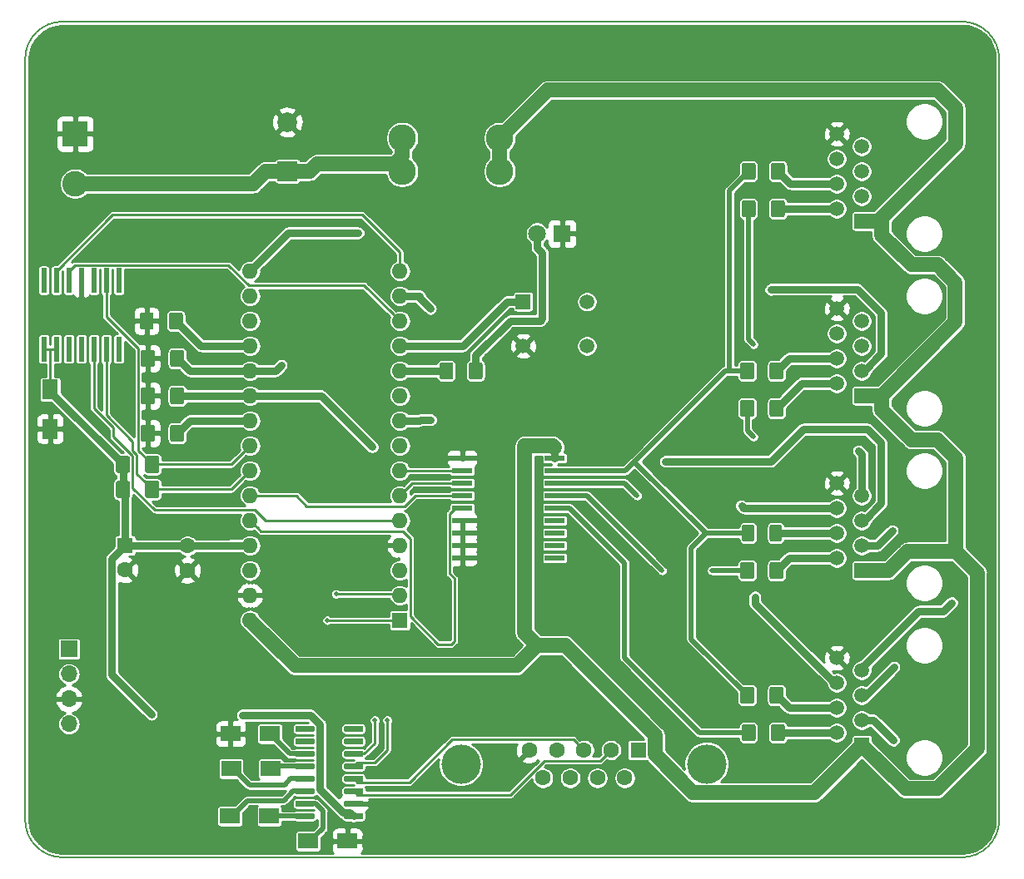
<source format=gbr>
G04 #@! TF.GenerationSoftware,KiCad,Pcbnew,(5.1.4)*
G04 #@! TF.CreationDate,2020-02-11T08:22:30-06:00*
G04 #@! TF.ProjectId,race timer,72616365-2074-4696-9d65-722e6b696361,rev?*
G04 #@! TF.SameCoordinates,PX6e37550PYe88b40*
G04 #@! TF.FileFunction,Copper,L2,Bot*
G04 #@! TF.FilePolarity,Positive*
%FSLAX46Y46*%
G04 Gerber Fmt 4.6, Leading zero omitted, Abs format (unit mm)*
G04 Created by KiCad (PCBNEW (5.1.4)) date 2020-02-11 08:22:30*
%MOMM*%
%LPD*%
G04 APERTURE LIST*
%ADD10C,0.150000*%
%ADD11C,0.100000*%
%ADD12C,1.425000*%
%ADD13R,0.600000X2.500000*%
%ADD14O,1.600000X1.600000*%
%ADD15R,1.600000X1.600000*%
%ADD16R,2.000000X0.600000*%
%ADD17R,1.498000X1.498000*%
%ADD18C,1.498000*%
%ADD19C,1.600000*%
%ADD20C,2.780000*%
%ADD21C,1.800000*%
%ADD22R,1.800000X1.800000*%
%ADD23C,1.250000*%
%ADD24R,2.600000X2.600000*%
%ADD25C,2.600000*%
%ADD26C,1.500000*%
%ADD27R,1.500000X1.500000*%
%ADD28R,2.000000X2.000000*%
%ADD29C,2.000000*%
%ADD30R,1.600000X2.000000*%
%ADD31R,2.000000X1.600000*%
%ADD32C,4.000000*%
%ADD33C,0.600000*%
%ADD34R,1.700000X1.700000*%
%ADD35O,1.700000X1.700000*%
%ADD36C,0.500000*%
%ADD37C,0.800000*%
%ADD38C,1.500000*%
%ADD39C,0.500000*%
%ADD40C,0.250000*%
%ADD41C,0.254000*%
G04 APERTURE END LIST*
D10*
X-3810000Y0D02*
G75*
G02X0Y-3810000I0J-3810000D01*
G01*
X0Y-81280000D02*
G75*
G02X-3810000Y-85090000I-3810000J0D01*
G01*
X-99060000Y-3810000D02*
G75*
G02X-95250000Y0I3810000J0D01*
G01*
X-92710000Y-85090000D02*
X-95250000Y-85090000D01*
X-95250000Y-85090000D02*
G75*
G02X-99060000Y-81280000I0J3810000D01*
G01*
X-92710000Y0D02*
X-95250000Y0D01*
X-3810000Y0D02*
X-92710000Y0D01*
X-99060000Y-3810000D02*
X-99060000Y-81280000D01*
X0Y-81280000D02*
X0Y-3810000D01*
X-92710000Y-85090000D02*
X-3810000Y-85090000D01*
D11*
G36*
X-85655496Y-44211204D02*
G01*
X-85631227Y-44214804D01*
X-85607429Y-44220765D01*
X-85584329Y-44229030D01*
X-85562151Y-44239520D01*
X-85541107Y-44252133D01*
X-85521402Y-44266747D01*
X-85503223Y-44283223D01*
X-85486747Y-44301402D01*
X-85472133Y-44321107D01*
X-85459520Y-44342151D01*
X-85449030Y-44364329D01*
X-85440765Y-44387429D01*
X-85434804Y-44411227D01*
X-85431204Y-44435496D01*
X-85430000Y-44460000D01*
X-85430000Y-45710000D01*
X-85431204Y-45734504D01*
X-85434804Y-45758773D01*
X-85440765Y-45782571D01*
X-85449030Y-45805671D01*
X-85459520Y-45827849D01*
X-85472133Y-45848893D01*
X-85486747Y-45868598D01*
X-85503223Y-45886777D01*
X-85521402Y-45903253D01*
X-85541107Y-45917867D01*
X-85562151Y-45930480D01*
X-85584329Y-45940970D01*
X-85607429Y-45949235D01*
X-85631227Y-45955196D01*
X-85655496Y-45958796D01*
X-85680000Y-45960000D01*
X-86605000Y-45960000D01*
X-86629504Y-45958796D01*
X-86653773Y-45955196D01*
X-86677571Y-45949235D01*
X-86700671Y-45940970D01*
X-86722849Y-45930480D01*
X-86743893Y-45917867D01*
X-86763598Y-45903253D01*
X-86781777Y-45886777D01*
X-86798253Y-45868598D01*
X-86812867Y-45848893D01*
X-86825480Y-45827849D01*
X-86835970Y-45805671D01*
X-86844235Y-45782571D01*
X-86850196Y-45758773D01*
X-86853796Y-45734504D01*
X-86855000Y-45710000D01*
X-86855000Y-44460000D01*
X-86853796Y-44435496D01*
X-86850196Y-44411227D01*
X-86844235Y-44387429D01*
X-86835970Y-44364329D01*
X-86825480Y-44342151D01*
X-86812867Y-44321107D01*
X-86798253Y-44301402D01*
X-86781777Y-44283223D01*
X-86763598Y-44266747D01*
X-86743893Y-44252133D01*
X-86722849Y-44239520D01*
X-86700671Y-44229030D01*
X-86677571Y-44220765D01*
X-86653773Y-44214804D01*
X-86629504Y-44211204D01*
X-86605000Y-44210000D01*
X-85680000Y-44210000D01*
X-85655496Y-44211204D01*
X-85655496Y-44211204D01*
G37*
D12*
X-86142500Y-45085000D03*
D11*
G36*
X-88630496Y-44211204D02*
G01*
X-88606227Y-44214804D01*
X-88582429Y-44220765D01*
X-88559329Y-44229030D01*
X-88537151Y-44239520D01*
X-88516107Y-44252133D01*
X-88496402Y-44266747D01*
X-88478223Y-44283223D01*
X-88461747Y-44301402D01*
X-88447133Y-44321107D01*
X-88434520Y-44342151D01*
X-88424030Y-44364329D01*
X-88415765Y-44387429D01*
X-88409804Y-44411227D01*
X-88406204Y-44435496D01*
X-88405000Y-44460000D01*
X-88405000Y-45710000D01*
X-88406204Y-45734504D01*
X-88409804Y-45758773D01*
X-88415765Y-45782571D01*
X-88424030Y-45805671D01*
X-88434520Y-45827849D01*
X-88447133Y-45848893D01*
X-88461747Y-45868598D01*
X-88478223Y-45886777D01*
X-88496402Y-45903253D01*
X-88516107Y-45917867D01*
X-88537151Y-45930480D01*
X-88559329Y-45940970D01*
X-88582429Y-45949235D01*
X-88606227Y-45955196D01*
X-88630496Y-45958796D01*
X-88655000Y-45960000D01*
X-89580000Y-45960000D01*
X-89604504Y-45958796D01*
X-89628773Y-45955196D01*
X-89652571Y-45949235D01*
X-89675671Y-45940970D01*
X-89697849Y-45930480D01*
X-89718893Y-45917867D01*
X-89738598Y-45903253D01*
X-89756777Y-45886777D01*
X-89773253Y-45868598D01*
X-89787867Y-45848893D01*
X-89800480Y-45827849D01*
X-89810970Y-45805671D01*
X-89819235Y-45782571D01*
X-89825196Y-45758773D01*
X-89828796Y-45734504D01*
X-89830000Y-45710000D01*
X-89830000Y-44460000D01*
X-89828796Y-44435496D01*
X-89825196Y-44411227D01*
X-89819235Y-44387429D01*
X-89810970Y-44364329D01*
X-89800480Y-44342151D01*
X-89787867Y-44321107D01*
X-89773253Y-44301402D01*
X-89756777Y-44283223D01*
X-89738598Y-44266747D01*
X-89718893Y-44252133D01*
X-89697849Y-44239520D01*
X-89675671Y-44229030D01*
X-89652571Y-44220765D01*
X-89628773Y-44214804D01*
X-89604504Y-44211204D01*
X-89580000Y-44210000D01*
X-88655000Y-44210000D01*
X-88630496Y-44211204D01*
X-88630496Y-44211204D01*
G37*
D12*
X-89117500Y-45085000D03*
D13*
X-89535000Y-26345000D03*
X-89535000Y-33345000D03*
X-90805000Y-26345000D03*
X-90805000Y-33345000D03*
X-92075000Y-26345000D03*
X-92075000Y-33345000D03*
X-93345000Y-26345000D03*
X-93345000Y-33345000D03*
X-94615000Y-26345000D03*
X-94615000Y-33345000D03*
X-95885000Y-26345000D03*
X-95885000Y-33345000D03*
X-97155000Y-26345000D03*
X-97155000Y-33345000D03*
D14*
X-76200000Y-25400000D03*
X-60960000Y-25400000D03*
X-76200000Y-60960000D03*
X-60960000Y-27940000D03*
X-76200000Y-58420000D03*
X-60960000Y-30480000D03*
X-76200000Y-55880000D03*
X-60960000Y-33020000D03*
X-76200000Y-53340000D03*
X-60960000Y-35560000D03*
X-76200000Y-50800000D03*
X-60960000Y-38100000D03*
X-76200000Y-48260000D03*
X-60960000Y-40640000D03*
X-76200000Y-45720000D03*
X-60960000Y-43180000D03*
X-76200000Y-43180000D03*
X-60960000Y-45720000D03*
X-76200000Y-40640000D03*
X-60960000Y-48260000D03*
X-76200000Y-38100000D03*
X-60960000Y-50800000D03*
X-76200000Y-35560000D03*
X-60960000Y-53340000D03*
X-76200000Y-33020000D03*
X-60960000Y-55880000D03*
X-76200000Y-30480000D03*
X-60960000Y-58420000D03*
X-76200000Y-27940000D03*
D15*
X-60960000Y-60960000D03*
D16*
X-54610000Y-54610000D03*
X-54610000Y-53340000D03*
X-54610000Y-52070000D03*
X-54610000Y-50800000D03*
X-54610000Y-49530000D03*
X-54610000Y-48260000D03*
X-54610000Y-46990000D03*
X-54610000Y-45720000D03*
X-54610000Y-44450000D03*
X-45210000Y-44450000D03*
X-45210000Y-45720000D03*
X-45210000Y-46990000D03*
X-45210000Y-48260000D03*
X-45210000Y-49530000D03*
X-45210000Y-50800000D03*
X-45210000Y-52070000D03*
X-45210000Y-53340000D03*
X-45210000Y-54610000D03*
D17*
X-48410000Y-28520000D03*
D18*
X-48410000Y-33020000D03*
X-41910000Y-33020000D03*
X-41910000Y-28520000D03*
D11*
G36*
X-83115496Y-33416204D02*
G01*
X-83091227Y-33419804D01*
X-83067429Y-33425765D01*
X-83044329Y-33434030D01*
X-83022151Y-33444520D01*
X-83001107Y-33457133D01*
X-82981402Y-33471747D01*
X-82963223Y-33488223D01*
X-82946747Y-33506402D01*
X-82932133Y-33526107D01*
X-82919520Y-33547151D01*
X-82909030Y-33569329D01*
X-82900765Y-33592429D01*
X-82894804Y-33616227D01*
X-82891204Y-33640496D01*
X-82890000Y-33665000D01*
X-82890000Y-34915000D01*
X-82891204Y-34939504D01*
X-82894804Y-34963773D01*
X-82900765Y-34987571D01*
X-82909030Y-35010671D01*
X-82919520Y-35032849D01*
X-82932133Y-35053893D01*
X-82946747Y-35073598D01*
X-82963223Y-35091777D01*
X-82981402Y-35108253D01*
X-83001107Y-35122867D01*
X-83022151Y-35135480D01*
X-83044329Y-35145970D01*
X-83067429Y-35154235D01*
X-83091227Y-35160196D01*
X-83115496Y-35163796D01*
X-83140000Y-35165000D01*
X-84065000Y-35165000D01*
X-84089504Y-35163796D01*
X-84113773Y-35160196D01*
X-84137571Y-35154235D01*
X-84160671Y-35145970D01*
X-84182849Y-35135480D01*
X-84203893Y-35122867D01*
X-84223598Y-35108253D01*
X-84241777Y-35091777D01*
X-84258253Y-35073598D01*
X-84272867Y-35053893D01*
X-84285480Y-35032849D01*
X-84295970Y-35010671D01*
X-84304235Y-34987571D01*
X-84310196Y-34963773D01*
X-84313796Y-34939504D01*
X-84315000Y-34915000D01*
X-84315000Y-33665000D01*
X-84313796Y-33640496D01*
X-84310196Y-33616227D01*
X-84304235Y-33592429D01*
X-84295970Y-33569329D01*
X-84285480Y-33547151D01*
X-84272867Y-33526107D01*
X-84258253Y-33506402D01*
X-84241777Y-33488223D01*
X-84223598Y-33471747D01*
X-84203893Y-33457133D01*
X-84182849Y-33444520D01*
X-84160671Y-33434030D01*
X-84137571Y-33425765D01*
X-84113773Y-33419804D01*
X-84089504Y-33416204D01*
X-84065000Y-33415000D01*
X-83140000Y-33415000D01*
X-83115496Y-33416204D01*
X-83115496Y-33416204D01*
G37*
D12*
X-83602500Y-34290000D03*
D11*
G36*
X-86090496Y-33416204D02*
G01*
X-86066227Y-33419804D01*
X-86042429Y-33425765D01*
X-86019329Y-33434030D01*
X-85997151Y-33444520D01*
X-85976107Y-33457133D01*
X-85956402Y-33471747D01*
X-85938223Y-33488223D01*
X-85921747Y-33506402D01*
X-85907133Y-33526107D01*
X-85894520Y-33547151D01*
X-85884030Y-33569329D01*
X-85875765Y-33592429D01*
X-85869804Y-33616227D01*
X-85866204Y-33640496D01*
X-85865000Y-33665000D01*
X-85865000Y-34915000D01*
X-85866204Y-34939504D01*
X-85869804Y-34963773D01*
X-85875765Y-34987571D01*
X-85884030Y-35010671D01*
X-85894520Y-35032849D01*
X-85907133Y-35053893D01*
X-85921747Y-35073598D01*
X-85938223Y-35091777D01*
X-85956402Y-35108253D01*
X-85976107Y-35122867D01*
X-85997151Y-35135480D01*
X-86019329Y-35145970D01*
X-86042429Y-35154235D01*
X-86066227Y-35160196D01*
X-86090496Y-35163796D01*
X-86115000Y-35165000D01*
X-87040000Y-35165000D01*
X-87064504Y-35163796D01*
X-87088773Y-35160196D01*
X-87112571Y-35154235D01*
X-87135671Y-35145970D01*
X-87157849Y-35135480D01*
X-87178893Y-35122867D01*
X-87198598Y-35108253D01*
X-87216777Y-35091777D01*
X-87233253Y-35073598D01*
X-87247867Y-35053893D01*
X-87260480Y-35032849D01*
X-87270970Y-35010671D01*
X-87279235Y-34987571D01*
X-87285196Y-34963773D01*
X-87288796Y-34939504D01*
X-87290000Y-34915000D01*
X-87290000Y-33665000D01*
X-87288796Y-33640496D01*
X-87285196Y-33616227D01*
X-87279235Y-33592429D01*
X-87270970Y-33569329D01*
X-87260480Y-33547151D01*
X-87247867Y-33526107D01*
X-87233253Y-33506402D01*
X-87216777Y-33488223D01*
X-87198598Y-33471747D01*
X-87178893Y-33457133D01*
X-87157849Y-33444520D01*
X-87135671Y-33434030D01*
X-87112571Y-33425765D01*
X-87088773Y-33419804D01*
X-87064504Y-33416204D01*
X-87040000Y-33415000D01*
X-86115000Y-33415000D01*
X-86090496Y-33416204D01*
X-86090496Y-33416204D01*
G37*
D12*
X-86577500Y-34290000D03*
D11*
G36*
X-86220496Y-29606204D02*
G01*
X-86196227Y-29609804D01*
X-86172429Y-29615765D01*
X-86149329Y-29624030D01*
X-86127151Y-29634520D01*
X-86106107Y-29647133D01*
X-86086402Y-29661747D01*
X-86068223Y-29678223D01*
X-86051747Y-29696402D01*
X-86037133Y-29716107D01*
X-86024520Y-29737151D01*
X-86014030Y-29759329D01*
X-86005765Y-29782429D01*
X-85999804Y-29806227D01*
X-85996204Y-29830496D01*
X-85995000Y-29855000D01*
X-85995000Y-31105000D01*
X-85996204Y-31129504D01*
X-85999804Y-31153773D01*
X-86005765Y-31177571D01*
X-86014030Y-31200671D01*
X-86024520Y-31222849D01*
X-86037133Y-31243893D01*
X-86051747Y-31263598D01*
X-86068223Y-31281777D01*
X-86086402Y-31298253D01*
X-86106107Y-31312867D01*
X-86127151Y-31325480D01*
X-86149329Y-31335970D01*
X-86172429Y-31344235D01*
X-86196227Y-31350196D01*
X-86220496Y-31353796D01*
X-86245000Y-31355000D01*
X-87170000Y-31355000D01*
X-87194504Y-31353796D01*
X-87218773Y-31350196D01*
X-87242571Y-31344235D01*
X-87265671Y-31335970D01*
X-87287849Y-31325480D01*
X-87308893Y-31312867D01*
X-87328598Y-31298253D01*
X-87346777Y-31281777D01*
X-87363253Y-31263598D01*
X-87377867Y-31243893D01*
X-87390480Y-31222849D01*
X-87400970Y-31200671D01*
X-87409235Y-31177571D01*
X-87415196Y-31153773D01*
X-87418796Y-31129504D01*
X-87420000Y-31105000D01*
X-87420000Y-29855000D01*
X-87418796Y-29830496D01*
X-87415196Y-29806227D01*
X-87409235Y-29782429D01*
X-87400970Y-29759329D01*
X-87390480Y-29737151D01*
X-87377867Y-29716107D01*
X-87363253Y-29696402D01*
X-87346777Y-29678223D01*
X-87328598Y-29661747D01*
X-87308893Y-29647133D01*
X-87287849Y-29634520D01*
X-87265671Y-29624030D01*
X-87242571Y-29615765D01*
X-87218773Y-29609804D01*
X-87194504Y-29606204D01*
X-87170000Y-29605000D01*
X-86245000Y-29605000D01*
X-86220496Y-29606204D01*
X-86220496Y-29606204D01*
G37*
D12*
X-86707500Y-30480000D03*
D11*
G36*
X-83245496Y-29606204D02*
G01*
X-83221227Y-29609804D01*
X-83197429Y-29615765D01*
X-83174329Y-29624030D01*
X-83152151Y-29634520D01*
X-83131107Y-29647133D01*
X-83111402Y-29661747D01*
X-83093223Y-29678223D01*
X-83076747Y-29696402D01*
X-83062133Y-29716107D01*
X-83049520Y-29737151D01*
X-83039030Y-29759329D01*
X-83030765Y-29782429D01*
X-83024804Y-29806227D01*
X-83021204Y-29830496D01*
X-83020000Y-29855000D01*
X-83020000Y-31105000D01*
X-83021204Y-31129504D01*
X-83024804Y-31153773D01*
X-83030765Y-31177571D01*
X-83039030Y-31200671D01*
X-83049520Y-31222849D01*
X-83062133Y-31243893D01*
X-83076747Y-31263598D01*
X-83093223Y-31281777D01*
X-83111402Y-31298253D01*
X-83131107Y-31312867D01*
X-83152151Y-31325480D01*
X-83174329Y-31335970D01*
X-83197429Y-31344235D01*
X-83221227Y-31350196D01*
X-83245496Y-31353796D01*
X-83270000Y-31355000D01*
X-84195000Y-31355000D01*
X-84219504Y-31353796D01*
X-84243773Y-31350196D01*
X-84267571Y-31344235D01*
X-84290671Y-31335970D01*
X-84312849Y-31325480D01*
X-84333893Y-31312867D01*
X-84353598Y-31298253D01*
X-84371777Y-31281777D01*
X-84388253Y-31263598D01*
X-84402867Y-31243893D01*
X-84415480Y-31222849D01*
X-84425970Y-31200671D01*
X-84434235Y-31177571D01*
X-84440196Y-31153773D01*
X-84443796Y-31129504D01*
X-84445000Y-31105000D01*
X-84445000Y-29855000D01*
X-84443796Y-29830496D01*
X-84440196Y-29806227D01*
X-84434235Y-29782429D01*
X-84425970Y-29759329D01*
X-84415480Y-29737151D01*
X-84402867Y-29716107D01*
X-84388253Y-29696402D01*
X-84371777Y-29678223D01*
X-84353598Y-29661747D01*
X-84333893Y-29647133D01*
X-84312849Y-29634520D01*
X-84290671Y-29624030D01*
X-84267571Y-29615765D01*
X-84243773Y-29609804D01*
X-84219504Y-29606204D01*
X-84195000Y-29605000D01*
X-83270000Y-29605000D01*
X-83245496Y-29606204D01*
X-83245496Y-29606204D01*
G37*
D12*
X-83732500Y-30480000D03*
D11*
G36*
X-25130496Y-55006204D02*
G01*
X-25106227Y-55009804D01*
X-25082429Y-55015765D01*
X-25059329Y-55024030D01*
X-25037151Y-55034520D01*
X-25016107Y-55047133D01*
X-24996402Y-55061747D01*
X-24978223Y-55078223D01*
X-24961747Y-55096402D01*
X-24947133Y-55116107D01*
X-24934520Y-55137151D01*
X-24924030Y-55159329D01*
X-24915765Y-55182429D01*
X-24909804Y-55206227D01*
X-24906204Y-55230496D01*
X-24905000Y-55255000D01*
X-24905000Y-56505000D01*
X-24906204Y-56529504D01*
X-24909804Y-56553773D01*
X-24915765Y-56577571D01*
X-24924030Y-56600671D01*
X-24934520Y-56622849D01*
X-24947133Y-56643893D01*
X-24961747Y-56663598D01*
X-24978223Y-56681777D01*
X-24996402Y-56698253D01*
X-25016107Y-56712867D01*
X-25037151Y-56725480D01*
X-25059329Y-56735970D01*
X-25082429Y-56744235D01*
X-25106227Y-56750196D01*
X-25130496Y-56753796D01*
X-25155000Y-56755000D01*
X-26080000Y-56755000D01*
X-26104504Y-56753796D01*
X-26128773Y-56750196D01*
X-26152571Y-56744235D01*
X-26175671Y-56735970D01*
X-26197849Y-56725480D01*
X-26218893Y-56712867D01*
X-26238598Y-56698253D01*
X-26256777Y-56681777D01*
X-26273253Y-56663598D01*
X-26287867Y-56643893D01*
X-26300480Y-56622849D01*
X-26310970Y-56600671D01*
X-26319235Y-56577571D01*
X-26325196Y-56553773D01*
X-26328796Y-56529504D01*
X-26330000Y-56505000D01*
X-26330000Y-55255000D01*
X-26328796Y-55230496D01*
X-26325196Y-55206227D01*
X-26319235Y-55182429D01*
X-26310970Y-55159329D01*
X-26300480Y-55137151D01*
X-26287867Y-55116107D01*
X-26273253Y-55096402D01*
X-26256777Y-55078223D01*
X-26238598Y-55061747D01*
X-26218893Y-55047133D01*
X-26197849Y-55034520D01*
X-26175671Y-55024030D01*
X-26152571Y-55015765D01*
X-26128773Y-55009804D01*
X-26104504Y-55006204D01*
X-26080000Y-55005000D01*
X-25155000Y-55005000D01*
X-25130496Y-55006204D01*
X-25130496Y-55006204D01*
G37*
D12*
X-25617500Y-55880000D03*
D11*
G36*
X-22155496Y-55006204D02*
G01*
X-22131227Y-55009804D01*
X-22107429Y-55015765D01*
X-22084329Y-55024030D01*
X-22062151Y-55034520D01*
X-22041107Y-55047133D01*
X-22021402Y-55061747D01*
X-22003223Y-55078223D01*
X-21986747Y-55096402D01*
X-21972133Y-55116107D01*
X-21959520Y-55137151D01*
X-21949030Y-55159329D01*
X-21940765Y-55182429D01*
X-21934804Y-55206227D01*
X-21931204Y-55230496D01*
X-21930000Y-55255000D01*
X-21930000Y-56505000D01*
X-21931204Y-56529504D01*
X-21934804Y-56553773D01*
X-21940765Y-56577571D01*
X-21949030Y-56600671D01*
X-21959520Y-56622849D01*
X-21972133Y-56643893D01*
X-21986747Y-56663598D01*
X-22003223Y-56681777D01*
X-22021402Y-56698253D01*
X-22041107Y-56712867D01*
X-22062151Y-56725480D01*
X-22084329Y-56735970D01*
X-22107429Y-56744235D01*
X-22131227Y-56750196D01*
X-22155496Y-56753796D01*
X-22180000Y-56755000D01*
X-23105000Y-56755000D01*
X-23129504Y-56753796D01*
X-23153773Y-56750196D01*
X-23177571Y-56744235D01*
X-23200671Y-56735970D01*
X-23222849Y-56725480D01*
X-23243893Y-56712867D01*
X-23263598Y-56698253D01*
X-23281777Y-56681777D01*
X-23298253Y-56663598D01*
X-23312867Y-56643893D01*
X-23325480Y-56622849D01*
X-23335970Y-56600671D01*
X-23344235Y-56577571D01*
X-23350196Y-56553773D01*
X-23353796Y-56529504D01*
X-23355000Y-56505000D01*
X-23355000Y-55255000D01*
X-23353796Y-55230496D01*
X-23350196Y-55206227D01*
X-23344235Y-55182429D01*
X-23335970Y-55159329D01*
X-23325480Y-55137151D01*
X-23312867Y-55116107D01*
X-23298253Y-55096402D01*
X-23281777Y-55078223D01*
X-23263598Y-55061747D01*
X-23243893Y-55047133D01*
X-23222849Y-55034520D01*
X-23200671Y-55024030D01*
X-23177571Y-55015765D01*
X-23153773Y-55009804D01*
X-23129504Y-55006204D01*
X-23105000Y-55005000D01*
X-22180000Y-55005000D01*
X-22155496Y-55006204D01*
X-22155496Y-55006204D01*
G37*
D12*
X-22642500Y-55880000D03*
D11*
G36*
X-22025496Y-71516204D02*
G01*
X-22001227Y-71519804D01*
X-21977429Y-71525765D01*
X-21954329Y-71534030D01*
X-21932151Y-71544520D01*
X-21911107Y-71557133D01*
X-21891402Y-71571747D01*
X-21873223Y-71588223D01*
X-21856747Y-71606402D01*
X-21842133Y-71626107D01*
X-21829520Y-71647151D01*
X-21819030Y-71669329D01*
X-21810765Y-71692429D01*
X-21804804Y-71716227D01*
X-21801204Y-71740496D01*
X-21800000Y-71765000D01*
X-21800000Y-73015000D01*
X-21801204Y-73039504D01*
X-21804804Y-73063773D01*
X-21810765Y-73087571D01*
X-21819030Y-73110671D01*
X-21829520Y-73132849D01*
X-21842133Y-73153893D01*
X-21856747Y-73173598D01*
X-21873223Y-73191777D01*
X-21891402Y-73208253D01*
X-21911107Y-73222867D01*
X-21932151Y-73235480D01*
X-21954329Y-73245970D01*
X-21977429Y-73254235D01*
X-22001227Y-73260196D01*
X-22025496Y-73263796D01*
X-22050000Y-73265000D01*
X-22975000Y-73265000D01*
X-22999504Y-73263796D01*
X-23023773Y-73260196D01*
X-23047571Y-73254235D01*
X-23070671Y-73245970D01*
X-23092849Y-73235480D01*
X-23113893Y-73222867D01*
X-23133598Y-73208253D01*
X-23151777Y-73191777D01*
X-23168253Y-73173598D01*
X-23182867Y-73153893D01*
X-23195480Y-73132849D01*
X-23205970Y-73110671D01*
X-23214235Y-73087571D01*
X-23220196Y-73063773D01*
X-23223796Y-73039504D01*
X-23225000Y-73015000D01*
X-23225000Y-71765000D01*
X-23223796Y-71740496D01*
X-23220196Y-71716227D01*
X-23214235Y-71692429D01*
X-23205970Y-71669329D01*
X-23195480Y-71647151D01*
X-23182867Y-71626107D01*
X-23168253Y-71606402D01*
X-23151777Y-71588223D01*
X-23133598Y-71571747D01*
X-23113893Y-71557133D01*
X-23092849Y-71544520D01*
X-23070671Y-71534030D01*
X-23047571Y-71525765D01*
X-23023773Y-71519804D01*
X-22999504Y-71516204D01*
X-22975000Y-71515000D01*
X-22050000Y-71515000D01*
X-22025496Y-71516204D01*
X-22025496Y-71516204D01*
G37*
D12*
X-22512500Y-72390000D03*
D11*
G36*
X-25000496Y-71516204D02*
G01*
X-24976227Y-71519804D01*
X-24952429Y-71525765D01*
X-24929329Y-71534030D01*
X-24907151Y-71544520D01*
X-24886107Y-71557133D01*
X-24866402Y-71571747D01*
X-24848223Y-71588223D01*
X-24831747Y-71606402D01*
X-24817133Y-71626107D01*
X-24804520Y-71647151D01*
X-24794030Y-71669329D01*
X-24785765Y-71692429D01*
X-24779804Y-71716227D01*
X-24776204Y-71740496D01*
X-24775000Y-71765000D01*
X-24775000Y-73015000D01*
X-24776204Y-73039504D01*
X-24779804Y-73063773D01*
X-24785765Y-73087571D01*
X-24794030Y-73110671D01*
X-24804520Y-73132849D01*
X-24817133Y-73153893D01*
X-24831747Y-73173598D01*
X-24848223Y-73191777D01*
X-24866402Y-73208253D01*
X-24886107Y-73222867D01*
X-24907151Y-73235480D01*
X-24929329Y-73245970D01*
X-24952429Y-73254235D01*
X-24976227Y-73260196D01*
X-25000496Y-73263796D01*
X-25025000Y-73265000D01*
X-25950000Y-73265000D01*
X-25974504Y-73263796D01*
X-25998773Y-73260196D01*
X-26022571Y-73254235D01*
X-26045671Y-73245970D01*
X-26067849Y-73235480D01*
X-26088893Y-73222867D01*
X-26108598Y-73208253D01*
X-26126777Y-73191777D01*
X-26143253Y-73173598D01*
X-26157867Y-73153893D01*
X-26170480Y-73132849D01*
X-26180970Y-73110671D01*
X-26189235Y-73087571D01*
X-26195196Y-73063773D01*
X-26198796Y-73039504D01*
X-26200000Y-73015000D01*
X-26200000Y-71765000D01*
X-26198796Y-71740496D01*
X-26195196Y-71716227D01*
X-26189235Y-71692429D01*
X-26180970Y-71669329D01*
X-26170480Y-71647151D01*
X-26157867Y-71626107D01*
X-26143253Y-71606402D01*
X-26126777Y-71588223D01*
X-26108598Y-71571747D01*
X-26088893Y-71557133D01*
X-26067849Y-71544520D01*
X-26045671Y-71534030D01*
X-26022571Y-71525765D01*
X-25998773Y-71519804D01*
X-25974504Y-71516204D01*
X-25950000Y-71515000D01*
X-25025000Y-71515000D01*
X-25000496Y-71516204D01*
X-25000496Y-71516204D01*
G37*
D12*
X-25487500Y-72390000D03*
D11*
G36*
X-83115496Y-37226204D02*
G01*
X-83091227Y-37229804D01*
X-83067429Y-37235765D01*
X-83044329Y-37244030D01*
X-83022151Y-37254520D01*
X-83001107Y-37267133D01*
X-82981402Y-37281747D01*
X-82963223Y-37298223D01*
X-82946747Y-37316402D01*
X-82932133Y-37336107D01*
X-82919520Y-37357151D01*
X-82909030Y-37379329D01*
X-82900765Y-37402429D01*
X-82894804Y-37426227D01*
X-82891204Y-37450496D01*
X-82890000Y-37475000D01*
X-82890000Y-38725000D01*
X-82891204Y-38749504D01*
X-82894804Y-38773773D01*
X-82900765Y-38797571D01*
X-82909030Y-38820671D01*
X-82919520Y-38842849D01*
X-82932133Y-38863893D01*
X-82946747Y-38883598D01*
X-82963223Y-38901777D01*
X-82981402Y-38918253D01*
X-83001107Y-38932867D01*
X-83022151Y-38945480D01*
X-83044329Y-38955970D01*
X-83067429Y-38964235D01*
X-83091227Y-38970196D01*
X-83115496Y-38973796D01*
X-83140000Y-38975000D01*
X-84065000Y-38975000D01*
X-84089504Y-38973796D01*
X-84113773Y-38970196D01*
X-84137571Y-38964235D01*
X-84160671Y-38955970D01*
X-84182849Y-38945480D01*
X-84203893Y-38932867D01*
X-84223598Y-38918253D01*
X-84241777Y-38901777D01*
X-84258253Y-38883598D01*
X-84272867Y-38863893D01*
X-84285480Y-38842849D01*
X-84295970Y-38820671D01*
X-84304235Y-38797571D01*
X-84310196Y-38773773D01*
X-84313796Y-38749504D01*
X-84315000Y-38725000D01*
X-84315000Y-37475000D01*
X-84313796Y-37450496D01*
X-84310196Y-37426227D01*
X-84304235Y-37402429D01*
X-84295970Y-37379329D01*
X-84285480Y-37357151D01*
X-84272867Y-37336107D01*
X-84258253Y-37316402D01*
X-84241777Y-37298223D01*
X-84223598Y-37281747D01*
X-84203893Y-37267133D01*
X-84182849Y-37254520D01*
X-84160671Y-37244030D01*
X-84137571Y-37235765D01*
X-84113773Y-37229804D01*
X-84089504Y-37226204D01*
X-84065000Y-37225000D01*
X-83140000Y-37225000D01*
X-83115496Y-37226204D01*
X-83115496Y-37226204D01*
G37*
D12*
X-83602500Y-38100000D03*
D11*
G36*
X-86090496Y-37226204D02*
G01*
X-86066227Y-37229804D01*
X-86042429Y-37235765D01*
X-86019329Y-37244030D01*
X-85997151Y-37254520D01*
X-85976107Y-37267133D01*
X-85956402Y-37281747D01*
X-85938223Y-37298223D01*
X-85921747Y-37316402D01*
X-85907133Y-37336107D01*
X-85894520Y-37357151D01*
X-85884030Y-37379329D01*
X-85875765Y-37402429D01*
X-85869804Y-37426227D01*
X-85866204Y-37450496D01*
X-85865000Y-37475000D01*
X-85865000Y-38725000D01*
X-85866204Y-38749504D01*
X-85869804Y-38773773D01*
X-85875765Y-38797571D01*
X-85884030Y-38820671D01*
X-85894520Y-38842849D01*
X-85907133Y-38863893D01*
X-85921747Y-38883598D01*
X-85938223Y-38901777D01*
X-85956402Y-38918253D01*
X-85976107Y-38932867D01*
X-85997151Y-38945480D01*
X-86019329Y-38955970D01*
X-86042429Y-38964235D01*
X-86066227Y-38970196D01*
X-86090496Y-38973796D01*
X-86115000Y-38975000D01*
X-87040000Y-38975000D01*
X-87064504Y-38973796D01*
X-87088773Y-38970196D01*
X-87112571Y-38964235D01*
X-87135671Y-38955970D01*
X-87157849Y-38945480D01*
X-87178893Y-38932867D01*
X-87198598Y-38918253D01*
X-87216777Y-38901777D01*
X-87233253Y-38883598D01*
X-87247867Y-38863893D01*
X-87260480Y-38842849D01*
X-87270970Y-38820671D01*
X-87279235Y-38797571D01*
X-87285196Y-38773773D01*
X-87288796Y-38749504D01*
X-87290000Y-38725000D01*
X-87290000Y-37475000D01*
X-87288796Y-37450496D01*
X-87285196Y-37426227D01*
X-87279235Y-37402429D01*
X-87270970Y-37379329D01*
X-87260480Y-37357151D01*
X-87247867Y-37336107D01*
X-87233253Y-37316402D01*
X-87216777Y-37298223D01*
X-87198598Y-37281747D01*
X-87178893Y-37267133D01*
X-87157849Y-37254520D01*
X-87135671Y-37244030D01*
X-87112571Y-37235765D01*
X-87088773Y-37229804D01*
X-87064504Y-37226204D01*
X-87040000Y-37225000D01*
X-86115000Y-37225000D01*
X-86090496Y-37226204D01*
X-86090496Y-37226204D01*
G37*
D12*
X-86577500Y-38100000D03*
D11*
G36*
X-86090496Y-41036204D02*
G01*
X-86066227Y-41039804D01*
X-86042429Y-41045765D01*
X-86019329Y-41054030D01*
X-85997151Y-41064520D01*
X-85976107Y-41077133D01*
X-85956402Y-41091747D01*
X-85938223Y-41108223D01*
X-85921747Y-41126402D01*
X-85907133Y-41146107D01*
X-85894520Y-41167151D01*
X-85884030Y-41189329D01*
X-85875765Y-41212429D01*
X-85869804Y-41236227D01*
X-85866204Y-41260496D01*
X-85865000Y-41285000D01*
X-85865000Y-42535000D01*
X-85866204Y-42559504D01*
X-85869804Y-42583773D01*
X-85875765Y-42607571D01*
X-85884030Y-42630671D01*
X-85894520Y-42652849D01*
X-85907133Y-42673893D01*
X-85921747Y-42693598D01*
X-85938223Y-42711777D01*
X-85956402Y-42728253D01*
X-85976107Y-42742867D01*
X-85997151Y-42755480D01*
X-86019329Y-42765970D01*
X-86042429Y-42774235D01*
X-86066227Y-42780196D01*
X-86090496Y-42783796D01*
X-86115000Y-42785000D01*
X-87040000Y-42785000D01*
X-87064504Y-42783796D01*
X-87088773Y-42780196D01*
X-87112571Y-42774235D01*
X-87135671Y-42765970D01*
X-87157849Y-42755480D01*
X-87178893Y-42742867D01*
X-87198598Y-42728253D01*
X-87216777Y-42711777D01*
X-87233253Y-42693598D01*
X-87247867Y-42673893D01*
X-87260480Y-42652849D01*
X-87270970Y-42630671D01*
X-87279235Y-42607571D01*
X-87285196Y-42583773D01*
X-87288796Y-42559504D01*
X-87290000Y-42535000D01*
X-87290000Y-41285000D01*
X-87288796Y-41260496D01*
X-87285196Y-41236227D01*
X-87279235Y-41212429D01*
X-87270970Y-41189329D01*
X-87260480Y-41167151D01*
X-87247867Y-41146107D01*
X-87233253Y-41126402D01*
X-87216777Y-41108223D01*
X-87198598Y-41091747D01*
X-87178893Y-41077133D01*
X-87157849Y-41064520D01*
X-87135671Y-41054030D01*
X-87112571Y-41045765D01*
X-87088773Y-41039804D01*
X-87064504Y-41036204D01*
X-87040000Y-41035000D01*
X-86115000Y-41035000D01*
X-86090496Y-41036204D01*
X-86090496Y-41036204D01*
G37*
D12*
X-86577500Y-41910000D03*
D11*
G36*
X-83115496Y-41036204D02*
G01*
X-83091227Y-41039804D01*
X-83067429Y-41045765D01*
X-83044329Y-41054030D01*
X-83022151Y-41064520D01*
X-83001107Y-41077133D01*
X-82981402Y-41091747D01*
X-82963223Y-41108223D01*
X-82946747Y-41126402D01*
X-82932133Y-41146107D01*
X-82919520Y-41167151D01*
X-82909030Y-41189329D01*
X-82900765Y-41212429D01*
X-82894804Y-41236227D01*
X-82891204Y-41260496D01*
X-82890000Y-41285000D01*
X-82890000Y-42535000D01*
X-82891204Y-42559504D01*
X-82894804Y-42583773D01*
X-82900765Y-42607571D01*
X-82909030Y-42630671D01*
X-82919520Y-42652849D01*
X-82932133Y-42673893D01*
X-82946747Y-42693598D01*
X-82963223Y-42711777D01*
X-82981402Y-42728253D01*
X-83001107Y-42742867D01*
X-83022151Y-42755480D01*
X-83044329Y-42765970D01*
X-83067429Y-42774235D01*
X-83091227Y-42780196D01*
X-83115496Y-42783796D01*
X-83140000Y-42785000D01*
X-84065000Y-42785000D01*
X-84089504Y-42783796D01*
X-84113773Y-42780196D01*
X-84137571Y-42774235D01*
X-84160671Y-42765970D01*
X-84182849Y-42755480D01*
X-84203893Y-42742867D01*
X-84223598Y-42728253D01*
X-84241777Y-42711777D01*
X-84258253Y-42693598D01*
X-84272867Y-42673893D01*
X-84285480Y-42652849D01*
X-84295970Y-42630671D01*
X-84304235Y-42607571D01*
X-84310196Y-42583773D01*
X-84313796Y-42559504D01*
X-84315000Y-42535000D01*
X-84315000Y-41285000D01*
X-84313796Y-41260496D01*
X-84310196Y-41236227D01*
X-84304235Y-41212429D01*
X-84295970Y-41189329D01*
X-84285480Y-41167151D01*
X-84272867Y-41146107D01*
X-84258253Y-41126402D01*
X-84241777Y-41108223D01*
X-84223598Y-41091747D01*
X-84203893Y-41077133D01*
X-84182849Y-41064520D01*
X-84160671Y-41054030D01*
X-84137571Y-41045765D01*
X-84113773Y-41039804D01*
X-84089504Y-41036204D01*
X-84065000Y-41035000D01*
X-83140000Y-41035000D01*
X-83115496Y-41036204D01*
X-83115496Y-41036204D01*
G37*
D12*
X-83602500Y-41910000D03*
D11*
G36*
X-25000496Y-14366204D02*
G01*
X-24976227Y-14369804D01*
X-24952429Y-14375765D01*
X-24929329Y-14384030D01*
X-24907151Y-14394520D01*
X-24886107Y-14407133D01*
X-24866402Y-14421747D01*
X-24848223Y-14438223D01*
X-24831747Y-14456402D01*
X-24817133Y-14476107D01*
X-24804520Y-14497151D01*
X-24794030Y-14519329D01*
X-24785765Y-14542429D01*
X-24779804Y-14566227D01*
X-24776204Y-14590496D01*
X-24775000Y-14615000D01*
X-24775000Y-15865000D01*
X-24776204Y-15889504D01*
X-24779804Y-15913773D01*
X-24785765Y-15937571D01*
X-24794030Y-15960671D01*
X-24804520Y-15982849D01*
X-24817133Y-16003893D01*
X-24831747Y-16023598D01*
X-24848223Y-16041777D01*
X-24866402Y-16058253D01*
X-24886107Y-16072867D01*
X-24907151Y-16085480D01*
X-24929329Y-16095970D01*
X-24952429Y-16104235D01*
X-24976227Y-16110196D01*
X-25000496Y-16113796D01*
X-25025000Y-16115000D01*
X-25950000Y-16115000D01*
X-25974504Y-16113796D01*
X-25998773Y-16110196D01*
X-26022571Y-16104235D01*
X-26045671Y-16095970D01*
X-26067849Y-16085480D01*
X-26088893Y-16072867D01*
X-26108598Y-16058253D01*
X-26126777Y-16041777D01*
X-26143253Y-16023598D01*
X-26157867Y-16003893D01*
X-26170480Y-15982849D01*
X-26180970Y-15960671D01*
X-26189235Y-15937571D01*
X-26195196Y-15913773D01*
X-26198796Y-15889504D01*
X-26200000Y-15865000D01*
X-26200000Y-14615000D01*
X-26198796Y-14590496D01*
X-26195196Y-14566227D01*
X-26189235Y-14542429D01*
X-26180970Y-14519329D01*
X-26170480Y-14497151D01*
X-26157867Y-14476107D01*
X-26143253Y-14456402D01*
X-26126777Y-14438223D01*
X-26108598Y-14421747D01*
X-26088893Y-14407133D01*
X-26067849Y-14394520D01*
X-26045671Y-14384030D01*
X-26022571Y-14375765D01*
X-25998773Y-14369804D01*
X-25974504Y-14366204D01*
X-25950000Y-14365000D01*
X-25025000Y-14365000D01*
X-25000496Y-14366204D01*
X-25000496Y-14366204D01*
G37*
D12*
X-25487500Y-15240000D03*
D11*
G36*
X-22025496Y-14366204D02*
G01*
X-22001227Y-14369804D01*
X-21977429Y-14375765D01*
X-21954329Y-14384030D01*
X-21932151Y-14394520D01*
X-21911107Y-14407133D01*
X-21891402Y-14421747D01*
X-21873223Y-14438223D01*
X-21856747Y-14456402D01*
X-21842133Y-14476107D01*
X-21829520Y-14497151D01*
X-21819030Y-14519329D01*
X-21810765Y-14542429D01*
X-21804804Y-14566227D01*
X-21801204Y-14590496D01*
X-21800000Y-14615000D01*
X-21800000Y-15865000D01*
X-21801204Y-15889504D01*
X-21804804Y-15913773D01*
X-21810765Y-15937571D01*
X-21819030Y-15960671D01*
X-21829520Y-15982849D01*
X-21842133Y-16003893D01*
X-21856747Y-16023598D01*
X-21873223Y-16041777D01*
X-21891402Y-16058253D01*
X-21911107Y-16072867D01*
X-21932151Y-16085480D01*
X-21954329Y-16095970D01*
X-21977429Y-16104235D01*
X-22001227Y-16110196D01*
X-22025496Y-16113796D01*
X-22050000Y-16115000D01*
X-22975000Y-16115000D01*
X-22999504Y-16113796D01*
X-23023773Y-16110196D01*
X-23047571Y-16104235D01*
X-23070671Y-16095970D01*
X-23092849Y-16085480D01*
X-23113893Y-16072867D01*
X-23133598Y-16058253D01*
X-23151777Y-16041777D01*
X-23168253Y-16023598D01*
X-23182867Y-16003893D01*
X-23195480Y-15982849D01*
X-23205970Y-15960671D01*
X-23214235Y-15937571D01*
X-23220196Y-15913773D01*
X-23223796Y-15889504D01*
X-23225000Y-15865000D01*
X-23225000Y-14615000D01*
X-23223796Y-14590496D01*
X-23220196Y-14566227D01*
X-23214235Y-14542429D01*
X-23205970Y-14519329D01*
X-23195480Y-14497151D01*
X-23182867Y-14476107D01*
X-23168253Y-14456402D01*
X-23151777Y-14438223D01*
X-23133598Y-14421747D01*
X-23113893Y-14407133D01*
X-23092849Y-14394520D01*
X-23070671Y-14384030D01*
X-23047571Y-14375765D01*
X-23023773Y-14369804D01*
X-22999504Y-14366204D01*
X-22975000Y-14365000D01*
X-22050000Y-14365000D01*
X-22025496Y-14366204D01*
X-22025496Y-14366204D01*
G37*
D12*
X-22512500Y-15240000D03*
D11*
G36*
X-22155496Y-34686204D02*
G01*
X-22131227Y-34689804D01*
X-22107429Y-34695765D01*
X-22084329Y-34704030D01*
X-22062151Y-34714520D01*
X-22041107Y-34727133D01*
X-22021402Y-34741747D01*
X-22003223Y-34758223D01*
X-21986747Y-34776402D01*
X-21972133Y-34796107D01*
X-21959520Y-34817151D01*
X-21949030Y-34839329D01*
X-21940765Y-34862429D01*
X-21934804Y-34886227D01*
X-21931204Y-34910496D01*
X-21930000Y-34935000D01*
X-21930000Y-36185000D01*
X-21931204Y-36209504D01*
X-21934804Y-36233773D01*
X-21940765Y-36257571D01*
X-21949030Y-36280671D01*
X-21959520Y-36302849D01*
X-21972133Y-36323893D01*
X-21986747Y-36343598D01*
X-22003223Y-36361777D01*
X-22021402Y-36378253D01*
X-22041107Y-36392867D01*
X-22062151Y-36405480D01*
X-22084329Y-36415970D01*
X-22107429Y-36424235D01*
X-22131227Y-36430196D01*
X-22155496Y-36433796D01*
X-22180000Y-36435000D01*
X-23105000Y-36435000D01*
X-23129504Y-36433796D01*
X-23153773Y-36430196D01*
X-23177571Y-36424235D01*
X-23200671Y-36415970D01*
X-23222849Y-36405480D01*
X-23243893Y-36392867D01*
X-23263598Y-36378253D01*
X-23281777Y-36361777D01*
X-23298253Y-36343598D01*
X-23312867Y-36323893D01*
X-23325480Y-36302849D01*
X-23335970Y-36280671D01*
X-23344235Y-36257571D01*
X-23350196Y-36233773D01*
X-23353796Y-36209504D01*
X-23355000Y-36185000D01*
X-23355000Y-34935000D01*
X-23353796Y-34910496D01*
X-23350196Y-34886227D01*
X-23344235Y-34862429D01*
X-23335970Y-34839329D01*
X-23325480Y-34817151D01*
X-23312867Y-34796107D01*
X-23298253Y-34776402D01*
X-23281777Y-34758223D01*
X-23263598Y-34741747D01*
X-23243893Y-34727133D01*
X-23222849Y-34714520D01*
X-23200671Y-34704030D01*
X-23177571Y-34695765D01*
X-23153773Y-34689804D01*
X-23129504Y-34686204D01*
X-23105000Y-34685000D01*
X-22180000Y-34685000D01*
X-22155496Y-34686204D01*
X-22155496Y-34686204D01*
G37*
D12*
X-22642500Y-35560000D03*
D11*
G36*
X-25130496Y-34686204D02*
G01*
X-25106227Y-34689804D01*
X-25082429Y-34695765D01*
X-25059329Y-34704030D01*
X-25037151Y-34714520D01*
X-25016107Y-34727133D01*
X-24996402Y-34741747D01*
X-24978223Y-34758223D01*
X-24961747Y-34776402D01*
X-24947133Y-34796107D01*
X-24934520Y-34817151D01*
X-24924030Y-34839329D01*
X-24915765Y-34862429D01*
X-24909804Y-34886227D01*
X-24906204Y-34910496D01*
X-24905000Y-34935000D01*
X-24905000Y-36185000D01*
X-24906204Y-36209504D01*
X-24909804Y-36233773D01*
X-24915765Y-36257571D01*
X-24924030Y-36280671D01*
X-24934520Y-36302849D01*
X-24947133Y-36323893D01*
X-24961747Y-36343598D01*
X-24978223Y-36361777D01*
X-24996402Y-36378253D01*
X-25016107Y-36392867D01*
X-25037151Y-36405480D01*
X-25059329Y-36415970D01*
X-25082429Y-36424235D01*
X-25106227Y-36430196D01*
X-25130496Y-36433796D01*
X-25155000Y-36435000D01*
X-26080000Y-36435000D01*
X-26104504Y-36433796D01*
X-26128773Y-36430196D01*
X-26152571Y-36424235D01*
X-26175671Y-36415970D01*
X-26197849Y-36405480D01*
X-26218893Y-36392867D01*
X-26238598Y-36378253D01*
X-26256777Y-36361777D01*
X-26273253Y-36343598D01*
X-26287867Y-36323893D01*
X-26300480Y-36302849D01*
X-26310970Y-36280671D01*
X-26319235Y-36257571D01*
X-26325196Y-36233773D01*
X-26328796Y-36209504D01*
X-26330000Y-36185000D01*
X-26330000Y-34935000D01*
X-26328796Y-34910496D01*
X-26325196Y-34886227D01*
X-26319235Y-34862429D01*
X-26310970Y-34839329D01*
X-26300480Y-34817151D01*
X-26287867Y-34796107D01*
X-26273253Y-34776402D01*
X-26256777Y-34758223D01*
X-26238598Y-34741747D01*
X-26218893Y-34727133D01*
X-26197849Y-34714520D01*
X-26175671Y-34704030D01*
X-26152571Y-34695765D01*
X-26128773Y-34689804D01*
X-26104504Y-34686204D01*
X-26080000Y-34685000D01*
X-25155000Y-34685000D01*
X-25130496Y-34686204D01*
X-25130496Y-34686204D01*
G37*
D12*
X-25617500Y-35560000D03*
D11*
G36*
X-25130496Y-67706204D02*
G01*
X-25106227Y-67709804D01*
X-25082429Y-67715765D01*
X-25059329Y-67724030D01*
X-25037151Y-67734520D01*
X-25016107Y-67747133D01*
X-24996402Y-67761747D01*
X-24978223Y-67778223D01*
X-24961747Y-67796402D01*
X-24947133Y-67816107D01*
X-24934520Y-67837151D01*
X-24924030Y-67859329D01*
X-24915765Y-67882429D01*
X-24909804Y-67906227D01*
X-24906204Y-67930496D01*
X-24905000Y-67955000D01*
X-24905000Y-69205000D01*
X-24906204Y-69229504D01*
X-24909804Y-69253773D01*
X-24915765Y-69277571D01*
X-24924030Y-69300671D01*
X-24934520Y-69322849D01*
X-24947133Y-69343893D01*
X-24961747Y-69363598D01*
X-24978223Y-69381777D01*
X-24996402Y-69398253D01*
X-25016107Y-69412867D01*
X-25037151Y-69425480D01*
X-25059329Y-69435970D01*
X-25082429Y-69444235D01*
X-25106227Y-69450196D01*
X-25130496Y-69453796D01*
X-25155000Y-69455000D01*
X-26080000Y-69455000D01*
X-26104504Y-69453796D01*
X-26128773Y-69450196D01*
X-26152571Y-69444235D01*
X-26175671Y-69435970D01*
X-26197849Y-69425480D01*
X-26218893Y-69412867D01*
X-26238598Y-69398253D01*
X-26256777Y-69381777D01*
X-26273253Y-69363598D01*
X-26287867Y-69343893D01*
X-26300480Y-69322849D01*
X-26310970Y-69300671D01*
X-26319235Y-69277571D01*
X-26325196Y-69253773D01*
X-26328796Y-69229504D01*
X-26330000Y-69205000D01*
X-26330000Y-67955000D01*
X-26328796Y-67930496D01*
X-26325196Y-67906227D01*
X-26319235Y-67882429D01*
X-26310970Y-67859329D01*
X-26300480Y-67837151D01*
X-26287867Y-67816107D01*
X-26273253Y-67796402D01*
X-26256777Y-67778223D01*
X-26238598Y-67761747D01*
X-26218893Y-67747133D01*
X-26197849Y-67734520D01*
X-26175671Y-67724030D01*
X-26152571Y-67715765D01*
X-26128773Y-67709804D01*
X-26104504Y-67706204D01*
X-26080000Y-67705000D01*
X-25155000Y-67705000D01*
X-25130496Y-67706204D01*
X-25130496Y-67706204D01*
G37*
D12*
X-25617500Y-68580000D03*
D11*
G36*
X-22155496Y-67706204D02*
G01*
X-22131227Y-67709804D01*
X-22107429Y-67715765D01*
X-22084329Y-67724030D01*
X-22062151Y-67734520D01*
X-22041107Y-67747133D01*
X-22021402Y-67761747D01*
X-22003223Y-67778223D01*
X-21986747Y-67796402D01*
X-21972133Y-67816107D01*
X-21959520Y-67837151D01*
X-21949030Y-67859329D01*
X-21940765Y-67882429D01*
X-21934804Y-67906227D01*
X-21931204Y-67930496D01*
X-21930000Y-67955000D01*
X-21930000Y-69205000D01*
X-21931204Y-69229504D01*
X-21934804Y-69253773D01*
X-21940765Y-69277571D01*
X-21949030Y-69300671D01*
X-21959520Y-69322849D01*
X-21972133Y-69343893D01*
X-21986747Y-69363598D01*
X-22003223Y-69381777D01*
X-22021402Y-69398253D01*
X-22041107Y-69412867D01*
X-22062151Y-69425480D01*
X-22084329Y-69435970D01*
X-22107429Y-69444235D01*
X-22131227Y-69450196D01*
X-22155496Y-69453796D01*
X-22180000Y-69455000D01*
X-23105000Y-69455000D01*
X-23129504Y-69453796D01*
X-23153773Y-69450196D01*
X-23177571Y-69444235D01*
X-23200671Y-69435970D01*
X-23222849Y-69425480D01*
X-23243893Y-69412867D01*
X-23263598Y-69398253D01*
X-23281777Y-69381777D01*
X-23298253Y-69363598D01*
X-23312867Y-69343893D01*
X-23325480Y-69322849D01*
X-23335970Y-69300671D01*
X-23344235Y-69277571D01*
X-23350196Y-69253773D01*
X-23353796Y-69229504D01*
X-23355000Y-69205000D01*
X-23355000Y-67955000D01*
X-23353796Y-67930496D01*
X-23350196Y-67906227D01*
X-23344235Y-67882429D01*
X-23335970Y-67859329D01*
X-23325480Y-67837151D01*
X-23312867Y-67816107D01*
X-23298253Y-67796402D01*
X-23281777Y-67778223D01*
X-23263598Y-67761747D01*
X-23243893Y-67747133D01*
X-23222849Y-67734520D01*
X-23200671Y-67724030D01*
X-23177571Y-67715765D01*
X-23153773Y-67709804D01*
X-23129504Y-67706204D01*
X-23105000Y-67705000D01*
X-22180000Y-67705000D01*
X-22155496Y-67706204D01*
X-22155496Y-67706204D01*
G37*
D12*
X-22642500Y-68580000D03*
D11*
G36*
X-22025496Y-18176204D02*
G01*
X-22001227Y-18179804D01*
X-21977429Y-18185765D01*
X-21954329Y-18194030D01*
X-21932151Y-18204520D01*
X-21911107Y-18217133D01*
X-21891402Y-18231747D01*
X-21873223Y-18248223D01*
X-21856747Y-18266402D01*
X-21842133Y-18286107D01*
X-21829520Y-18307151D01*
X-21819030Y-18329329D01*
X-21810765Y-18352429D01*
X-21804804Y-18376227D01*
X-21801204Y-18400496D01*
X-21800000Y-18425000D01*
X-21800000Y-19675000D01*
X-21801204Y-19699504D01*
X-21804804Y-19723773D01*
X-21810765Y-19747571D01*
X-21819030Y-19770671D01*
X-21829520Y-19792849D01*
X-21842133Y-19813893D01*
X-21856747Y-19833598D01*
X-21873223Y-19851777D01*
X-21891402Y-19868253D01*
X-21911107Y-19882867D01*
X-21932151Y-19895480D01*
X-21954329Y-19905970D01*
X-21977429Y-19914235D01*
X-22001227Y-19920196D01*
X-22025496Y-19923796D01*
X-22050000Y-19925000D01*
X-22975000Y-19925000D01*
X-22999504Y-19923796D01*
X-23023773Y-19920196D01*
X-23047571Y-19914235D01*
X-23070671Y-19905970D01*
X-23092849Y-19895480D01*
X-23113893Y-19882867D01*
X-23133598Y-19868253D01*
X-23151777Y-19851777D01*
X-23168253Y-19833598D01*
X-23182867Y-19813893D01*
X-23195480Y-19792849D01*
X-23205970Y-19770671D01*
X-23214235Y-19747571D01*
X-23220196Y-19723773D01*
X-23223796Y-19699504D01*
X-23225000Y-19675000D01*
X-23225000Y-18425000D01*
X-23223796Y-18400496D01*
X-23220196Y-18376227D01*
X-23214235Y-18352429D01*
X-23205970Y-18329329D01*
X-23195480Y-18307151D01*
X-23182867Y-18286107D01*
X-23168253Y-18266402D01*
X-23151777Y-18248223D01*
X-23133598Y-18231747D01*
X-23113893Y-18217133D01*
X-23092849Y-18204520D01*
X-23070671Y-18194030D01*
X-23047571Y-18185765D01*
X-23023773Y-18179804D01*
X-22999504Y-18176204D01*
X-22975000Y-18175000D01*
X-22050000Y-18175000D01*
X-22025496Y-18176204D01*
X-22025496Y-18176204D01*
G37*
D12*
X-22512500Y-19050000D03*
D11*
G36*
X-25000496Y-18176204D02*
G01*
X-24976227Y-18179804D01*
X-24952429Y-18185765D01*
X-24929329Y-18194030D01*
X-24907151Y-18204520D01*
X-24886107Y-18217133D01*
X-24866402Y-18231747D01*
X-24848223Y-18248223D01*
X-24831747Y-18266402D01*
X-24817133Y-18286107D01*
X-24804520Y-18307151D01*
X-24794030Y-18329329D01*
X-24785765Y-18352429D01*
X-24779804Y-18376227D01*
X-24776204Y-18400496D01*
X-24775000Y-18425000D01*
X-24775000Y-19675000D01*
X-24776204Y-19699504D01*
X-24779804Y-19723773D01*
X-24785765Y-19747571D01*
X-24794030Y-19770671D01*
X-24804520Y-19792849D01*
X-24817133Y-19813893D01*
X-24831747Y-19833598D01*
X-24848223Y-19851777D01*
X-24866402Y-19868253D01*
X-24886107Y-19882867D01*
X-24907151Y-19895480D01*
X-24929329Y-19905970D01*
X-24952429Y-19914235D01*
X-24976227Y-19920196D01*
X-25000496Y-19923796D01*
X-25025000Y-19925000D01*
X-25950000Y-19925000D01*
X-25974504Y-19923796D01*
X-25998773Y-19920196D01*
X-26022571Y-19914235D01*
X-26045671Y-19905970D01*
X-26067849Y-19895480D01*
X-26088893Y-19882867D01*
X-26108598Y-19868253D01*
X-26126777Y-19851777D01*
X-26143253Y-19833598D01*
X-26157867Y-19813893D01*
X-26170480Y-19792849D01*
X-26180970Y-19770671D01*
X-26189235Y-19747571D01*
X-26195196Y-19723773D01*
X-26198796Y-19699504D01*
X-26200000Y-19675000D01*
X-26200000Y-18425000D01*
X-26198796Y-18400496D01*
X-26195196Y-18376227D01*
X-26189235Y-18352429D01*
X-26180970Y-18329329D01*
X-26170480Y-18307151D01*
X-26157867Y-18286107D01*
X-26143253Y-18266402D01*
X-26126777Y-18248223D01*
X-26108598Y-18231747D01*
X-26088893Y-18217133D01*
X-26067849Y-18204520D01*
X-26045671Y-18194030D01*
X-26022571Y-18185765D01*
X-25998773Y-18179804D01*
X-25974504Y-18176204D01*
X-25950000Y-18175000D01*
X-25025000Y-18175000D01*
X-25000496Y-18176204D01*
X-25000496Y-18176204D01*
G37*
D12*
X-25487500Y-19050000D03*
D11*
G36*
X-25130496Y-38496204D02*
G01*
X-25106227Y-38499804D01*
X-25082429Y-38505765D01*
X-25059329Y-38514030D01*
X-25037151Y-38524520D01*
X-25016107Y-38537133D01*
X-24996402Y-38551747D01*
X-24978223Y-38568223D01*
X-24961747Y-38586402D01*
X-24947133Y-38606107D01*
X-24934520Y-38627151D01*
X-24924030Y-38649329D01*
X-24915765Y-38672429D01*
X-24909804Y-38696227D01*
X-24906204Y-38720496D01*
X-24905000Y-38745000D01*
X-24905000Y-39995000D01*
X-24906204Y-40019504D01*
X-24909804Y-40043773D01*
X-24915765Y-40067571D01*
X-24924030Y-40090671D01*
X-24934520Y-40112849D01*
X-24947133Y-40133893D01*
X-24961747Y-40153598D01*
X-24978223Y-40171777D01*
X-24996402Y-40188253D01*
X-25016107Y-40202867D01*
X-25037151Y-40215480D01*
X-25059329Y-40225970D01*
X-25082429Y-40234235D01*
X-25106227Y-40240196D01*
X-25130496Y-40243796D01*
X-25155000Y-40245000D01*
X-26080000Y-40245000D01*
X-26104504Y-40243796D01*
X-26128773Y-40240196D01*
X-26152571Y-40234235D01*
X-26175671Y-40225970D01*
X-26197849Y-40215480D01*
X-26218893Y-40202867D01*
X-26238598Y-40188253D01*
X-26256777Y-40171777D01*
X-26273253Y-40153598D01*
X-26287867Y-40133893D01*
X-26300480Y-40112849D01*
X-26310970Y-40090671D01*
X-26319235Y-40067571D01*
X-26325196Y-40043773D01*
X-26328796Y-40019504D01*
X-26330000Y-39995000D01*
X-26330000Y-38745000D01*
X-26328796Y-38720496D01*
X-26325196Y-38696227D01*
X-26319235Y-38672429D01*
X-26310970Y-38649329D01*
X-26300480Y-38627151D01*
X-26287867Y-38606107D01*
X-26273253Y-38586402D01*
X-26256777Y-38568223D01*
X-26238598Y-38551747D01*
X-26218893Y-38537133D01*
X-26197849Y-38524520D01*
X-26175671Y-38514030D01*
X-26152571Y-38505765D01*
X-26128773Y-38499804D01*
X-26104504Y-38496204D01*
X-26080000Y-38495000D01*
X-25155000Y-38495000D01*
X-25130496Y-38496204D01*
X-25130496Y-38496204D01*
G37*
D12*
X-25617500Y-39370000D03*
D11*
G36*
X-22155496Y-38496204D02*
G01*
X-22131227Y-38499804D01*
X-22107429Y-38505765D01*
X-22084329Y-38514030D01*
X-22062151Y-38524520D01*
X-22041107Y-38537133D01*
X-22021402Y-38551747D01*
X-22003223Y-38568223D01*
X-21986747Y-38586402D01*
X-21972133Y-38606107D01*
X-21959520Y-38627151D01*
X-21949030Y-38649329D01*
X-21940765Y-38672429D01*
X-21934804Y-38696227D01*
X-21931204Y-38720496D01*
X-21930000Y-38745000D01*
X-21930000Y-39995000D01*
X-21931204Y-40019504D01*
X-21934804Y-40043773D01*
X-21940765Y-40067571D01*
X-21949030Y-40090671D01*
X-21959520Y-40112849D01*
X-21972133Y-40133893D01*
X-21986747Y-40153598D01*
X-22003223Y-40171777D01*
X-22021402Y-40188253D01*
X-22041107Y-40202867D01*
X-22062151Y-40215480D01*
X-22084329Y-40225970D01*
X-22107429Y-40234235D01*
X-22131227Y-40240196D01*
X-22155496Y-40243796D01*
X-22180000Y-40245000D01*
X-23105000Y-40245000D01*
X-23129504Y-40243796D01*
X-23153773Y-40240196D01*
X-23177571Y-40234235D01*
X-23200671Y-40225970D01*
X-23222849Y-40215480D01*
X-23243893Y-40202867D01*
X-23263598Y-40188253D01*
X-23281777Y-40171777D01*
X-23298253Y-40153598D01*
X-23312867Y-40133893D01*
X-23325480Y-40112849D01*
X-23335970Y-40090671D01*
X-23344235Y-40067571D01*
X-23350196Y-40043773D01*
X-23353796Y-40019504D01*
X-23355000Y-39995000D01*
X-23355000Y-38745000D01*
X-23353796Y-38720496D01*
X-23350196Y-38696227D01*
X-23344235Y-38672429D01*
X-23335970Y-38649329D01*
X-23325480Y-38627151D01*
X-23312867Y-38606107D01*
X-23298253Y-38586402D01*
X-23281777Y-38568223D01*
X-23263598Y-38551747D01*
X-23243893Y-38537133D01*
X-23222849Y-38524520D01*
X-23200671Y-38514030D01*
X-23177571Y-38505765D01*
X-23153773Y-38499804D01*
X-23129504Y-38496204D01*
X-23105000Y-38495000D01*
X-22180000Y-38495000D01*
X-22155496Y-38496204D01*
X-22155496Y-38496204D01*
G37*
D12*
X-22642500Y-39370000D03*
D11*
G36*
X-52765496Y-34686204D02*
G01*
X-52741227Y-34689804D01*
X-52717429Y-34695765D01*
X-52694329Y-34704030D01*
X-52672151Y-34714520D01*
X-52651107Y-34727133D01*
X-52631402Y-34741747D01*
X-52613223Y-34758223D01*
X-52596747Y-34776402D01*
X-52582133Y-34796107D01*
X-52569520Y-34817151D01*
X-52559030Y-34839329D01*
X-52550765Y-34862429D01*
X-52544804Y-34886227D01*
X-52541204Y-34910496D01*
X-52540000Y-34935000D01*
X-52540000Y-36185000D01*
X-52541204Y-36209504D01*
X-52544804Y-36233773D01*
X-52550765Y-36257571D01*
X-52559030Y-36280671D01*
X-52569520Y-36302849D01*
X-52582133Y-36323893D01*
X-52596747Y-36343598D01*
X-52613223Y-36361777D01*
X-52631402Y-36378253D01*
X-52651107Y-36392867D01*
X-52672151Y-36405480D01*
X-52694329Y-36415970D01*
X-52717429Y-36424235D01*
X-52741227Y-36430196D01*
X-52765496Y-36433796D01*
X-52790000Y-36435000D01*
X-53715000Y-36435000D01*
X-53739504Y-36433796D01*
X-53763773Y-36430196D01*
X-53787571Y-36424235D01*
X-53810671Y-36415970D01*
X-53832849Y-36405480D01*
X-53853893Y-36392867D01*
X-53873598Y-36378253D01*
X-53891777Y-36361777D01*
X-53908253Y-36343598D01*
X-53922867Y-36323893D01*
X-53935480Y-36302849D01*
X-53945970Y-36280671D01*
X-53954235Y-36257571D01*
X-53960196Y-36233773D01*
X-53963796Y-36209504D01*
X-53965000Y-36185000D01*
X-53965000Y-34935000D01*
X-53963796Y-34910496D01*
X-53960196Y-34886227D01*
X-53954235Y-34862429D01*
X-53945970Y-34839329D01*
X-53935480Y-34817151D01*
X-53922867Y-34796107D01*
X-53908253Y-34776402D01*
X-53891777Y-34758223D01*
X-53873598Y-34741747D01*
X-53853893Y-34727133D01*
X-53832849Y-34714520D01*
X-53810671Y-34704030D01*
X-53787571Y-34695765D01*
X-53763773Y-34689804D01*
X-53739504Y-34686204D01*
X-53715000Y-34685000D01*
X-52790000Y-34685000D01*
X-52765496Y-34686204D01*
X-52765496Y-34686204D01*
G37*
D12*
X-53252500Y-35560000D03*
D11*
G36*
X-55740496Y-34686204D02*
G01*
X-55716227Y-34689804D01*
X-55692429Y-34695765D01*
X-55669329Y-34704030D01*
X-55647151Y-34714520D01*
X-55626107Y-34727133D01*
X-55606402Y-34741747D01*
X-55588223Y-34758223D01*
X-55571747Y-34776402D01*
X-55557133Y-34796107D01*
X-55544520Y-34817151D01*
X-55534030Y-34839329D01*
X-55525765Y-34862429D01*
X-55519804Y-34886227D01*
X-55516204Y-34910496D01*
X-55515000Y-34935000D01*
X-55515000Y-36185000D01*
X-55516204Y-36209504D01*
X-55519804Y-36233773D01*
X-55525765Y-36257571D01*
X-55534030Y-36280671D01*
X-55544520Y-36302849D01*
X-55557133Y-36323893D01*
X-55571747Y-36343598D01*
X-55588223Y-36361777D01*
X-55606402Y-36378253D01*
X-55626107Y-36392867D01*
X-55647151Y-36405480D01*
X-55669329Y-36415970D01*
X-55692429Y-36424235D01*
X-55716227Y-36430196D01*
X-55740496Y-36433796D01*
X-55765000Y-36435000D01*
X-56690000Y-36435000D01*
X-56714504Y-36433796D01*
X-56738773Y-36430196D01*
X-56762571Y-36424235D01*
X-56785671Y-36415970D01*
X-56807849Y-36405480D01*
X-56828893Y-36392867D01*
X-56848598Y-36378253D01*
X-56866777Y-36361777D01*
X-56883253Y-36343598D01*
X-56897867Y-36323893D01*
X-56910480Y-36302849D01*
X-56920970Y-36280671D01*
X-56929235Y-36257571D01*
X-56935196Y-36233773D01*
X-56938796Y-36209504D01*
X-56940000Y-36185000D01*
X-56940000Y-34935000D01*
X-56938796Y-34910496D01*
X-56935196Y-34886227D01*
X-56929235Y-34862429D01*
X-56920970Y-34839329D01*
X-56910480Y-34817151D01*
X-56897867Y-34796107D01*
X-56883253Y-34776402D01*
X-56866777Y-34758223D01*
X-56848598Y-34741747D01*
X-56828893Y-34727133D01*
X-56807849Y-34714520D01*
X-56785671Y-34704030D01*
X-56762571Y-34695765D01*
X-56738773Y-34689804D01*
X-56714504Y-34686204D01*
X-56690000Y-34685000D01*
X-55765000Y-34685000D01*
X-55740496Y-34686204D01*
X-55740496Y-34686204D01*
G37*
D12*
X-56227500Y-35560000D03*
D15*
X-88900000Y-53340000D03*
D19*
X-88900000Y-55840000D03*
D20*
X-50800000Y-15240000D03*
X-50800000Y-11840000D03*
X-60720000Y-15240000D03*
X-60720000Y-11840000D03*
D21*
X-46990000Y-21590000D03*
D22*
X-44450000Y-21590000D03*
D11*
G36*
X-25130496Y-51196204D02*
G01*
X-25106227Y-51199804D01*
X-25082429Y-51205765D01*
X-25059329Y-51214030D01*
X-25037151Y-51224520D01*
X-25016107Y-51237133D01*
X-24996402Y-51251747D01*
X-24978223Y-51268223D01*
X-24961747Y-51286402D01*
X-24947133Y-51306107D01*
X-24934520Y-51327151D01*
X-24924030Y-51349329D01*
X-24915765Y-51372429D01*
X-24909804Y-51396227D01*
X-24906204Y-51420496D01*
X-24905000Y-51445000D01*
X-24905000Y-52695000D01*
X-24906204Y-52719504D01*
X-24909804Y-52743773D01*
X-24915765Y-52767571D01*
X-24924030Y-52790671D01*
X-24934520Y-52812849D01*
X-24947133Y-52833893D01*
X-24961747Y-52853598D01*
X-24978223Y-52871777D01*
X-24996402Y-52888253D01*
X-25016107Y-52902867D01*
X-25037151Y-52915480D01*
X-25059329Y-52925970D01*
X-25082429Y-52934235D01*
X-25106227Y-52940196D01*
X-25130496Y-52943796D01*
X-25155000Y-52945000D01*
X-25905000Y-52945000D01*
X-25929504Y-52943796D01*
X-25953773Y-52940196D01*
X-25977571Y-52934235D01*
X-26000671Y-52925970D01*
X-26022849Y-52915480D01*
X-26043893Y-52902867D01*
X-26063598Y-52888253D01*
X-26081777Y-52871777D01*
X-26098253Y-52853598D01*
X-26112867Y-52833893D01*
X-26125480Y-52812849D01*
X-26135970Y-52790671D01*
X-26144235Y-52767571D01*
X-26150196Y-52743773D01*
X-26153796Y-52719504D01*
X-26155000Y-52695000D01*
X-26155000Y-51445000D01*
X-26153796Y-51420496D01*
X-26150196Y-51396227D01*
X-26144235Y-51372429D01*
X-26135970Y-51349329D01*
X-26125480Y-51327151D01*
X-26112867Y-51306107D01*
X-26098253Y-51286402D01*
X-26081777Y-51268223D01*
X-26063598Y-51251747D01*
X-26043893Y-51237133D01*
X-26022849Y-51224520D01*
X-26000671Y-51214030D01*
X-25977571Y-51205765D01*
X-25953773Y-51199804D01*
X-25929504Y-51196204D01*
X-25905000Y-51195000D01*
X-25155000Y-51195000D01*
X-25130496Y-51196204D01*
X-25130496Y-51196204D01*
G37*
D23*
X-25530000Y-52070000D03*
D11*
G36*
X-22330496Y-51196204D02*
G01*
X-22306227Y-51199804D01*
X-22282429Y-51205765D01*
X-22259329Y-51214030D01*
X-22237151Y-51224520D01*
X-22216107Y-51237133D01*
X-22196402Y-51251747D01*
X-22178223Y-51268223D01*
X-22161747Y-51286402D01*
X-22147133Y-51306107D01*
X-22134520Y-51327151D01*
X-22124030Y-51349329D01*
X-22115765Y-51372429D01*
X-22109804Y-51396227D01*
X-22106204Y-51420496D01*
X-22105000Y-51445000D01*
X-22105000Y-52695000D01*
X-22106204Y-52719504D01*
X-22109804Y-52743773D01*
X-22115765Y-52767571D01*
X-22124030Y-52790671D01*
X-22134520Y-52812849D01*
X-22147133Y-52833893D01*
X-22161747Y-52853598D01*
X-22178223Y-52871777D01*
X-22196402Y-52888253D01*
X-22216107Y-52902867D01*
X-22237151Y-52915480D01*
X-22259329Y-52925970D01*
X-22282429Y-52934235D01*
X-22306227Y-52940196D01*
X-22330496Y-52943796D01*
X-22355000Y-52945000D01*
X-23105000Y-52945000D01*
X-23129504Y-52943796D01*
X-23153773Y-52940196D01*
X-23177571Y-52934235D01*
X-23200671Y-52925970D01*
X-23222849Y-52915480D01*
X-23243893Y-52902867D01*
X-23263598Y-52888253D01*
X-23281777Y-52871777D01*
X-23298253Y-52853598D01*
X-23312867Y-52833893D01*
X-23325480Y-52812849D01*
X-23335970Y-52790671D01*
X-23344235Y-52767571D01*
X-23350196Y-52743773D01*
X-23353796Y-52719504D01*
X-23355000Y-52695000D01*
X-23355000Y-51445000D01*
X-23353796Y-51420496D01*
X-23350196Y-51396227D01*
X-23344235Y-51372429D01*
X-23335970Y-51349329D01*
X-23325480Y-51327151D01*
X-23312867Y-51306107D01*
X-23298253Y-51286402D01*
X-23281777Y-51268223D01*
X-23263598Y-51251747D01*
X-23243893Y-51237133D01*
X-23222849Y-51224520D01*
X-23200671Y-51214030D01*
X-23177571Y-51205765D01*
X-23153773Y-51199804D01*
X-23129504Y-51196204D01*
X-23105000Y-51195000D01*
X-22355000Y-51195000D01*
X-22330496Y-51196204D01*
X-22330496Y-51196204D01*
G37*
D23*
X-22730000Y-52070000D03*
D24*
X-93980000Y-11430000D03*
D25*
X-93980000Y-16510000D03*
D26*
X-16510000Y-29210000D03*
X-13970000Y-30480000D03*
X-16510000Y-31750000D03*
X-13970000Y-33020000D03*
X-16510000Y-34290000D03*
X-13970000Y-35560000D03*
X-16510000Y-36830000D03*
D27*
X-13970000Y-38100000D03*
X-13970000Y-55880000D03*
D26*
X-16510000Y-54610000D03*
X-13970000Y-53340000D03*
X-16510000Y-52070000D03*
X-13970000Y-50800000D03*
X-16510000Y-49530000D03*
X-13970000Y-48260000D03*
X-16510000Y-46990000D03*
D28*
X-72390000Y-15240000D03*
D29*
X-72390000Y-10240000D03*
D19*
X-82550000Y-53380000D03*
X-82550000Y-55880000D03*
D27*
X-13970000Y-73660000D03*
D26*
X-16510000Y-72390000D03*
X-13970000Y-71120000D03*
X-16510000Y-69850000D03*
X-13970000Y-68580000D03*
X-16510000Y-67310000D03*
X-13970000Y-66040000D03*
X-16510000Y-64770000D03*
X-16510000Y-11430000D03*
X-13970000Y-12700000D03*
X-16510000Y-13970000D03*
X-13970000Y-15240000D03*
X-16510000Y-16510000D03*
X-13970000Y-17780000D03*
X-16510000Y-19050000D03*
D27*
X-13970000Y-20320000D03*
D30*
X-96520000Y-37465000D03*
X-96520000Y-41465000D03*
D31*
X-74105000Y-76073000D03*
X-78105000Y-76073000D03*
X-74232000Y-80899000D03*
X-78232000Y-80899000D03*
X-78168000Y-72517000D03*
X-74168000Y-72517000D03*
X-70294000Y-83439000D03*
X-66294000Y-83439000D03*
D15*
X-36703000Y-74168000D03*
D19*
X-39473000Y-74168000D03*
X-42243000Y-74168000D03*
X-45013000Y-74168000D03*
X-47783000Y-74168000D03*
X-38088000Y-77008000D03*
X-40858000Y-77008000D03*
X-43628000Y-77008000D03*
X-46398000Y-77008000D03*
D32*
X-54743000Y-75588000D03*
X-29743000Y-75588000D03*
D11*
G36*
X-88630496Y-46751204D02*
G01*
X-88606227Y-46754804D01*
X-88582429Y-46760765D01*
X-88559329Y-46769030D01*
X-88537151Y-46779520D01*
X-88516107Y-46792133D01*
X-88496402Y-46806747D01*
X-88478223Y-46823223D01*
X-88461747Y-46841402D01*
X-88447133Y-46861107D01*
X-88434520Y-46882151D01*
X-88424030Y-46904329D01*
X-88415765Y-46927429D01*
X-88409804Y-46951227D01*
X-88406204Y-46975496D01*
X-88405000Y-47000000D01*
X-88405000Y-48250000D01*
X-88406204Y-48274504D01*
X-88409804Y-48298773D01*
X-88415765Y-48322571D01*
X-88424030Y-48345671D01*
X-88434520Y-48367849D01*
X-88447133Y-48388893D01*
X-88461747Y-48408598D01*
X-88478223Y-48426777D01*
X-88496402Y-48443253D01*
X-88516107Y-48457867D01*
X-88537151Y-48470480D01*
X-88559329Y-48480970D01*
X-88582429Y-48489235D01*
X-88606227Y-48495196D01*
X-88630496Y-48498796D01*
X-88655000Y-48500000D01*
X-89580000Y-48500000D01*
X-89604504Y-48498796D01*
X-89628773Y-48495196D01*
X-89652571Y-48489235D01*
X-89675671Y-48480970D01*
X-89697849Y-48470480D01*
X-89718893Y-48457867D01*
X-89738598Y-48443253D01*
X-89756777Y-48426777D01*
X-89773253Y-48408598D01*
X-89787867Y-48388893D01*
X-89800480Y-48367849D01*
X-89810970Y-48345671D01*
X-89819235Y-48322571D01*
X-89825196Y-48298773D01*
X-89828796Y-48274504D01*
X-89830000Y-48250000D01*
X-89830000Y-47000000D01*
X-89828796Y-46975496D01*
X-89825196Y-46951227D01*
X-89819235Y-46927429D01*
X-89810970Y-46904329D01*
X-89800480Y-46882151D01*
X-89787867Y-46861107D01*
X-89773253Y-46841402D01*
X-89756777Y-46823223D01*
X-89738598Y-46806747D01*
X-89718893Y-46792133D01*
X-89697849Y-46779520D01*
X-89675671Y-46769030D01*
X-89652571Y-46760765D01*
X-89628773Y-46754804D01*
X-89604504Y-46751204D01*
X-89580000Y-46750000D01*
X-88655000Y-46750000D01*
X-88630496Y-46751204D01*
X-88630496Y-46751204D01*
G37*
D12*
X-89117500Y-47625000D03*
D11*
G36*
X-85655496Y-46751204D02*
G01*
X-85631227Y-46754804D01*
X-85607429Y-46760765D01*
X-85584329Y-46769030D01*
X-85562151Y-46779520D01*
X-85541107Y-46792133D01*
X-85521402Y-46806747D01*
X-85503223Y-46823223D01*
X-85486747Y-46841402D01*
X-85472133Y-46861107D01*
X-85459520Y-46882151D01*
X-85449030Y-46904329D01*
X-85440765Y-46927429D01*
X-85434804Y-46951227D01*
X-85431204Y-46975496D01*
X-85430000Y-47000000D01*
X-85430000Y-48250000D01*
X-85431204Y-48274504D01*
X-85434804Y-48298773D01*
X-85440765Y-48322571D01*
X-85449030Y-48345671D01*
X-85459520Y-48367849D01*
X-85472133Y-48388893D01*
X-85486747Y-48408598D01*
X-85503223Y-48426777D01*
X-85521402Y-48443253D01*
X-85541107Y-48457867D01*
X-85562151Y-48470480D01*
X-85584329Y-48480970D01*
X-85607429Y-48489235D01*
X-85631227Y-48495196D01*
X-85655496Y-48498796D01*
X-85680000Y-48500000D01*
X-86605000Y-48500000D01*
X-86629504Y-48498796D01*
X-86653773Y-48495196D01*
X-86677571Y-48489235D01*
X-86700671Y-48480970D01*
X-86722849Y-48470480D01*
X-86743893Y-48457867D01*
X-86763598Y-48443253D01*
X-86781777Y-48426777D01*
X-86798253Y-48408598D01*
X-86812867Y-48388893D01*
X-86825480Y-48367849D01*
X-86835970Y-48345671D01*
X-86844235Y-48322571D01*
X-86850196Y-48298773D01*
X-86853796Y-48274504D01*
X-86855000Y-48250000D01*
X-86855000Y-47000000D01*
X-86853796Y-46975496D01*
X-86850196Y-46951227D01*
X-86844235Y-46927429D01*
X-86835970Y-46904329D01*
X-86825480Y-46882151D01*
X-86812867Y-46861107D01*
X-86798253Y-46841402D01*
X-86781777Y-46823223D01*
X-86763598Y-46806747D01*
X-86743893Y-46792133D01*
X-86722849Y-46779520D01*
X-86700671Y-46769030D01*
X-86677571Y-46760765D01*
X-86653773Y-46754804D01*
X-86629504Y-46751204D01*
X-86605000Y-46750000D01*
X-85680000Y-46750000D01*
X-85655496Y-46751204D01*
X-85655496Y-46751204D01*
G37*
D12*
X-86142500Y-47625000D03*
D11*
G36*
X-69772297Y-80599722D02*
G01*
X-69757736Y-80601882D01*
X-69743457Y-80605459D01*
X-69729597Y-80610418D01*
X-69716290Y-80616712D01*
X-69703664Y-80624280D01*
X-69691841Y-80633048D01*
X-69680934Y-80642934D01*
X-69671048Y-80653841D01*
X-69662280Y-80665664D01*
X-69654712Y-80678290D01*
X-69648418Y-80691597D01*
X-69643459Y-80705457D01*
X-69639882Y-80719736D01*
X-69637722Y-80734297D01*
X-69637000Y-80749000D01*
X-69637000Y-81049000D01*
X-69637722Y-81063703D01*
X-69639882Y-81078264D01*
X-69643459Y-81092543D01*
X-69648418Y-81106403D01*
X-69654712Y-81119710D01*
X-69662280Y-81132336D01*
X-69671048Y-81144159D01*
X-69680934Y-81155066D01*
X-69691841Y-81164952D01*
X-69703664Y-81173720D01*
X-69716290Y-81181288D01*
X-69729597Y-81187582D01*
X-69743457Y-81192541D01*
X-69757736Y-81196118D01*
X-69772297Y-81198278D01*
X-69787000Y-81199000D01*
X-71437000Y-81199000D01*
X-71451703Y-81198278D01*
X-71466264Y-81196118D01*
X-71480543Y-81192541D01*
X-71494403Y-81187582D01*
X-71507710Y-81181288D01*
X-71520336Y-81173720D01*
X-71532159Y-81164952D01*
X-71543066Y-81155066D01*
X-71552952Y-81144159D01*
X-71561720Y-81132336D01*
X-71569288Y-81119710D01*
X-71575582Y-81106403D01*
X-71580541Y-81092543D01*
X-71584118Y-81078264D01*
X-71586278Y-81063703D01*
X-71587000Y-81049000D01*
X-71587000Y-80749000D01*
X-71586278Y-80734297D01*
X-71584118Y-80719736D01*
X-71580541Y-80705457D01*
X-71575582Y-80691597D01*
X-71569288Y-80678290D01*
X-71561720Y-80665664D01*
X-71552952Y-80653841D01*
X-71543066Y-80642934D01*
X-71532159Y-80633048D01*
X-71520336Y-80624280D01*
X-71507710Y-80616712D01*
X-71494403Y-80610418D01*
X-71480543Y-80605459D01*
X-71466264Y-80601882D01*
X-71451703Y-80599722D01*
X-71437000Y-80599000D01*
X-69787000Y-80599000D01*
X-69772297Y-80599722D01*
X-69772297Y-80599722D01*
G37*
D33*
X-70612000Y-80899000D03*
D11*
G36*
X-69772297Y-79329722D02*
G01*
X-69757736Y-79331882D01*
X-69743457Y-79335459D01*
X-69729597Y-79340418D01*
X-69716290Y-79346712D01*
X-69703664Y-79354280D01*
X-69691841Y-79363048D01*
X-69680934Y-79372934D01*
X-69671048Y-79383841D01*
X-69662280Y-79395664D01*
X-69654712Y-79408290D01*
X-69648418Y-79421597D01*
X-69643459Y-79435457D01*
X-69639882Y-79449736D01*
X-69637722Y-79464297D01*
X-69637000Y-79479000D01*
X-69637000Y-79779000D01*
X-69637722Y-79793703D01*
X-69639882Y-79808264D01*
X-69643459Y-79822543D01*
X-69648418Y-79836403D01*
X-69654712Y-79849710D01*
X-69662280Y-79862336D01*
X-69671048Y-79874159D01*
X-69680934Y-79885066D01*
X-69691841Y-79894952D01*
X-69703664Y-79903720D01*
X-69716290Y-79911288D01*
X-69729597Y-79917582D01*
X-69743457Y-79922541D01*
X-69757736Y-79926118D01*
X-69772297Y-79928278D01*
X-69787000Y-79929000D01*
X-71437000Y-79929000D01*
X-71451703Y-79928278D01*
X-71466264Y-79926118D01*
X-71480543Y-79922541D01*
X-71494403Y-79917582D01*
X-71507710Y-79911288D01*
X-71520336Y-79903720D01*
X-71532159Y-79894952D01*
X-71543066Y-79885066D01*
X-71552952Y-79874159D01*
X-71561720Y-79862336D01*
X-71569288Y-79849710D01*
X-71575582Y-79836403D01*
X-71580541Y-79822543D01*
X-71584118Y-79808264D01*
X-71586278Y-79793703D01*
X-71587000Y-79779000D01*
X-71587000Y-79479000D01*
X-71586278Y-79464297D01*
X-71584118Y-79449736D01*
X-71580541Y-79435457D01*
X-71575582Y-79421597D01*
X-71569288Y-79408290D01*
X-71561720Y-79395664D01*
X-71552952Y-79383841D01*
X-71543066Y-79372934D01*
X-71532159Y-79363048D01*
X-71520336Y-79354280D01*
X-71507710Y-79346712D01*
X-71494403Y-79340418D01*
X-71480543Y-79335459D01*
X-71466264Y-79331882D01*
X-71451703Y-79329722D01*
X-71437000Y-79329000D01*
X-69787000Y-79329000D01*
X-69772297Y-79329722D01*
X-69772297Y-79329722D01*
G37*
D33*
X-70612000Y-79629000D03*
D11*
G36*
X-69772297Y-78059722D02*
G01*
X-69757736Y-78061882D01*
X-69743457Y-78065459D01*
X-69729597Y-78070418D01*
X-69716290Y-78076712D01*
X-69703664Y-78084280D01*
X-69691841Y-78093048D01*
X-69680934Y-78102934D01*
X-69671048Y-78113841D01*
X-69662280Y-78125664D01*
X-69654712Y-78138290D01*
X-69648418Y-78151597D01*
X-69643459Y-78165457D01*
X-69639882Y-78179736D01*
X-69637722Y-78194297D01*
X-69637000Y-78209000D01*
X-69637000Y-78509000D01*
X-69637722Y-78523703D01*
X-69639882Y-78538264D01*
X-69643459Y-78552543D01*
X-69648418Y-78566403D01*
X-69654712Y-78579710D01*
X-69662280Y-78592336D01*
X-69671048Y-78604159D01*
X-69680934Y-78615066D01*
X-69691841Y-78624952D01*
X-69703664Y-78633720D01*
X-69716290Y-78641288D01*
X-69729597Y-78647582D01*
X-69743457Y-78652541D01*
X-69757736Y-78656118D01*
X-69772297Y-78658278D01*
X-69787000Y-78659000D01*
X-71437000Y-78659000D01*
X-71451703Y-78658278D01*
X-71466264Y-78656118D01*
X-71480543Y-78652541D01*
X-71494403Y-78647582D01*
X-71507710Y-78641288D01*
X-71520336Y-78633720D01*
X-71532159Y-78624952D01*
X-71543066Y-78615066D01*
X-71552952Y-78604159D01*
X-71561720Y-78592336D01*
X-71569288Y-78579710D01*
X-71575582Y-78566403D01*
X-71580541Y-78552543D01*
X-71584118Y-78538264D01*
X-71586278Y-78523703D01*
X-71587000Y-78509000D01*
X-71587000Y-78209000D01*
X-71586278Y-78194297D01*
X-71584118Y-78179736D01*
X-71580541Y-78165457D01*
X-71575582Y-78151597D01*
X-71569288Y-78138290D01*
X-71561720Y-78125664D01*
X-71552952Y-78113841D01*
X-71543066Y-78102934D01*
X-71532159Y-78093048D01*
X-71520336Y-78084280D01*
X-71507710Y-78076712D01*
X-71494403Y-78070418D01*
X-71480543Y-78065459D01*
X-71466264Y-78061882D01*
X-71451703Y-78059722D01*
X-71437000Y-78059000D01*
X-69787000Y-78059000D01*
X-69772297Y-78059722D01*
X-69772297Y-78059722D01*
G37*
D33*
X-70612000Y-78359000D03*
D11*
G36*
X-69772297Y-76789722D02*
G01*
X-69757736Y-76791882D01*
X-69743457Y-76795459D01*
X-69729597Y-76800418D01*
X-69716290Y-76806712D01*
X-69703664Y-76814280D01*
X-69691841Y-76823048D01*
X-69680934Y-76832934D01*
X-69671048Y-76843841D01*
X-69662280Y-76855664D01*
X-69654712Y-76868290D01*
X-69648418Y-76881597D01*
X-69643459Y-76895457D01*
X-69639882Y-76909736D01*
X-69637722Y-76924297D01*
X-69637000Y-76939000D01*
X-69637000Y-77239000D01*
X-69637722Y-77253703D01*
X-69639882Y-77268264D01*
X-69643459Y-77282543D01*
X-69648418Y-77296403D01*
X-69654712Y-77309710D01*
X-69662280Y-77322336D01*
X-69671048Y-77334159D01*
X-69680934Y-77345066D01*
X-69691841Y-77354952D01*
X-69703664Y-77363720D01*
X-69716290Y-77371288D01*
X-69729597Y-77377582D01*
X-69743457Y-77382541D01*
X-69757736Y-77386118D01*
X-69772297Y-77388278D01*
X-69787000Y-77389000D01*
X-71437000Y-77389000D01*
X-71451703Y-77388278D01*
X-71466264Y-77386118D01*
X-71480543Y-77382541D01*
X-71494403Y-77377582D01*
X-71507710Y-77371288D01*
X-71520336Y-77363720D01*
X-71532159Y-77354952D01*
X-71543066Y-77345066D01*
X-71552952Y-77334159D01*
X-71561720Y-77322336D01*
X-71569288Y-77309710D01*
X-71575582Y-77296403D01*
X-71580541Y-77282543D01*
X-71584118Y-77268264D01*
X-71586278Y-77253703D01*
X-71587000Y-77239000D01*
X-71587000Y-76939000D01*
X-71586278Y-76924297D01*
X-71584118Y-76909736D01*
X-71580541Y-76895457D01*
X-71575582Y-76881597D01*
X-71569288Y-76868290D01*
X-71561720Y-76855664D01*
X-71552952Y-76843841D01*
X-71543066Y-76832934D01*
X-71532159Y-76823048D01*
X-71520336Y-76814280D01*
X-71507710Y-76806712D01*
X-71494403Y-76800418D01*
X-71480543Y-76795459D01*
X-71466264Y-76791882D01*
X-71451703Y-76789722D01*
X-71437000Y-76789000D01*
X-69787000Y-76789000D01*
X-69772297Y-76789722D01*
X-69772297Y-76789722D01*
G37*
D33*
X-70612000Y-77089000D03*
D11*
G36*
X-69772297Y-75519722D02*
G01*
X-69757736Y-75521882D01*
X-69743457Y-75525459D01*
X-69729597Y-75530418D01*
X-69716290Y-75536712D01*
X-69703664Y-75544280D01*
X-69691841Y-75553048D01*
X-69680934Y-75562934D01*
X-69671048Y-75573841D01*
X-69662280Y-75585664D01*
X-69654712Y-75598290D01*
X-69648418Y-75611597D01*
X-69643459Y-75625457D01*
X-69639882Y-75639736D01*
X-69637722Y-75654297D01*
X-69637000Y-75669000D01*
X-69637000Y-75969000D01*
X-69637722Y-75983703D01*
X-69639882Y-75998264D01*
X-69643459Y-76012543D01*
X-69648418Y-76026403D01*
X-69654712Y-76039710D01*
X-69662280Y-76052336D01*
X-69671048Y-76064159D01*
X-69680934Y-76075066D01*
X-69691841Y-76084952D01*
X-69703664Y-76093720D01*
X-69716290Y-76101288D01*
X-69729597Y-76107582D01*
X-69743457Y-76112541D01*
X-69757736Y-76116118D01*
X-69772297Y-76118278D01*
X-69787000Y-76119000D01*
X-71437000Y-76119000D01*
X-71451703Y-76118278D01*
X-71466264Y-76116118D01*
X-71480543Y-76112541D01*
X-71494403Y-76107582D01*
X-71507710Y-76101288D01*
X-71520336Y-76093720D01*
X-71532159Y-76084952D01*
X-71543066Y-76075066D01*
X-71552952Y-76064159D01*
X-71561720Y-76052336D01*
X-71569288Y-76039710D01*
X-71575582Y-76026403D01*
X-71580541Y-76012543D01*
X-71584118Y-75998264D01*
X-71586278Y-75983703D01*
X-71587000Y-75969000D01*
X-71587000Y-75669000D01*
X-71586278Y-75654297D01*
X-71584118Y-75639736D01*
X-71580541Y-75625457D01*
X-71575582Y-75611597D01*
X-71569288Y-75598290D01*
X-71561720Y-75585664D01*
X-71552952Y-75573841D01*
X-71543066Y-75562934D01*
X-71532159Y-75553048D01*
X-71520336Y-75544280D01*
X-71507710Y-75536712D01*
X-71494403Y-75530418D01*
X-71480543Y-75525459D01*
X-71466264Y-75521882D01*
X-71451703Y-75519722D01*
X-71437000Y-75519000D01*
X-69787000Y-75519000D01*
X-69772297Y-75519722D01*
X-69772297Y-75519722D01*
G37*
D33*
X-70612000Y-75819000D03*
D11*
G36*
X-69772297Y-74249722D02*
G01*
X-69757736Y-74251882D01*
X-69743457Y-74255459D01*
X-69729597Y-74260418D01*
X-69716290Y-74266712D01*
X-69703664Y-74274280D01*
X-69691841Y-74283048D01*
X-69680934Y-74292934D01*
X-69671048Y-74303841D01*
X-69662280Y-74315664D01*
X-69654712Y-74328290D01*
X-69648418Y-74341597D01*
X-69643459Y-74355457D01*
X-69639882Y-74369736D01*
X-69637722Y-74384297D01*
X-69637000Y-74399000D01*
X-69637000Y-74699000D01*
X-69637722Y-74713703D01*
X-69639882Y-74728264D01*
X-69643459Y-74742543D01*
X-69648418Y-74756403D01*
X-69654712Y-74769710D01*
X-69662280Y-74782336D01*
X-69671048Y-74794159D01*
X-69680934Y-74805066D01*
X-69691841Y-74814952D01*
X-69703664Y-74823720D01*
X-69716290Y-74831288D01*
X-69729597Y-74837582D01*
X-69743457Y-74842541D01*
X-69757736Y-74846118D01*
X-69772297Y-74848278D01*
X-69787000Y-74849000D01*
X-71437000Y-74849000D01*
X-71451703Y-74848278D01*
X-71466264Y-74846118D01*
X-71480543Y-74842541D01*
X-71494403Y-74837582D01*
X-71507710Y-74831288D01*
X-71520336Y-74823720D01*
X-71532159Y-74814952D01*
X-71543066Y-74805066D01*
X-71552952Y-74794159D01*
X-71561720Y-74782336D01*
X-71569288Y-74769710D01*
X-71575582Y-74756403D01*
X-71580541Y-74742543D01*
X-71584118Y-74728264D01*
X-71586278Y-74713703D01*
X-71587000Y-74699000D01*
X-71587000Y-74399000D01*
X-71586278Y-74384297D01*
X-71584118Y-74369736D01*
X-71580541Y-74355457D01*
X-71575582Y-74341597D01*
X-71569288Y-74328290D01*
X-71561720Y-74315664D01*
X-71552952Y-74303841D01*
X-71543066Y-74292934D01*
X-71532159Y-74283048D01*
X-71520336Y-74274280D01*
X-71507710Y-74266712D01*
X-71494403Y-74260418D01*
X-71480543Y-74255459D01*
X-71466264Y-74251882D01*
X-71451703Y-74249722D01*
X-71437000Y-74249000D01*
X-69787000Y-74249000D01*
X-69772297Y-74249722D01*
X-69772297Y-74249722D01*
G37*
D33*
X-70612000Y-74549000D03*
D11*
G36*
X-69772297Y-72979722D02*
G01*
X-69757736Y-72981882D01*
X-69743457Y-72985459D01*
X-69729597Y-72990418D01*
X-69716290Y-72996712D01*
X-69703664Y-73004280D01*
X-69691841Y-73013048D01*
X-69680934Y-73022934D01*
X-69671048Y-73033841D01*
X-69662280Y-73045664D01*
X-69654712Y-73058290D01*
X-69648418Y-73071597D01*
X-69643459Y-73085457D01*
X-69639882Y-73099736D01*
X-69637722Y-73114297D01*
X-69637000Y-73129000D01*
X-69637000Y-73429000D01*
X-69637722Y-73443703D01*
X-69639882Y-73458264D01*
X-69643459Y-73472543D01*
X-69648418Y-73486403D01*
X-69654712Y-73499710D01*
X-69662280Y-73512336D01*
X-69671048Y-73524159D01*
X-69680934Y-73535066D01*
X-69691841Y-73544952D01*
X-69703664Y-73553720D01*
X-69716290Y-73561288D01*
X-69729597Y-73567582D01*
X-69743457Y-73572541D01*
X-69757736Y-73576118D01*
X-69772297Y-73578278D01*
X-69787000Y-73579000D01*
X-71437000Y-73579000D01*
X-71451703Y-73578278D01*
X-71466264Y-73576118D01*
X-71480543Y-73572541D01*
X-71494403Y-73567582D01*
X-71507710Y-73561288D01*
X-71520336Y-73553720D01*
X-71532159Y-73544952D01*
X-71543066Y-73535066D01*
X-71552952Y-73524159D01*
X-71561720Y-73512336D01*
X-71569288Y-73499710D01*
X-71575582Y-73486403D01*
X-71580541Y-73472543D01*
X-71584118Y-73458264D01*
X-71586278Y-73443703D01*
X-71587000Y-73429000D01*
X-71587000Y-73129000D01*
X-71586278Y-73114297D01*
X-71584118Y-73099736D01*
X-71580541Y-73085457D01*
X-71575582Y-73071597D01*
X-71569288Y-73058290D01*
X-71561720Y-73045664D01*
X-71552952Y-73033841D01*
X-71543066Y-73022934D01*
X-71532159Y-73013048D01*
X-71520336Y-73004280D01*
X-71507710Y-72996712D01*
X-71494403Y-72990418D01*
X-71480543Y-72985459D01*
X-71466264Y-72981882D01*
X-71451703Y-72979722D01*
X-71437000Y-72979000D01*
X-69787000Y-72979000D01*
X-69772297Y-72979722D01*
X-69772297Y-72979722D01*
G37*
D33*
X-70612000Y-73279000D03*
D11*
G36*
X-69772297Y-71709722D02*
G01*
X-69757736Y-71711882D01*
X-69743457Y-71715459D01*
X-69729597Y-71720418D01*
X-69716290Y-71726712D01*
X-69703664Y-71734280D01*
X-69691841Y-71743048D01*
X-69680934Y-71752934D01*
X-69671048Y-71763841D01*
X-69662280Y-71775664D01*
X-69654712Y-71788290D01*
X-69648418Y-71801597D01*
X-69643459Y-71815457D01*
X-69639882Y-71829736D01*
X-69637722Y-71844297D01*
X-69637000Y-71859000D01*
X-69637000Y-72159000D01*
X-69637722Y-72173703D01*
X-69639882Y-72188264D01*
X-69643459Y-72202543D01*
X-69648418Y-72216403D01*
X-69654712Y-72229710D01*
X-69662280Y-72242336D01*
X-69671048Y-72254159D01*
X-69680934Y-72265066D01*
X-69691841Y-72274952D01*
X-69703664Y-72283720D01*
X-69716290Y-72291288D01*
X-69729597Y-72297582D01*
X-69743457Y-72302541D01*
X-69757736Y-72306118D01*
X-69772297Y-72308278D01*
X-69787000Y-72309000D01*
X-71437000Y-72309000D01*
X-71451703Y-72308278D01*
X-71466264Y-72306118D01*
X-71480543Y-72302541D01*
X-71494403Y-72297582D01*
X-71507710Y-72291288D01*
X-71520336Y-72283720D01*
X-71532159Y-72274952D01*
X-71543066Y-72265066D01*
X-71552952Y-72254159D01*
X-71561720Y-72242336D01*
X-71569288Y-72229710D01*
X-71575582Y-72216403D01*
X-71580541Y-72202543D01*
X-71584118Y-72188264D01*
X-71586278Y-72173703D01*
X-71587000Y-72159000D01*
X-71587000Y-71859000D01*
X-71586278Y-71844297D01*
X-71584118Y-71829736D01*
X-71580541Y-71815457D01*
X-71575582Y-71801597D01*
X-71569288Y-71788290D01*
X-71561720Y-71775664D01*
X-71552952Y-71763841D01*
X-71543066Y-71752934D01*
X-71532159Y-71743048D01*
X-71520336Y-71734280D01*
X-71507710Y-71726712D01*
X-71494403Y-71720418D01*
X-71480543Y-71715459D01*
X-71466264Y-71711882D01*
X-71451703Y-71709722D01*
X-71437000Y-71709000D01*
X-69787000Y-71709000D01*
X-69772297Y-71709722D01*
X-69772297Y-71709722D01*
G37*
D33*
X-70612000Y-72009000D03*
D11*
G36*
X-64822297Y-71709722D02*
G01*
X-64807736Y-71711882D01*
X-64793457Y-71715459D01*
X-64779597Y-71720418D01*
X-64766290Y-71726712D01*
X-64753664Y-71734280D01*
X-64741841Y-71743048D01*
X-64730934Y-71752934D01*
X-64721048Y-71763841D01*
X-64712280Y-71775664D01*
X-64704712Y-71788290D01*
X-64698418Y-71801597D01*
X-64693459Y-71815457D01*
X-64689882Y-71829736D01*
X-64687722Y-71844297D01*
X-64687000Y-71859000D01*
X-64687000Y-72159000D01*
X-64687722Y-72173703D01*
X-64689882Y-72188264D01*
X-64693459Y-72202543D01*
X-64698418Y-72216403D01*
X-64704712Y-72229710D01*
X-64712280Y-72242336D01*
X-64721048Y-72254159D01*
X-64730934Y-72265066D01*
X-64741841Y-72274952D01*
X-64753664Y-72283720D01*
X-64766290Y-72291288D01*
X-64779597Y-72297582D01*
X-64793457Y-72302541D01*
X-64807736Y-72306118D01*
X-64822297Y-72308278D01*
X-64837000Y-72309000D01*
X-66487000Y-72309000D01*
X-66501703Y-72308278D01*
X-66516264Y-72306118D01*
X-66530543Y-72302541D01*
X-66544403Y-72297582D01*
X-66557710Y-72291288D01*
X-66570336Y-72283720D01*
X-66582159Y-72274952D01*
X-66593066Y-72265066D01*
X-66602952Y-72254159D01*
X-66611720Y-72242336D01*
X-66619288Y-72229710D01*
X-66625582Y-72216403D01*
X-66630541Y-72202543D01*
X-66634118Y-72188264D01*
X-66636278Y-72173703D01*
X-66637000Y-72159000D01*
X-66637000Y-71859000D01*
X-66636278Y-71844297D01*
X-66634118Y-71829736D01*
X-66630541Y-71815457D01*
X-66625582Y-71801597D01*
X-66619288Y-71788290D01*
X-66611720Y-71775664D01*
X-66602952Y-71763841D01*
X-66593066Y-71752934D01*
X-66582159Y-71743048D01*
X-66570336Y-71734280D01*
X-66557710Y-71726712D01*
X-66544403Y-71720418D01*
X-66530543Y-71715459D01*
X-66516264Y-71711882D01*
X-66501703Y-71709722D01*
X-66487000Y-71709000D01*
X-64837000Y-71709000D01*
X-64822297Y-71709722D01*
X-64822297Y-71709722D01*
G37*
D33*
X-65662000Y-72009000D03*
D11*
G36*
X-64822297Y-72979722D02*
G01*
X-64807736Y-72981882D01*
X-64793457Y-72985459D01*
X-64779597Y-72990418D01*
X-64766290Y-72996712D01*
X-64753664Y-73004280D01*
X-64741841Y-73013048D01*
X-64730934Y-73022934D01*
X-64721048Y-73033841D01*
X-64712280Y-73045664D01*
X-64704712Y-73058290D01*
X-64698418Y-73071597D01*
X-64693459Y-73085457D01*
X-64689882Y-73099736D01*
X-64687722Y-73114297D01*
X-64687000Y-73129000D01*
X-64687000Y-73429000D01*
X-64687722Y-73443703D01*
X-64689882Y-73458264D01*
X-64693459Y-73472543D01*
X-64698418Y-73486403D01*
X-64704712Y-73499710D01*
X-64712280Y-73512336D01*
X-64721048Y-73524159D01*
X-64730934Y-73535066D01*
X-64741841Y-73544952D01*
X-64753664Y-73553720D01*
X-64766290Y-73561288D01*
X-64779597Y-73567582D01*
X-64793457Y-73572541D01*
X-64807736Y-73576118D01*
X-64822297Y-73578278D01*
X-64837000Y-73579000D01*
X-66487000Y-73579000D01*
X-66501703Y-73578278D01*
X-66516264Y-73576118D01*
X-66530543Y-73572541D01*
X-66544403Y-73567582D01*
X-66557710Y-73561288D01*
X-66570336Y-73553720D01*
X-66582159Y-73544952D01*
X-66593066Y-73535066D01*
X-66602952Y-73524159D01*
X-66611720Y-73512336D01*
X-66619288Y-73499710D01*
X-66625582Y-73486403D01*
X-66630541Y-73472543D01*
X-66634118Y-73458264D01*
X-66636278Y-73443703D01*
X-66637000Y-73429000D01*
X-66637000Y-73129000D01*
X-66636278Y-73114297D01*
X-66634118Y-73099736D01*
X-66630541Y-73085457D01*
X-66625582Y-73071597D01*
X-66619288Y-73058290D01*
X-66611720Y-73045664D01*
X-66602952Y-73033841D01*
X-66593066Y-73022934D01*
X-66582159Y-73013048D01*
X-66570336Y-73004280D01*
X-66557710Y-72996712D01*
X-66544403Y-72990418D01*
X-66530543Y-72985459D01*
X-66516264Y-72981882D01*
X-66501703Y-72979722D01*
X-66487000Y-72979000D01*
X-64837000Y-72979000D01*
X-64822297Y-72979722D01*
X-64822297Y-72979722D01*
G37*
D33*
X-65662000Y-73279000D03*
D11*
G36*
X-64822297Y-74249722D02*
G01*
X-64807736Y-74251882D01*
X-64793457Y-74255459D01*
X-64779597Y-74260418D01*
X-64766290Y-74266712D01*
X-64753664Y-74274280D01*
X-64741841Y-74283048D01*
X-64730934Y-74292934D01*
X-64721048Y-74303841D01*
X-64712280Y-74315664D01*
X-64704712Y-74328290D01*
X-64698418Y-74341597D01*
X-64693459Y-74355457D01*
X-64689882Y-74369736D01*
X-64687722Y-74384297D01*
X-64687000Y-74399000D01*
X-64687000Y-74699000D01*
X-64687722Y-74713703D01*
X-64689882Y-74728264D01*
X-64693459Y-74742543D01*
X-64698418Y-74756403D01*
X-64704712Y-74769710D01*
X-64712280Y-74782336D01*
X-64721048Y-74794159D01*
X-64730934Y-74805066D01*
X-64741841Y-74814952D01*
X-64753664Y-74823720D01*
X-64766290Y-74831288D01*
X-64779597Y-74837582D01*
X-64793457Y-74842541D01*
X-64807736Y-74846118D01*
X-64822297Y-74848278D01*
X-64837000Y-74849000D01*
X-66487000Y-74849000D01*
X-66501703Y-74848278D01*
X-66516264Y-74846118D01*
X-66530543Y-74842541D01*
X-66544403Y-74837582D01*
X-66557710Y-74831288D01*
X-66570336Y-74823720D01*
X-66582159Y-74814952D01*
X-66593066Y-74805066D01*
X-66602952Y-74794159D01*
X-66611720Y-74782336D01*
X-66619288Y-74769710D01*
X-66625582Y-74756403D01*
X-66630541Y-74742543D01*
X-66634118Y-74728264D01*
X-66636278Y-74713703D01*
X-66637000Y-74699000D01*
X-66637000Y-74399000D01*
X-66636278Y-74384297D01*
X-66634118Y-74369736D01*
X-66630541Y-74355457D01*
X-66625582Y-74341597D01*
X-66619288Y-74328290D01*
X-66611720Y-74315664D01*
X-66602952Y-74303841D01*
X-66593066Y-74292934D01*
X-66582159Y-74283048D01*
X-66570336Y-74274280D01*
X-66557710Y-74266712D01*
X-66544403Y-74260418D01*
X-66530543Y-74255459D01*
X-66516264Y-74251882D01*
X-66501703Y-74249722D01*
X-66487000Y-74249000D01*
X-64837000Y-74249000D01*
X-64822297Y-74249722D01*
X-64822297Y-74249722D01*
G37*
D33*
X-65662000Y-74549000D03*
D11*
G36*
X-64822297Y-75519722D02*
G01*
X-64807736Y-75521882D01*
X-64793457Y-75525459D01*
X-64779597Y-75530418D01*
X-64766290Y-75536712D01*
X-64753664Y-75544280D01*
X-64741841Y-75553048D01*
X-64730934Y-75562934D01*
X-64721048Y-75573841D01*
X-64712280Y-75585664D01*
X-64704712Y-75598290D01*
X-64698418Y-75611597D01*
X-64693459Y-75625457D01*
X-64689882Y-75639736D01*
X-64687722Y-75654297D01*
X-64687000Y-75669000D01*
X-64687000Y-75969000D01*
X-64687722Y-75983703D01*
X-64689882Y-75998264D01*
X-64693459Y-76012543D01*
X-64698418Y-76026403D01*
X-64704712Y-76039710D01*
X-64712280Y-76052336D01*
X-64721048Y-76064159D01*
X-64730934Y-76075066D01*
X-64741841Y-76084952D01*
X-64753664Y-76093720D01*
X-64766290Y-76101288D01*
X-64779597Y-76107582D01*
X-64793457Y-76112541D01*
X-64807736Y-76116118D01*
X-64822297Y-76118278D01*
X-64837000Y-76119000D01*
X-66487000Y-76119000D01*
X-66501703Y-76118278D01*
X-66516264Y-76116118D01*
X-66530543Y-76112541D01*
X-66544403Y-76107582D01*
X-66557710Y-76101288D01*
X-66570336Y-76093720D01*
X-66582159Y-76084952D01*
X-66593066Y-76075066D01*
X-66602952Y-76064159D01*
X-66611720Y-76052336D01*
X-66619288Y-76039710D01*
X-66625582Y-76026403D01*
X-66630541Y-76012543D01*
X-66634118Y-75998264D01*
X-66636278Y-75983703D01*
X-66637000Y-75969000D01*
X-66637000Y-75669000D01*
X-66636278Y-75654297D01*
X-66634118Y-75639736D01*
X-66630541Y-75625457D01*
X-66625582Y-75611597D01*
X-66619288Y-75598290D01*
X-66611720Y-75585664D01*
X-66602952Y-75573841D01*
X-66593066Y-75562934D01*
X-66582159Y-75553048D01*
X-66570336Y-75544280D01*
X-66557710Y-75536712D01*
X-66544403Y-75530418D01*
X-66530543Y-75525459D01*
X-66516264Y-75521882D01*
X-66501703Y-75519722D01*
X-66487000Y-75519000D01*
X-64837000Y-75519000D01*
X-64822297Y-75519722D01*
X-64822297Y-75519722D01*
G37*
D33*
X-65662000Y-75819000D03*
D11*
G36*
X-64822297Y-76789722D02*
G01*
X-64807736Y-76791882D01*
X-64793457Y-76795459D01*
X-64779597Y-76800418D01*
X-64766290Y-76806712D01*
X-64753664Y-76814280D01*
X-64741841Y-76823048D01*
X-64730934Y-76832934D01*
X-64721048Y-76843841D01*
X-64712280Y-76855664D01*
X-64704712Y-76868290D01*
X-64698418Y-76881597D01*
X-64693459Y-76895457D01*
X-64689882Y-76909736D01*
X-64687722Y-76924297D01*
X-64687000Y-76939000D01*
X-64687000Y-77239000D01*
X-64687722Y-77253703D01*
X-64689882Y-77268264D01*
X-64693459Y-77282543D01*
X-64698418Y-77296403D01*
X-64704712Y-77309710D01*
X-64712280Y-77322336D01*
X-64721048Y-77334159D01*
X-64730934Y-77345066D01*
X-64741841Y-77354952D01*
X-64753664Y-77363720D01*
X-64766290Y-77371288D01*
X-64779597Y-77377582D01*
X-64793457Y-77382541D01*
X-64807736Y-77386118D01*
X-64822297Y-77388278D01*
X-64837000Y-77389000D01*
X-66487000Y-77389000D01*
X-66501703Y-77388278D01*
X-66516264Y-77386118D01*
X-66530543Y-77382541D01*
X-66544403Y-77377582D01*
X-66557710Y-77371288D01*
X-66570336Y-77363720D01*
X-66582159Y-77354952D01*
X-66593066Y-77345066D01*
X-66602952Y-77334159D01*
X-66611720Y-77322336D01*
X-66619288Y-77309710D01*
X-66625582Y-77296403D01*
X-66630541Y-77282543D01*
X-66634118Y-77268264D01*
X-66636278Y-77253703D01*
X-66637000Y-77239000D01*
X-66637000Y-76939000D01*
X-66636278Y-76924297D01*
X-66634118Y-76909736D01*
X-66630541Y-76895457D01*
X-66625582Y-76881597D01*
X-66619288Y-76868290D01*
X-66611720Y-76855664D01*
X-66602952Y-76843841D01*
X-66593066Y-76832934D01*
X-66582159Y-76823048D01*
X-66570336Y-76814280D01*
X-66557710Y-76806712D01*
X-66544403Y-76800418D01*
X-66530543Y-76795459D01*
X-66516264Y-76791882D01*
X-66501703Y-76789722D01*
X-66487000Y-76789000D01*
X-64837000Y-76789000D01*
X-64822297Y-76789722D01*
X-64822297Y-76789722D01*
G37*
D33*
X-65662000Y-77089000D03*
D11*
G36*
X-64822297Y-78059722D02*
G01*
X-64807736Y-78061882D01*
X-64793457Y-78065459D01*
X-64779597Y-78070418D01*
X-64766290Y-78076712D01*
X-64753664Y-78084280D01*
X-64741841Y-78093048D01*
X-64730934Y-78102934D01*
X-64721048Y-78113841D01*
X-64712280Y-78125664D01*
X-64704712Y-78138290D01*
X-64698418Y-78151597D01*
X-64693459Y-78165457D01*
X-64689882Y-78179736D01*
X-64687722Y-78194297D01*
X-64687000Y-78209000D01*
X-64687000Y-78509000D01*
X-64687722Y-78523703D01*
X-64689882Y-78538264D01*
X-64693459Y-78552543D01*
X-64698418Y-78566403D01*
X-64704712Y-78579710D01*
X-64712280Y-78592336D01*
X-64721048Y-78604159D01*
X-64730934Y-78615066D01*
X-64741841Y-78624952D01*
X-64753664Y-78633720D01*
X-64766290Y-78641288D01*
X-64779597Y-78647582D01*
X-64793457Y-78652541D01*
X-64807736Y-78656118D01*
X-64822297Y-78658278D01*
X-64837000Y-78659000D01*
X-66487000Y-78659000D01*
X-66501703Y-78658278D01*
X-66516264Y-78656118D01*
X-66530543Y-78652541D01*
X-66544403Y-78647582D01*
X-66557710Y-78641288D01*
X-66570336Y-78633720D01*
X-66582159Y-78624952D01*
X-66593066Y-78615066D01*
X-66602952Y-78604159D01*
X-66611720Y-78592336D01*
X-66619288Y-78579710D01*
X-66625582Y-78566403D01*
X-66630541Y-78552543D01*
X-66634118Y-78538264D01*
X-66636278Y-78523703D01*
X-66637000Y-78509000D01*
X-66637000Y-78209000D01*
X-66636278Y-78194297D01*
X-66634118Y-78179736D01*
X-66630541Y-78165457D01*
X-66625582Y-78151597D01*
X-66619288Y-78138290D01*
X-66611720Y-78125664D01*
X-66602952Y-78113841D01*
X-66593066Y-78102934D01*
X-66582159Y-78093048D01*
X-66570336Y-78084280D01*
X-66557710Y-78076712D01*
X-66544403Y-78070418D01*
X-66530543Y-78065459D01*
X-66516264Y-78061882D01*
X-66501703Y-78059722D01*
X-66487000Y-78059000D01*
X-64837000Y-78059000D01*
X-64822297Y-78059722D01*
X-64822297Y-78059722D01*
G37*
D33*
X-65662000Y-78359000D03*
D11*
G36*
X-64822297Y-79329722D02*
G01*
X-64807736Y-79331882D01*
X-64793457Y-79335459D01*
X-64779597Y-79340418D01*
X-64766290Y-79346712D01*
X-64753664Y-79354280D01*
X-64741841Y-79363048D01*
X-64730934Y-79372934D01*
X-64721048Y-79383841D01*
X-64712280Y-79395664D01*
X-64704712Y-79408290D01*
X-64698418Y-79421597D01*
X-64693459Y-79435457D01*
X-64689882Y-79449736D01*
X-64687722Y-79464297D01*
X-64687000Y-79479000D01*
X-64687000Y-79779000D01*
X-64687722Y-79793703D01*
X-64689882Y-79808264D01*
X-64693459Y-79822543D01*
X-64698418Y-79836403D01*
X-64704712Y-79849710D01*
X-64712280Y-79862336D01*
X-64721048Y-79874159D01*
X-64730934Y-79885066D01*
X-64741841Y-79894952D01*
X-64753664Y-79903720D01*
X-64766290Y-79911288D01*
X-64779597Y-79917582D01*
X-64793457Y-79922541D01*
X-64807736Y-79926118D01*
X-64822297Y-79928278D01*
X-64837000Y-79929000D01*
X-66487000Y-79929000D01*
X-66501703Y-79928278D01*
X-66516264Y-79926118D01*
X-66530543Y-79922541D01*
X-66544403Y-79917582D01*
X-66557710Y-79911288D01*
X-66570336Y-79903720D01*
X-66582159Y-79894952D01*
X-66593066Y-79885066D01*
X-66602952Y-79874159D01*
X-66611720Y-79862336D01*
X-66619288Y-79849710D01*
X-66625582Y-79836403D01*
X-66630541Y-79822543D01*
X-66634118Y-79808264D01*
X-66636278Y-79793703D01*
X-66637000Y-79779000D01*
X-66637000Y-79479000D01*
X-66636278Y-79464297D01*
X-66634118Y-79449736D01*
X-66630541Y-79435457D01*
X-66625582Y-79421597D01*
X-66619288Y-79408290D01*
X-66611720Y-79395664D01*
X-66602952Y-79383841D01*
X-66593066Y-79372934D01*
X-66582159Y-79363048D01*
X-66570336Y-79354280D01*
X-66557710Y-79346712D01*
X-66544403Y-79340418D01*
X-66530543Y-79335459D01*
X-66516264Y-79331882D01*
X-66501703Y-79329722D01*
X-66487000Y-79329000D01*
X-64837000Y-79329000D01*
X-64822297Y-79329722D01*
X-64822297Y-79329722D01*
G37*
D33*
X-65662000Y-79629000D03*
D11*
G36*
X-64822297Y-80599722D02*
G01*
X-64807736Y-80601882D01*
X-64793457Y-80605459D01*
X-64779597Y-80610418D01*
X-64766290Y-80616712D01*
X-64753664Y-80624280D01*
X-64741841Y-80633048D01*
X-64730934Y-80642934D01*
X-64721048Y-80653841D01*
X-64712280Y-80665664D01*
X-64704712Y-80678290D01*
X-64698418Y-80691597D01*
X-64693459Y-80705457D01*
X-64689882Y-80719736D01*
X-64687722Y-80734297D01*
X-64687000Y-80749000D01*
X-64687000Y-81049000D01*
X-64687722Y-81063703D01*
X-64689882Y-81078264D01*
X-64693459Y-81092543D01*
X-64698418Y-81106403D01*
X-64704712Y-81119710D01*
X-64712280Y-81132336D01*
X-64721048Y-81144159D01*
X-64730934Y-81155066D01*
X-64741841Y-81164952D01*
X-64753664Y-81173720D01*
X-64766290Y-81181288D01*
X-64779597Y-81187582D01*
X-64793457Y-81192541D01*
X-64807736Y-81196118D01*
X-64822297Y-81198278D01*
X-64837000Y-81199000D01*
X-66487000Y-81199000D01*
X-66501703Y-81198278D01*
X-66516264Y-81196118D01*
X-66530543Y-81192541D01*
X-66544403Y-81187582D01*
X-66557710Y-81181288D01*
X-66570336Y-81173720D01*
X-66582159Y-81164952D01*
X-66593066Y-81155066D01*
X-66602952Y-81144159D01*
X-66611720Y-81132336D01*
X-66619288Y-81119710D01*
X-66625582Y-81106403D01*
X-66630541Y-81092543D01*
X-66634118Y-81078264D01*
X-66636278Y-81063703D01*
X-66637000Y-81049000D01*
X-66637000Y-80749000D01*
X-66636278Y-80734297D01*
X-66634118Y-80719736D01*
X-66630541Y-80705457D01*
X-66625582Y-80691597D01*
X-66619288Y-80678290D01*
X-66611720Y-80665664D01*
X-66602952Y-80653841D01*
X-66593066Y-80642934D01*
X-66582159Y-80633048D01*
X-66570336Y-80624280D01*
X-66557710Y-80616712D01*
X-66544403Y-80610418D01*
X-66530543Y-80605459D01*
X-66516264Y-80601882D01*
X-66501703Y-80599722D01*
X-66487000Y-80599000D01*
X-64837000Y-80599000D01*
X-64822297Y-80599722D01*
X-64822297Y-80599722D01*
G37*
D33*
X-65662000Y-80899000D03*
D34*
X-94615000Y-63881000D03*
D35*
X-94615000Y-66421000D03*
X-94615000Y-68961000D03*
X-94615000Y-71501000D03*
D36*
X-73014900Y-35012100D03*
X-23220400Y-27293700D03*
X-10891100Y-51840100D03*
X-63754000Y-43307000D03*
X-10749900Y-73172600D03*
X-57815200Y-40552900D03*
X-33932400Y-44773400D03*
X-10700900Y-65736500D03*
X-57851700Y-29226200D03*
X-24831500Y-58586400D03*
X-26218200Y-49285400D03*
X-4819700Y-59161300D03*
X-14294300Y-43721200D03*
X-65194891Y-21516507D03*
X-29210000Y-55880000D03*
X-34290000Y-55880000D03*
X-24987300Y-32861100D03*
X-24987300Y-42256200D03*
X-36830000Y-48260000D03*
X-63500000Y-71120000D03*
X-68326000Y-60960000D03*
X-62230000Y-71120000D03*
X-67437000Y-58293000D03*
X-76962000Y-70612000D03*
X-86128811Y-70619731D03*
D37*
X-13970000Y-35560000D02*
X-13747300Y-35560000D01*
X-13747300Y-35560000D02*
X-12005600Y-33818300D01*
X-12005600Y-33818300D02*
X-12005600Y-29666100D01*
X-12005600Y-29666100D02*
X-14427900Y-27243800D01*
X-14427900Y-27243800D02*
X-23170500Y-27243800D01*
X-23170500Y-27243800D02*
X-23220400Y-27293700D01*
X-74199700Y-35560000D02*
X-73562800Y-35560000D01*
X-73562800Y-35560000D02*
X-73014900Y-35012100D01*
X-76200000Y-35560000D02*
X-74199700Y-35560000D01*
X-76200000Y-35560000D02*
X-82332500Y-35560000D01*
X-82332500Y-35560000D02*
X-83602500Y-34290000D01*
X-76200000Y-33020000D02*
X-81192500Y-33020000D01*
X-81192500Y-33020000D02*
X-83732500Y-30480000D01*
X-76200000Y-38100000D02*
X-74199700Y-38100000D01*
X-13970000Y-53340000D02*
X-12391000Y-53340000D01*
X-12391000Y-53340000D02*
X-10891100Y-51840100D01*
X-76200000Y-38100000D02*
X-83602500Y-38100000D01*
X-68961000Y-38100000D02*
X-76200000Y-38100000D01*
X-63754000Y-43307000D02*
X-68961000Y-38100000D01*
X-13970000Y-71120000D02*
X-12802500Y-71120000D01*
X-12802500Y-71120000D02*
X-10749900Y-73172600D01*
X-76200000Y-40640000D02*
X-82332500Y-40640000D01*
X-82332500Y-40640000D02*
X-83602500Y-41910000D01*
D38*
X-61479600Y-14480400D02*
X-69380100Y-14480400D01*
X-69380100Y-14480400D02*
X-70139700Y-15240000D01*
X-60720000Y-15240000D02*
X-61479600Y-14480400D01*
X-61479600Y-14480400D02*
X-60720000Y-13720800D01*
X-60720000Y-13720800D02*
X-60720000Y-11840000D01*
X-72390000Y-15240000D02*
X-70139700Y-15240000D01*
X-72390000Y-15240000D02*
X-74640300Y-15240000D01*
X-86360000Y-16510000D02*
X-75910300Y-16510000D01*
X-75910300Y-16510000D02*
X-74640300Y-15240000D01*
X-86360000Y-16510000D02*
X-93980000Y-16510000D01*
D37*
X-13970000Y-50800000D02*
X-13751700Y-50800000D01*
X-13751700Y-50800000D02*
X-12017200Y-49065500D01*
X-12017200Y-49065500D02*
X-12017200Y-42886500D01*
X-12017200Y-42886500D02*
X-13405600Y-41498100D01*
X-13405600Y-41498100D02*
X-19954000Y-41498100D01*
X-19954000Y-41498100D02*
X-23229300Y-44773400D01*
X-23229300Y-44773400D02*
X-33932400Y-44773400D01*
X-60960000Y-40640000D02*
X-58959700Y-40640000D01*
X-57815200Y-40552900D02*
X-58872600Y-40552900D01*
X-58872600Y-40552900D02*
X-58959700Y-40640000D01*
X-13970000Y-68580000D02*
X-13544400Y-68580000D01*
X-13544400Y-68580000D02*
X-10700900Y-65736500D01*
X-60960000Y-27940000D02*
X-58959700Y-27940000D01*
X-16510000Y-49530000D02*
X-25973600Y-49530000D01*
X-25973600Y-49530000D02*
X-26218200Y-49285400D01*
X-58959700Y-27940000D02*
X-58959700Y-28118200D01*
X-58959700Y-28118200D02*
X-57851700Y-29226200D01*
X-16510000Y-67310000D02*
X-16753000Y-67310000D01*
X-16753000Y-67310000D02*
X-24831500Y-59231500D01*
X-24831500Y-59231500D02*
X-24831500Y-58586400D01*
X-13970000Y-66040000D02*
X-13970000Y-65811600D01*
X-13970000Y-65811600D02*
X-8196900Y-60038500D01*
X-8196900Y-60038500D02*
X-5696900Y-60038500D01*
X-5696900Y-60038500D02*
X-4819700Y-59161300D01*
X-14294300Y-43721200D02*
X-13970000Y-44045500D01*
X-13970000Y-44045500D02*
X-13970000Y-48260000D01*
X-72316507Y-21516507D02*
X-66609104Y-21516507D01*
X-76200000Y-25400000D02*
X-72316507Y-21516507D01*
X-66609104Y-21516507D02*
X-65194891Y-21516507D01*
D39*
X-43710000Y-49530000D02*
X-45210000Y-49530000D01*
X-30480000Y-72390000D02*
X-38100000Y-64770000D01*
X-38100000Y-64770000D02*
X-38100000Y-55140000D01*
X-25487500Y-72390000D02*
X-30480000Y-72390000D01*
X-38100000Y-55140000D02*
X-43710000Y-49530000D01*
X-25617500Y-55880000D02*
X-29210000Y-55880000D01*
X-41910000Y-48260000D02*
X-45210000Y-48260000D01*
X-34290000Y-55880000D02*
X-41910000Y-48260000D01*
D37*
X-16510000Y-36830000D02*
X-20102500Y-36830000D01*
X-20102500Y-36830000D02*
X-22642500Y-39370000D01*
X-16510000Y-19050000D02*
X-22512500Y-19050000D01*
X-16510000Y-54610000D02*
X-21372500Y-54610000D01*
X-21372500Y-54610000D02*
X-22642500Y-55880000D01*
X-16510000Y-72390000D02*
X-22512500Y-72390000D01*
X-16510000Y-16510000D02*
X-21242500Y-16510000D01*
X-21242500Y-16510000D02*
X-22512500Y-15240000D01*
X-16510000Y-34290000D02*
X-21372500Y-34290000D01*
X-21372500Y-34290000D02*
X-22642500Y-35560000D01*
X-16510000Y-52070000D02*
X-22730000Y-52070000D01*
X-16510000Y-69850000D02*
X-21372500Y-69850000D01*
X-21372500Y-69850000D02*
X-22642500Y-68580000D01*
D39*
X-25487500Y-19050000D02*
X-25487500Y-32360900D01*
X-25487500Y-32360900D02*
X-24987300Y-32861100D01*
X-24987300Y-42256200D02*
X-25617500Y-41626000D01*
X-25617500Y-41626000D02*
X-25617500Y-39370000D01*
X-38100000Y-46990000D02*
X-36830000Y-48260000D01*
X-45210000Y-46990000D02*
X-38100000Y-46990000D01*
X-29835400Y-52070000D02*
X-25530000Y-52070000D01*
X-37058700Y-44758600D02*
X-37058700Y-44846700D01*
X-37058700Y-44846700D02*
X-29835400Y-52070000D01*
X-29835400Y-52070000D02*
X-31323900Y-53558500D01*
X-31323900Y-53558500D02*
X-31323900Y-62873600D01*
X-31323900Y-62873600D02*
X-25617500Y-68580000D01*
X-27436200Y-35560000D02*
X-27860100Y-35560000D01*
X-27860100Y-35560000D02*
X-37058700Y-44758600D01*
X-27436200Y-35560000D02*
X-27436200Y-17188700D01*
X-27436200Y-17188700D02*
X-25487500Y-15240000D01*
X-25617500Y-35560000D02*
X-27436200Y-35560000D01*
X-38020100Y-45720000D02*
X-37058700Y-44758600D01*
X-45210000Y-45720000D02*
X-38020100Y-45720000D01*
D37*
X-60960000Y-35560000D02*
X-56227500Y-35560000D01*
X-46460999Y-23539003D02*
X-46990000Y-23010002D01*
X-46460999Y-30229001D02*
X-46460999Y-23539003D01*
X-49740701Y-30469001D02*
X-46700999Y-30469001D01*
X-46990000Y-22862792D02*
X-46990000Y-21590000D01*
X-46990000Y-23010002D02*
X-46990000Y-22862792D01*
X-53252500Y-33980800D02*
X-49740701Y-30469001D01*
X-46700999Y-30469001D02*
X-46460999Y-30229001D01*
X-53252500Y-35560000D02*
X-53252500Y-33980800D01*
D38*
X-12319800Y-20320000D02*
X-4423000Y-12423200D01*
X-4423000Y-12423200D02*
X-4423000Y-8822900D01*
X-4423000Y-8822900D02*
X-6264500Y-6981400D01*
X-6264500Y-6981400D02*
X-45941400Y-6981400D01*
X-45941400Y-6981400D02*
X-50800000Y-11840000D01*
X-12319800Y-20320000D02*
X-11969700Y-20320000D01*
X-13970000Y-20320000D02*
X-12319800Y-20320000D01*
X-11969700Y-20320000D02*
X-11969700Y-21726400D01*
X-11969700Y-21726400D02*
X-8931100Y-24765000D01*
X-8931100Y-24765000D02*
X-6286300Y-24765000D01*
X-6286300Y-24765000D02*
X-4469600Y-26581700D01*
X-4469600Y-26581700D02*
X-4469600Y-30599900D01*
X-4469600Y-30599900D02*
X-11969700Y-38100000D01*
X-4412400Y-53949200D02*
X-2240000Y-56121600D01*
X-2240000Y-56121600D02*
X-2240000Y-74042200D01*
X-2240000Y-74042200D02*
X-6301200Y-78103400D01*
X-6301200Y-78103400D02*
X-9526600Y-78103400D01*
X-9526600Y-78103400D02*
X-13970000Y-73660000D01*
X-13970000Y-55880000D02*
X-11246300Y-55880000D01*
X-11246300Y-55880000D02*
X-9315500Y-53949200D01*
X-9315500Y-53949200D02*
X-4412400Y-53949200D01*
X-4412400Y-53949200D02*
X-4412400Y-44472400D01*
X-4412400Y-44472400D02*
X-6315200Y-42569600D01*
X-6315200Y-42569600D02*
X-8906500Y-42569600D01*
X-8906500Y-42569600D02*
X-11969700Y-39506400D01*
X-11969700Y-39506400D02*
X-11969700Y-38100000D01*
X-13970000Y-38100000D02*
X-11969700Y-38100000D01*
X-50800000Y-11840000D02*
X-50800000Y-15240000D01*
X-46990000Y-63500000D02*
X-48260000Y-62230000D01*
X-46990000Y-63500000D02*
X-45809700Y-63500000D01*
X-48260000Y-62230000D02*
X-48260000Y-45219998D01*
X-45210000Y-43350000D02*
X-45380000Y-43180000D01*
D37*
X-45210000Y-44450000D02*
X-45210000Y-43350000D01*
D38*
X-45380000Y-43180000D02*
X-48260000Y-43180000D01*
X-48260000Y-43180000D02*
X-48260000Y-45219998D01*
X-44146678Y-63500000D02*
X-46990000Y-63500000D01*
X-31136153Y-78490401D02*
X-35000599Y-74625955D01*
X-35000599Y-74625955D02*
X-35000599Y-72646079D01*
X-18800401Y-78490401D02*
X-31136153Y-78490401D01*
X-35000599Y-72646079D02*
X-44146678Y-63500000D01*
X-13970000Y-73660000D02*
X-18800401Y-78490401D01*
X-49050500Y-65560500D02*
X-46990000Y-63500000D01*
X-76200000Y-60960000D02*
X-71599500Y-65560500D01*
X-71599500Y-65560500D02*
X-49050500Y-65560500D01*
D37*
X-60960000Y-33020000D02*
X-54610000Y-33020000D01*
X-50054455Y-28520000D02*
X-49647154Y-28520000D01*
X-54554455Y-33020000D02*
X-50054455Y-28520000D01*
X-60960000Y-33020000D02*
X-54554455Y-33020000D01*
X-48410000Y-28520000D02*
X-50054455Y-28520000D01*
X-48410000Y-28520000D02*
X-48950000Y-28520000D01*
D40*
X-63500000Y-73462000D02*
X-63500000Y-71120000D01*
X-65662000Y-74549000D02*
X-64587000Y-74549000D01*
X-64587000Y-74549000D02*
X-63500000Y-73462000D01*
X-61087000Y-60833000D02*
X-60960000Y-60960000D01*
X-68326000Y-60960000D02*
X-60960000Y-60960000D01*
X-65291290Y-75448290D02*
X-63510290Y-75448290D01*
X-65662000Y-75819000D02*
X-65291290Y-75448290D01*
X-63510290Y-75448290D02*
X-62230000Y-74168000D01*
X-62230000Y-74168000D02*
X-62230000Y-71120000D01*
X-61341000Y-58801000D02*
X-60960000Y-58420000D01*
X-61087000Y-58293000D02*
X-60960000Y-58420000D01*
X-67437000Y-58293000D02*
X-61087000Y-58293000D01*
X-64577401Y-26862599D02*
X-61759999Y-29680001D01*
X-76331955Y-26862599D02*
X-64577401Y-26862599D01*
X-78376955Y-24817599D02*
X-76331955Y-26862599D01*
X-94037599Y-24817599D02*
X-78376955Y-24817599D01*
X-94615000Y-25395000D02*
X-94037599Y-24817599D01*
X-61759999Y-29680001D02*
X-60960000Y-30480000D01*
X-94615000Y-26345000D02*
X-94615000Y-25395000D01*
X-92075000Y-33345000D02*
X-92075000Y-39384064D01*
X-62091370Y-50800000D02*
X-60960000Y-50800000D01*
X-75682847Y-49722599D02*
X-74605446Y-50800000D01*
X-74605446Y-50800000D02*
X-62091370Y-50800000D01*
X-85878275Y-49722599D02*
X-75682847Y-49722599D01*
X-88127590Y-47473284D02*
X-85878275Y-49722599D01*
X-88127590Y-44241536D02*
X-88127590Y-47473284D01*
X-90107410Y-42261716D02*
X-88127590Y-44241536D01*
X-90107410Y-41351654D02*
X-90107410Y-42261716D01*
X-92075000Y-39384064D02*
X-90107410Y-41351654D01*
X-95885000Y-25395000D02*
X-90175000Y-19685000D01*
X-95885000Y-26345000D02*
X-95885000Y-25395000D01*
X-90175000Y-19685000D02*
X-64770000Y-19685000D01*
X-60960000Y-23495000D02*
X-60960000Y-25400000D01*
X-64770000Y-19685000D02*
X-60960000Y-23495000D01*
D37*
X-82550000Y-53380000D02*
X-82879200Y-53380000D01*
X-78200300Y-53340000D02*
X-78240300Y-53380000D01*
X-78240300Y-53380000D02*
X-82550000Y-53380000D01*
X-76200000Y-53340000D02*
X-78200300Y-53340000D01*
X-88860000Y-53380000D02*
X-88900000Y-53340000D01*
X-82550000Y-53380000D02*
X-88860000Y-53380000D01*
X-66731070Y-80528290D02*
X-69084590Y-78174770D01*
X-66032710Y-80528290D02*
X-66731070Y-80528290D01*
X-65662000Y-80899000D02*
X-66032710Y-80528290D01*
X-90252401Y-66496141D02*
X-86218943Y-70529599D01*
X-88900000Y-53340000D02*
X-90252401Y-54692401D01*
X-90252401Y-54692401D02*
X-90252401Y-66496141D01*
X-69084590Y-71568050D02*
X-69084590Y-78174770D01*
X-70040640Y-70612000D02*
X-69084590Y-71568050D01*
X-76962000Y-70612000D02*
X-70040640Y-70612000D01*
X-88900000Y-47842500D02*
X-89117500Y-47625000D01*
X-88900000Y-53340000D02*
X-88900000Y-47842500D01*
X-89117500Y-47625000D02*
X-89117500Y-45085000D01*
D40*
X-95885000Y-33345000D02*
X-97155000Y-33345000D01*
X-96605000Y-33345000D02*
X-97155000Y-33345000D01*
X-96520000Y-33430000D02*
X-96605000Y-33345000D01*
X-96520000Y-37465000D02*
X-96520000Y-33430000D01*
D37*
X-96520000Y-37682500D02*
X-96520000Y-37465000D01*
X-89117500Y-45085000D02*
X-96520000Y-37682500D01*
D39*
X-73851000Y-75819000D02*
X-74105000Y-76073000D01*
X-70612000Y-75819000D02*
X-73851000Y-75819000D01*
X-72059999Y-77089000D02*
X-72694999Y-77724000D01*
X-70612000Y-77089000D02*
X-72059999Y-77089000D01*
X-77905000Y-76073000D02*
X-78105000Y-76073000D01*
X-76254000Y-77724000D02*
X-77905000Y-76073000D01*
X-72694999Y-77724000D02*
X-76254000Y-77724000D01*
X-70612000Y-80899000D02*
X-74232000Y-80899000D01*
X-78032000Y-80899000D02*
X-78232000Y-80899000D01*
X-72785060Y-79298999D02*
X-76431999Y-79298999D01*
X-71845061Y-78359000D02*
X-72785060Y-79298999D01*
X-76431999Y-79298999D02*
X-78032000Y-80899000D01*
X-70612000Y-78359000D02*
X-71845061Y-78359000D01*
X-72136000Y-74549000D02*
X-70612000Y-74549000D01*
X-74168000Y-72517000D02*
X-72136000Y-74549000D01*
X-70094000Y-83439000D02*
X-70294000Y-83439000D01*
X-68794000Y-80372000D02*
X-68794000Y-82139000D01*
X-68794000Y-82139000D02*
X-70094000Y-83439000D01*
X-69537000Y-79629000D02*
X-68794000Y-80372000D01*
X-70612000Y-79629000D02*
X-69537000Y-79629000D01*
D40*
X-40550401Y-75245401D02*
X-40272999Y-74967999D01*
X-49714264Y-78729710D02*
X-46229955Y-75245401D01*
X-46229955Y-75245401D02*
X-40550401Y-75245401D01*
X-65291290Y-78729710D02*
X-49714264Y-78729710D01*
X-40272999Y-74967999D02*
X-39473000Y-74168000D01*
X-65662000Y-78359000D02*
X-65291290Y-78729710D01*
X-43042999Y-73368001D02*
X-42243000Y-74168000D01*
X-43320401Y-73090599D02*
X-43042999Y-73368001D01*
X-55616153Y-73090599D02*
X-43320401Y-73090599D01*
X-59985264Y-77459710D02*
X-55616153Y-73090599D01*
X-65291290Y-77459710D02*
X-59985264Y-77459710D01*
X-65662000Y-77089000D02*
X-65291290Y-77459710D01*
X-59882599Y-60568775D02*
X-59882599Y-52639401D01*
X-75122599Y-51877401D02*
X-75400001Y-51599999D01*
X-60644599Y-51877401D02*
X-75122599Y-51877401D01*
X-59882599Y-52639401D02*
X-60644599Y-51877401D01*
X-75400001Y-51599999D02*
X-76200000Y-50800000D01*
X-55887401Y-50107401D02*
X-55887401Y-56199653D01*
X-55310000Y-49530000D02*
X-55887401Y-50107401D01*
X-54610000Y-49530000D02*
X-55310000Y-49530000D01*
X-57068964Y-63382410D02*
X-59882599Y-60568775D01*
X-55398090Y-63073464D02*
X-55707036Y-63382410D01*
X-55707036Y-63382410D02*
X-57068964Y-63382410D01*
X-55887401Y-56199653D02*
X-55398090Y-56688964D01*
X-55398090Y-56688964D02*
X-55398090Y-63073464D01*
X-60442847Y-49337401D02*
X-70423599Y-49337401D01*
X-54610000Y-48260000D02*
X-59365446Y-48260000D01*
X-59365446Y-48260000D02*
X-60442847Y-49337401D01*
X-70423599Y-49337401D02*
X-71501000Y-48260000D01*
X-71501000Y-48260000D02*
X-76200000Y-48260000D01*
X-78105000Y-47625000D02*
X-76200000Y-45720000D01*
X-86142500Y-47625000D02*
X-78105000Y-47625000D01*
X-88127590Y-43672442D02*
X-87725179Y-44074852D01*
X-88127590Y-42762379D02*
X-88127590Y-43672442D01*
X-86913847Y-46853653D02*
X-86142500Y-47625000D01*
X-87725179Y-46042321D02*
X-86913847Y-46853653D01*
X-90805000Y-33345000D02*
X-90805000Y-40084969D01*
X-90805000Y-40084969D02*
X-88127590Y-42762379D01*
X-87725179Y-44074852D02*
X-87725179Y-46042321D01*
X-77470000Y-44450000D02*
X-76200000Y-43180000D01*
X-87567410Y-43660090D02*
X-86142500Y-45085000D01*
X-90805000Y-26345000D02*
X-90805000Y-30025678D01*
X-87567410Y-33263268D02*
X-87567410Y-43660090D01*
X-90805000Y-30025678D02*
X-87567410Y-33263268D01*
X-78105000Y-45085000D02*
X-77470000Y-44450000D01*
X-86142500Y-45085000D02*
X-78105000Y-45085000D01*
X-55860000Y-45720000D02*
X-60960000Y-45720000D01*
X-54610000Y-45720000D02*
X-55860000Y-45720000D01*
X-59690000Y-46990000D02*
X-60960000Y-48260000D01*
X-54610000Y-46990000D02*
X-59690000Y-46990000D01*
D41*
G36*
X-3148424Y-468796D02*
G01*
X-2512045Y-660931D01*
X-1925111Y-973009D01*
X-1409962Y-1393154D01*
X-986240Y-1905345D01*
X-670067Y-2490095D01*
X-473496Y-3125113D01*
X-402020Y-3805167D01*
X-401999Y-3811119D01*
X-402000Y-81260342D01*
X-468796Y-81941576D01*
X-660929Y-82577950D01*
X-973009Y-83164889D01*
X-1393152Y-83680036D01*
X-1905349Y-84103762D01*
X-2490095Y-84419933D01*
X-3125114Y-84616504D01*
X-3805167Y-84687980D01*
X-3810834Y-84688000D01*
X-64841022Y-84688000D01*
X-64763463Y-84593494D01*
X-64704498Y-84483180D01*
X-64668188Y-84363482D01*
X-64655928Y-84239000D01*
X-64659000Y-83724750D01*
X-64817750Y-83566000D01*
X-66167000Y-83566000D01*
X-66167000Y-83586000D01*
X-66421000Y-83586000D01*
X-66421000Y-83566000D01*
X-67770250Y-83566000D01*
X-67929000Y-83724750D01*
X-67932072Y-84239000D01*
X-67919812Y-84363482D01*
X-67883502Y-84483180D01*
X-67824537Y-84593494D01*
X-67746978Y-84688000D01*
X-95230342Y-84688000D01*
X-95911576Y-84621204D01*
X-96547950Y-84429071D01*
X-97134889Y-84116991D01*
X-97650036Y-83696848D01*
X-98073762Y-83184651D01*
X-98389933Y-82599905D01*
X-98586504Y-81964886D01*
X-98657980Y-81284833D01*
X-98658000Y-81279166D01*
X-98658000Y-80099000D01*
X-79560582Y-80099000D01*
X-79560582Y-81699000D01*
X-79554268Y-81763103D01*
X-79535570Y-81824743D01*
X-79505206Y-81881550D01*
X-79464343Y-81931343D01*
X-79414550Y-81972206D01*
X-79357743Y-82002570D01*
X-79296103Y-82021268D01*
X-79232000Y-82027582D01*
X-77232000Y-82027582D01*
X-77167897Y-82021268D01*
X-77106257Y-82002570D01*
X-77049450Y-81972206D01*
X-76999657Y-81931343D01*
X-76958794Y-81881550D01*
X-76928430Y-81824743D01*
X-76909732Y-81763103D01*
X-76903418Y-81699000D01*
X-76903418Y-80586419D01*
X-76192997Y-79875999D01*
X-75472010Y-79875999D01*
X-75505206Y-79916450D01*
X-75535570Y-79973257D01*
X-75554268Y-80034897D01*
X-75560582Y-80099000D01*
X-75560582Y-81699000D01*
X-75554268Y-81763103D01*
X-75535570Y-81824743D01*
X-75505206Y-81881550D01*
X-75464343Y-81931343D01*
X-75414550Y-81972206D01*
X-75357743Y-82002570D01*
X-75296103Y-82021268D01*
X-75232000Y-82027582D01*
X-73232000Y-82027582D01*
X-73167897Y-82021268D01*
X-73106257Y-82002570D01*
X-73049450Y-81972206D01*
X-72999657Y-81931343D01*
X-72958794Y-81881550D01*
X-72928430Y-81824743D01*
X-72909732Y-81763103D01*
X-72903418Y-81699000D01*
X-72903418Y-81476000D01*
X-71648492Y-81476000D01*
X-71620145Y-81491152D01*
X-71530367Y-81518386D01*
X-71437000Y-81527582D01*
X-69787000Y-81527582D01*
X-69693633Y-81518386D01*
X-69603855Y-81491152D01*
X-69521114Y-81446926D01*
X-69448591Y-81387409D01*
X-69389074Y-81314886D01*
X-69370999Y-81281071D01*
X-69370999Y-81899998D01*
X-69781419Y-82310418D01*
X-71294000Y-82310418D01*
X-71358103Y-82316732D01*
X-71419743Y-82335430D01*
X-71476550Y-82365794D01*
X-71526343Y-82406657D01*
X-71567206Y-82456450D01*
X-71597570Y-82513257D01*
X-71616268Y-82574897D01*
X-71622582Y-82639000D01*
X-71622582Y-84239000D01*
X-71616268Y-84303103D01*
X-71597570Y-84364743D01*
X-71567206Y-84421550D01*
X-71526343Y-84471343D01*
X-71476550Y-84512206D01*
X-71419743Y-84542570D01*
X-71358103Y-84561268D01*
X-71294000Y-84567582D01*
X-69294000Y-84567582D01*
X-69229897Y-84561268D01*
X-69168257Y-84542570D01*
X-69111450Y-84512206D01*
X-69061657Y-84471343D01*
X-69020794Y-84421550D01*
X-68990430Y-84364743D01*
X-68971732Y-84303103D01*
X-68965418Y-84239000D01*
X-68965418Y-83126419D01*
X-68477999Y-82639000D01*
X-67932072Y-82639000D01*
X-67929000Y-83153250D01*
X-67770250Y-83312000D01*
X-66421000Y-83312000D01*
X-66421000Y-82162750D01*
X-66167000Y-82162750D01*
X-66167000Y-83312000D01*
X-64817750Y-83312000D01*
X-64659000Y-83153250D01*
X-64655928Y-82639000D01*
X-64668188Y-82514518D01*
X-64704498Y-82394820D01*
X-64763463Y-82284506D01*
X-64842815Y-82187815D01*
X-64939506Y-82108463D01*
X-65049820Y-82049498D01*
X-65169518Y-82013188D01*
X-65294000Y-82000928D01*
X-66008250Y-82004000D01*
X-66167000Y-82162750D01*
X-66421000Y-82162750D01*
X-66579750Y-82004000D01*
X-67294000Y-82000928D01*
X-67418482Y-82013188D01*
X-67538180Y-82049498D01*
X-67648494Y-82108463D01*
X-67745185Y-82187815D01*
X-67824537Y-82284506D01*
X-67883502Y-82394820D01*
X-67919812Y-82514518D01*
X-67932072Y-82639000D01*
X-68477999Y-82639000D01*
X-68406038Y-82567039D01*
X-68384026Y-82548974D01*
X-68311921Y-82461115D01*
X-68258343Y-82360876D01*
X-68240589Y-82302350D01*
X-68225349Y-82252112D01*
X-68214209Y-82139000D01*
X-68217000Y-82110661D01*
X-68217000Y-80400339D01*
X-68214209Y-80372000D01*
X-68225349Y-80258888D01*
X-68251349Y-80173180D01*
X-68258343Y-80150124D01*
X-68311921Y-80049885D01*
X-68384026Y-79962026D01*
X-68406037Y-79943962D01*
X-69108961Y-79241038D01*
X-69127026Y-79219026D01*
X-69214885Y-79146921D01*
X-69315124Y-79093343D01*
X-69379230Y-79073897D01*
X-69423889Y-79060349D01*
X-69478955Y-79054926D01*
X-69508664Y-79052000D01*
X-69508669Y-79052000D01*
X-69537000Y-79049210D01*
X-69565331Y-79052000D01*
X-69575508Y-79052000D01*
X-69603855Y-79036848D01*
X-69693633Y-79009614D01*
X-69787000Y-79000418D01*
X-71437000Y-79000418D01*
X-71530367Y-79009614D01*
X-71620145Y-79036848D01*
X-71702886Y-79081074D01*
X-71775409Y-79140591D01*
X-71834926Y-79213114D01*
X-71879152Y-79295855D01*
X-71906386Y-79385633D01*
X-71915582Y-79479000D01*
X-71915582Y-79779000D01*
X-71906386Y-79872367D01*
X-71879152Y-79962145D01*
X-71834926Y-80044886D01*
X-71775409Y-80117409D01*
X-71702886Y-80176926D01*
X-71620145Y-80221152D01*
X-71530367Y-80248386D01*
X-71437000Y-80257582D01*
X-69787000Y-80257582D01*
X-69730030Y-80251971D01*
X-69703343Y-80278658D01*
X-69787000Y-80270418D01*
X-71437000Y-80270418D01*
X-71530367Y-80279614D01*
X-71620145Y-80306848D01*
X-71648492Y-80322000D01*
X-72903418Y-80322000D01*
X-72903418Y-80099000D01*
X-72909732Y-80034897D01*
X-72928430Y-79973257D01*
X-72958794Y-79916450D01*
X-72991990Y-79875999D01*
X-72813391Y-79875999D01*
X-72785060Y-79878789D01*
X-72756729Y-79875999D01*
X-72756724Y-79875999D01*
X-72727015Y-79873073D01*
X-72671949Y-79867650D01*
X-72624909Y-79853380D01*
X-72563184Y-79834656D01*
X-72462945Y-79781078D01*
X-72375086Y-79708973D01*
X-72357021Y-79686961D01*
X-71620840Y-78950780D01*
X-71620145Y-78951152D01*
X-71530367Y-78978386D01*
X-71437000Y-78987582D01*
X-69787000Y-78987582D01*
X-69693633Y-78978386D01*
X-69603855Y-78951152D01*
X-69521114Y-78906926D01*
X-69448591Y-78847409D01*
X-69444756Y-78842736D01*
X-67270387Y-81017107D01*
X-67247624Y-81044844D01*
X-67136923Y-81135693D01*
X-67020739Y-81197795D01*
X-67010627Y-81203200D01*
X-66930565Y-81227486D01*
X-66929152Y-81232145D01*
X-66884926Y-81314886D01*
X-66825409Y-81387409D01*
X-66752886Y-81446926D01*
X-66670145Y-81491152D01*
X-66580367Y-81518386D01*
X-66487000Y-81527582D01*
X-66028229Y-81527582D01*
X-65941557Y-81573910D01*
X-65804518Y-81615480D01*
X-65662001Y-81629517D01*
X-65519483Y-81615480D01*
X-65382444Y-81573910D01*
X-65295771Y-81527582D01*
X-64837000Y-81527582D01*
X-64743633Y-81518386D01*
X-64653855Y-81491152D01*
X-64571114Y-81446926D01*
X-64498591Y-81387409D01*
X-64439074Y-81314886D01*
X-64394848Y-81232145D01*
X-64367614Y-81142367D01*
X-64358418Y-81049000D01*
X-64358418Y-80749000D01*
X-64367614Y-80655633D01*
X-64394848Y-80565855D01*
X-64425194Y-80509081D01*
X-64332506Y-80459537D01*
X-64235815Y-80380185D01*
X-64156463Y-80283494D01*
X-64097498Y-80173180D01*
X-64061188Y-80053482D01*
X-64048928Y-79929000D01*
X-64052000Y-79914750D01*
X-64210750Y-79756000D01*
X-65535000Y-79756000D01*
X-65535000Y-79776000D01*
X-65789000Y-79776000D01*
X-65789000Y-79756000D01*
X-65809000Y-79756000D01*
X-65809000Y-79502000D01*
X-65789000Y-79502000D01*
X-65789000Y-79482000D01*
X-65535000Y-79482000D01*
X-65535000Y-79502000D01*
X-64210750Y-79502000D01*
X-64052000Y-79343250D01*
X-64048928Y-79329000D01*
X-64061188Y-79204518D01*
X-64068107Y-79181710D01*
X-49736469Y-79181710D01*
X-49714264Y-79183897D01*
X-49692059Y-79181710D01*
X-49625657Y-79175170D01*
X-49540454Y-79149324D01*
X-49461931Y-79107353D01*
X-49393105Y-79050869D01*
X-49378941Y-79033610D01*
X-47514934Y-77169604D01*
X-47481690Y-77336734D01*
X-47396734Y-77541835D01*
X-47273398Y-77726421D01*
X-47116421Y-77883398D01*
X-46931835Y-78006734D01*
X-46726734Y-78091690D01*
X-46509000Y-78135000D01*
X-46287000Y-78135000D01*
X-46069266Y-78091690D01*
X-45864165Y-78006734D01*
X-45679579Y-77883398D01*
X-45522602Y-77726421D01*
X-45399266Y-77541835D01*
X-45314310Y-77336734D01*
X-45271000Y-77119000D01*
X-45271000Y-76897000D01*
X-44755000Y-76897000D01*
X-44755000Y-77119000D01*
X-44711690Y-77336734D01*
X-44626734Y-77541835D01*
X-44503398Y-77726421D01*
X-44346421Y-77883398D01*
X-44161835Y-78006734D01*
X-43956734Y-78091690D01*
X-43739000Y-78135000D01*
X-43517000Y-78135000D01*
X-43299266Y-78091690D01*
X-43094165Y-78006734D01*
X-42909579Y-77883398D01*
X-42752602Y-77726421D01*
X-42629266Y-77541835D01*
X-42544310Y-77336734D01*
X-42501000Y-77119000D01*
X-42501000Y-76897000D01*
X-41985000Y-76897000D01*
X-41985000Y-77119000D01*
X-41941690Y-77336734D01*
X-41856734Y-77541835D01*
X-41733398Y-77726421D01*
X-41576421Y-77883398D01*
X-41391835Y-78006734D01*
X-41186734Y-78091690D01*
X-40969000Y-78135000D01*
X-40747000Y-78135000D01*
X-40529266Y-78091690D01*
X-40324165Y-78006734D01*
X-40139579Y-77883398D01*
X-39982602Y-77726421D01*
X-39859266Y-77541835D01*
X-39774310Y-77336734D01*
X-39731000Y-77119000D01*
X-39731000Y-76897000D01*
X-39215000Y-76897000D01*
X-39215000Y-77119000D01*
X-39171690Y-77336734D01*
X-39086734Y-77541835D01*
X-38963398Y-77726421D01*
X-38806421Y-77883398D01*
X-38621835Y-78006734D01*
X-38416734Y-78091690D01*
X-38199000Y-78135000D01*
X-37977000Y-78135000D01*
X-37759266Y-78091690D01*
X-37554165Y-78006734D01*
X-37369579Y-77883398D01*
X-37212602Y-77726421D01*
X-37089266Y-77541835D01*
X-37004310Y-77336734D01*
X-36961000Y-77119000D01*
X-36961000Y-76897000D01*
X-37004310Y-76679266D01*
X-37089266Y-76474165D01*
X-37212602Y-76289579D01*
X-37369579Y-76132602D01*
X-37554165Y-76009266D01*
X-37759266Y-75924310D01*
X-37977000Y-75881000D01*
X-38199000Y-75881000D01*
X-38416734Y-75924310D01*
X-38621835Y-76009266D01*
X-38806421Y-76132602D01*
X-38963398Y-76289579D01*
X-39086734Y-76474165D01*
X-39171690Y-76679266D01*
X-39215000Y-76897000D01*
X-39731000Y-76897000D01*
X-39774310Y-76679266D01*
X-39859266Y-76474165D01*
X-39982602Y-76289579D01*
X-40139579Y-76132602D01*
X-40324165Y-76009266D01*
X-40529266Y-75924310D01*
X-40747000Y-75881000D01*
X-40969000Y-75881000D01*
X-41186734Y-75924310D01*
X-41391835Y-76009266D01*
X-41576421Y-76132602D01*
X-41733398Y-76289579D01*
X-41856734Y-76474165D01*
X-41941690Y-76679266D01*
X-41985000Y-76897000D01*
X-42501000Y-76897000D01*
X-42544310Y-76679266D01*
X-42629266Y-76474165D01*
X-42752602Y-76289579D01*
X-42909579Y-76132602D01*
X-43094165Y-76009266D01*
X-43299266Y-75924310D01*
X-43517000Y-75881000D01*
X-43739000Y-75881000D01*
X-43956734Y-75924310D01*
X-44161835Y-76009266D01*
X-44346421Y-76132602D01*
X-44503398Y-76289579D01*
X-44626734Y-76474165D01*
X-44711690Y-76679266D01*
X-44755000Y-76897000D01*
X-45271000Y-76897000D01*
X-45314310Y-76679266D01*
X-45399266Y-76474165D01*
X-45522602Y-76289579D01*
X-45679579Y-76132602D01*
X-45864165Y-76009266D01*
X-46069266Y-75924310D01*
X-46236396Y-75891066D01*
X-46042731Y-75697401D01*
X-40572606Y-75697401D01*
X-40550401Y-75699588D01*
X-40528196Y-75697401D01*
X-40461794Y-75690861D01*
X-40376591Y-75665015D01*
X-40298068Y-75623044D01*
X-40229242Y-75566560D01*
X-40215078Y-75549301D01*
X-39937686Y-75271909D01*
X-39883569Y-75217793D01*
X-39801734Y-75251690D01*
X-39584000Y-75295000D01*
X-39362000Y-75295000D01*
X-39144266Y-75251690D01*
X-38939165Y-75166734D01*
X-38754579Y-75043398D01*
X-38597602Y-74886421D01*
X-38474266Y-74701835D01*
X-38389310Y-74496734D01*
X-38346000Y-74279000D01*
X-38346000Y-74057000D01*
X-38389310Y-73839266D01*
X-38474266Y-73634165D01*
X-38597602Y-73449579D01*
X-38754579Y-73292602D01*
X-38939165Y-73169266D01*
X-39144266Y-73084310D01*
X-39362000Y-73041000D01*
X-39584000Y-73041000D01*
X-39801734Y-73084310D01*
X-40006835Y-73169266D01*
X-40191421Y-73292602D01*
X-40348398Y-73449579D01*
X-40471734Y-73634165D01*
X-40556690Y-73839266D01*
X-40600000Y-74057000D01*
X-40600000Y-74279000D01*
X-40556690Y-74496734D01*
X-40522793Y-74578569D01*
X-40576909Y-74632686D01*
X-40737624Y-74793401D01*
X-41305448Y-74793401D01*
X-41244266Y-74701835D01*
X-41159310Y-74496734D01*
X-41116000Y-74279000D01*
X-41116000Y-74057000D01*
X-41159310Y-73839266D01*
X-41244266Y-73634165D01*
X-41367602Y-73449579D01*
X-41524579Y-73292602D01*
X-41709165Y-73169266D01*
X-41914266Y-73084310D01*
X-42132000Y-73041000D01*
X-42354000Y-73041000D01*
X-42571734Y-73084310D01*
X-42653569Y-73118207D01*
X-42739089Y-73032688D01*
X-42985078Y-72786699D01*
X-42999242Y-72769440D01*
X-43068068Y-72712956D01*
X-43146591Y-72670985D01*
X-43231794Y-72645139D01*
X-43320401Y-72636412D01*
X-43342606Y-72638599D01*
X-55593949Y-72638599D01*
X-55616154Y-72636412D01*
X-55704761Y-72645139D01*
X-55722163Y-72650418D01*
X-55789963Y-72670985D01*
X-55868486Y-72712956D01*
X-55937312Y-72769440D01*
X-55951472Y-72786694D01*
X-60172487Y-77007710D01*
X-64358418Y-77007710D01*
X-64358418Y-76939000D01*
X-64367614Y-76845633D01*
X-64394848Y-76755855D01*
X-64439074Y-76673114D01*
X-64498591Y-76600591D01*
X-64571114Y-76541074D01*
X-64653855Y-76496848D01*
X-64743633Y-76469614D01*
X-64837000Y-76460418D01*
X-66487000Y-76460418D01*
X-66580367Y-76469614D01*
X-66670145Y-76496848D01*
X-66752886Y-76541074D01*
X-66825409Y-76600591D01*
X-66884926Y-76673114D01*
X-66929152Y-76755855D01*
X-66956386Y-76845633D01*
X-66965582Y-76939000D01*
X-66965582Y-77239000D01*
X-66956386Y-77332367D01*
X-66929152Y-77422145D01*
X-66884926Y-77504886D01*
X-66825409Y-77577409D01*
X-66752886Y-77636926D01*
X-66670145Y-77681152D01*
X-66580367Y-77708386D01*
X-66487000Y-77717582D01*
X-65672643Y-77717582D01*
X-65659807Y-77730418D01*
X-66487000Y-77730418D01*
X-66580367Y-77739614D01*
X-66670145Y-77766848D01*
X-66752886Y-77811074D01*
X-66825409Y-77870591D01*
X-66884926Y-77943114D01*
X-66929152Y-78025855D01*
X-66956386Y-78115633D01*
X-66965582Y-78209000D01*
X-66965582Y-78509000D01*
X-66956386Y-78602367D01*
X-66929152Y-78692145D01*
X-66898806Y-78748919D01*
X-66991494Y-78798463D01*
X-67088185Y-78877815D01*
X-67167537Y-78974506D01*
X-67198602Y-79032624D01*
X-68357590Y-77873638D01*
X-68357590Y-74399000D01*
X-66965582Y-74399000D01*
X-66965582Y-74699000D01*
X-66956386Y-74792367D01*
X-66929152Y-74882145D01*
X-66884926Y-74964886D01*
X-66825409Y-75037409D01*
X-66752886Y-75096926D01*
X-66670145Y-75141152D01*
X-66580367Y-75168386D01*
X-66487000Y-75177582D01*
X-65659807Y-75177582D01*
X-65672643Y-75190418D01*
X-66487000Y-75190418D01*
X-66580367Y-75199614D01*
X-66670145Y-75226848D01*
X-66752886Y-75271074D01*
X-66825409Y-75330591D01*
X-66884926Y-75403114D01*
X-66929152Y-75485855D01*
X-66956386Y-75575633D01*
X-66965582Y-75669000D01*
X-66965582Y-75969000D01*
X-66956386Y-76062367D01*
X-66929152Y-76152145D01*
X-66884926Y-76234886D01*
X-66825409Y-76307409D01*
X-66752886Y-76366926D01*
X-66670145Y-76411152D01*
X-66580367Y-76438386D01*
X-66487000Y-76447582D01*
X-64837000Y-76447582D01*
X-64743633Y-76438386D01*
X-64653855Y-76411152D01*
X-64571114Y-76366926D01*
X-64498591Y-76307409D01*
X-64439074Y-76234886D01*
X-64394848Y-76152145D01*
X-64367614Y-76062367D01*
X-64358418Y-75969000D01*
X-64358418Y-75900290D01*
X-63532495Y-75900290D01*
X-63510290Y-75902477D01*
X-63488085Y-75900290D01*
X-63421683Y-75893750D01*
X-63336480Y-75867904D01*
X-63257957Y-75825933D01*
X-63189131Y-75769449D01*
X-63174967Y-75752190D01*
X-61926088Y-74503313D01*
X-61908841Y-74489159D01*
X-61852357Y-74420333D01*
X-61810386Y-74341810D01*
X-61784540Y-74256607D01*
X-61778000Y-74190205D01*
X-61778000Y-74190204D01*
X-61775813Y-74168001D01*
X-61778000Y-74145798D01*
X-61778000Y-71482106D01*
X-61718669Y-71393312D01*
X-61675174Y-71288305D01*
X-61653000Y-71176830D01*
X-61653000Y-71063170D01*
X-61675174Y-70951695D01*
X-61718669Y-70846688D01*
X-61781815Y-70752184D01*
X-61862184Y-70671815D01*
X-61956688Y-70608669D01*
X-62061695Y-70565174D01*
X-62173170Y-70543000D01*
X-62286830Y-70543000D01*
X-62398305Y-70565174D01*
X-62503312Y-70608669D01*
X-62597816Y-70671815D01*
X-62678185Y-70752184D01*
X-62741331Y-70846688D01*
X-62784826Y-70951695D01*
X-62807000Y-71063170D01*
X-62807000Y-71176830D01*
X-62784826Y-71288305D01*
X-62741331Y-71393312D01*
X-62681999Y-71482108D01*
X-62682000Y-73980775D01*
X-63697513Y-74996290D01*
X-64464846Y-74996290D01*
X-64451727Y-74980304D01*
X-64413190Y-74968614D01*
X-64334667Y-74926643D01*
X-64265841Y-74870159D01*
X-64251677Y-74852900D01*
X-63196088Y-73797313D01*
X-63178841Y-73783159D01*
X-63122357Y-73714333D01*
X-63080386Y-73635810D01*
X-63054540Y-73550607D01*
X-63054435Y-73549540D01*
X-63045813Y-73462001D01*
X-63048000Y-73439796D01*
X-63048000Y-71482106D01*
X-62988669Y-71393312D01*
X-62945174Y-71288305D01*
X-62923000Y-71176830D01*
X-62923000Y-71063170D01*
X-62945174Y-70951695D01*
X-62988669Y-70846688D01*
X-63051815Y-70752184D01*
X-63132184Y-70671815D01*
X-63226688Y-70608669D01*
X-63331695Y-70565174D01*
X-63443170Y-70543000D01*
X-63556830Y-70543000D01*
X-63668305Y-70565174D01*
X-63773312Y-70608669D01*
X-63867816Y-70671815D01*
X-63948185Y-70752184D01*
X-64011331Y-70846688D01*
X-64054826Y-70951695D01*
X-64077000Y-71063170D01*
X-64077000Y-71176830D01*
X-64054826Y-71288305D01*
X-64011331Y-71393312D01*
X-63951999Y-71482108D01*
X-63952000Y-73274775D01*
X-64640963Y-73963739D01*
X-64653855Y-73956848D01*
X-64743633Y-73929614D01*
X-64837000Y-73920418D01*
X-66487000Y-73920418D01*
X-66580367Y-73929614D01*
X-66670145Y-73956848D01*
X-66752886Y-74001074D01*
X-66825409Y-74060591D01*
X-66884926Y-74133114D01*
X-66929152Y-74215855D01*
X-66956386Y-74305633D01*
X-66965582Y-74399000D01*
X-68357590Y-74399000D01*
X-68357590Y-73129000D01*
X-66965582Y-73129000D01*
X-66965582Y-73429000D01*
X-66956386Y-73522367D01*
X-66929152Y-73612145D01*
X-66884926Y-73694886D01*
X-66825409Y-73767409D01*
X-66752886Y-73826926D01*
X-66670145Y-73871152D01*
X-66580367Y-73898386D01*
X-66487000Y-73907582D01*
X-64837000Y-73907582D01*
X-64743633Y-73898386D01*
X-64653855Y-73871152D01*
X-64571114Y-73826926D01*
X-64498591Y-73767409D01*
X-64439074Y-73694886D01*
X-64394848Y-73612145D01*
X-64367614Y-73522367D01*
X-64358418Y-73429000D01*
X-64358418Y-73129000D01*
X-64367614Y-73035633D01*
X-64394848Y-72945855D01*
X-64439074Y-72863114D01*
X-64498591Y-72790591D01*
X-64571114Y-72731074D01*
X-64653855Y-72686848D01*
X-64743633Y-72659614D01*
X-64837000Y-72650418D01*
X-66487000Y-72650418D01*
X-66580367Y-72659614D01*
X-66670145Y-72686848D01*
X-66752886Y-72731074D01*
X-66825409Y-72790591D01*
X-66884926Y-72863114D01*
X-66929152Y-72945855D01*
X-66956386Y-73035633D01*
X-66965582Y-73129000D01*
X-68357590Y-73129000D01*
X-68357590Y-71859000D01*
X-66965582Y-71859000D01*
X-66965582Y-72159000D01*
X-66956386Y-72252367D01*
X-66929152Y-72342145D01*
X-66884926Y-72424886D01*
X-66825409Y-72497409D01*
X-66752886Y-72556926D01*
X-66670145Y-72601152D01*
X-66580367Y-72628386D01*
X-66487000Y-72637582D01*
X-64837000Y-72637582D01*
X-64743633Y-72628386D01*
X-64653855Y-72601152D01*
X-64571114Y-72556926D01*
X-64498591Y-72497409D01*
X-64439074Y-72424886D01*
X-64394848Y-72342145D01*
X-64367614Y-72252367D01*
X-64358418Y-72159000D01*
X-64358418Y-71859000D01*
X-64367614Y-71765633D01*
X-64394848Y-71675855D01*
X-64439074Y-71593114D01*
X-64498591Y-71520591D01*
X-64571114Y-71461074D01*
X-64653855Y-71416848D01*
X-64743633Y-71389614D01*
X-64837000Y-71380418D01*
X-66487000Y-71380418D01*
X-66580367Y-71389614D01*
X-66670145Y-71416848D01*
X-66752886Y-71461074D01*
X-66825409Y-71520591D01*
X-66884926Y-71593114D01*
X-66929152Y-71675855D01*
X-66956386Y-71765633D01*
X-66965582Y-71859000D01*
X-68357590Y-71859000D01*
X-68357590Y-71603758D01*
X-68354073Y-71568050D01*
X-68368110Y-71425532D01*
X-68409680Y-71288493D01*
X-68435199Y-71240750D01*
X-68477187Y-71162197D01*
X-68505664Y-71127498D01*
X-68545274Y-71079232D01*
X-68545278Y-71079228D01*
X-68568037Y-71051496D01*
X-68595769Y-71028738D01*
X-69501315Y-70123193D01*
X-69524086Y-70095446D01*
X-69634787Y-70004597D01*
X-69761083Y-69937090D01*
X-69898123Y-69895520D01*
X-70004932Y-69885000D01*
X-70040640Y-69881483D01*
X-70076348Y-69885000D01*
X-76997708Y-69885000D01*
X-77104517Y-69895520D01*
X-77241557Y-69937090D01*
X-77367853Y-70004597D01*
X-77478554Y-70095446D01*
X-77569403Y-70206147D01*
X-77636910Y-70332443D01*
X-77678480Y-70469483D01*
X-77692517Y-70612000D01*
X-77678480Y-70754517D01*
X-77636910Y-70891557D01*
X-77569403Y-71017853D01*
X-77518045Y-71080434D01*
X-77882250Y-71082000D01*
X-78041000Y-71240750D01*
X-78041000Y-72390000D01*
X-76691750Y-72390000D01*
X-76533000Y-72231250D01*
X-76529928Y-71717000D01*
X-76542188Y-71592518D01*
X-76578498Y-71472820D01*
X-76637463Y-71362506D01*
X-76656754Y-71339000D01*
X-70341772Y-71339000D01*
X-70300355Y-71380418D01*
X-71437000Y-71380418D01*
X-71530367Y-71389614D01*
X-71620145Y-71416848D01*
X-71702886Y-71461074D01*
X-71775409Y-71520591D01*
X-71834926Y-71593114D01*
X-71879152Y-71675855D01*
X-71906386Y-71765633D01*
X-71915582Y-71859000D01*
X-71915582Y-72159000D01*
X-71906386Y-72252367D01*
X-71879152Y-72342145D01*
X-71834926Y-72424886D01*
X-71775409Y-72497409D01*
X-71702886Y-72556926D01*
X-71620145Y-72601152D01*
X-71530367Y-72628386D01*
X-71437000Y-72637582D01*
X-69811590Y-72637582D01*
X-69811590Y-72650418D01*
X-71437000Y-72650418D01*
X-71530367Y-72659614D01*
X-71620145Y-72686848D01*
X-71702886Y-72731074D01*
X-71775409Y-72790591D01*
X-71834926Y-72863114D01*
X-71879152Y-72945855D01*
X-71906386Y-73035633D01*
X-71915582Y-73129000D01*
X-71915582Y-73429000D01*
X-71906386Y-73522367D01*
X-71879152Y-73612145D01*
X-71834926Y-73694886D01*
X-71775409Y-73767409D01*
X-71702886Y-73826926D01*
X-71620145Y-73871152D01*
X-71530367Y-73898386D01*
X-71437000Y-73907582D01*
X-69811590Y-73907582D01*
X-69811590Y-73920418D01*
X-71437000Y-73920418D01*
X-71530367Y-73929614D01*
X-71620145Y-73956848D01*
X-71648492Y-73972000D01*
X-71896998Y-73972000D01*
X-72839418Y-73029581D01*
X-72839418Y-71717000D01*
X-72845732Y-71652897D01*
X-72864430Y-71591257D01*
X-72894794Y-71534450D01*
X-72935657Y-71484657D01*
X-72985450Y-71443794D01*
X-73042257Y-71413430D01*
X-73103897Y-71394732D01*
X-73168000Y-71388418D01*
X-75168000Y-71388418D01*
X-75232103Y-71394732D01*
X-75293743Y-71413430D01*
X-75350550Y-71443794D01*
X-75400343Y-71484657D01*
X-75441206Y-71534450D01*
X-75471570Y-71591257D01*
X-75490268Y-71652897D01*
X-75496582Y-71717000D01*
X-75496582Y-73317000D01*
X-75490268Y-73381103D01*
X-75471570Y-73442743D01*
X-75441206Y-73499550D01*
X-75400343Y-73549343D01*
X-75350550Y-73590206D01*
X-75293743Y-73620570D01*
X-75232103Y-73639268D01*
X-75168000Y-73645582D01*
X-73855419Y-73645582D01*
X-72564035Y-74936967D01*
X-72545974Y-74958974D01*
X-72523967Y-74977035D01*
X-72523965Y-74977037D01*
X-72511278Y-74987448D01*
X-72458115Y-75031079D01*
X-72357876Y-75084657D01*
X-72327923Y-75093743D01*
X-72249112Y-75117651D01*
X-72191114Y-75123363D01*
X-72164336Y-75126000D01*
X-72164331Y-75126000D01*
X-72136000Y-75128790D01*
X-72107669Y-75126000D01*
X-71648492Y-75126000D01*
X-71620145Y-75141152D01*
X-71530367Y-75168386D01*
X-71437000Y-75177582D01*
X-69811589Y-75177582D01*
X-69811589Y-75190418D01*
X-71437000Y-75190418D01*
X-71530367Y-75199614D01*
X-71620145Y-75226848D01*
X-71648492Y-75242000D01*
X-72779471Y-75242000D01*
X-72782732Y-75208897D01*
X-72801430Y-75147257D01*
X-72831794Y-75090450D01*
X-72872657Y-75040657D01*
X-72922450Y-74999794D01*
X-72979257Y-74969430D01*
X-73040897Y-74950732D01*
X-73105000Y-74944418D01*
X-75105000Y-74944418D01*
X-75169103Y-74950732D01*
X-75230743Y-74969430D01*
X-75287550Y-74999794D01*
X-75337343Y-75040657D01*
X-75378206Y-75090450D01*
X-75408570Y-75147257D01*
X-75427268Y-75208897D01*
X-75433582Y-75273000D01*
X-75433582Y-76873000D01*
X-75427268Y-76937103D01*
X-75408570Y-76998743D01*
X-75378206Y-77055550D01*
X-75337343Y-77105343D01*
X-75287550Y-77146206D01*
X-75286065Y-77147000D01*
X-76014999Y-77147000D01*
X-76776418Y-76385581D01*
X-76776418Y-75273000D01*
X-76782732Y-75208897D01*
X-76801430Y-75147257D01*
X-76831794Y-75090450D01*
X-76872657Y-75040657D01*
X-76922450Y-74999794D01*
X-76979257Y-74969430D01*
X-77040897Y-74950732D01*
X-77105000Y-74944418D01*
X-79105000Y-74944418D01*
X-79169103Y-74950732D01*
X-79230743Y-74969430D01*
X-79287550Y-74999794D01*
X-79337343Y-75040657D01*
X-79378206Y-75090450D01*
X-79408570Y-75147257D01*
X-79427268Y-75208897D01*
X-79433582Y-75273000D01*
X-79433582Y-76873000D01*
X-79427268Y-76937103D01*
X-79408570Y-76998743D01*
X-79378206Y-77055550D01*
X-79337343Y-77105343D01*
X-79287550Y-77146206D01*
X-79230743Y-77176570D01*
X-79169103Y-77195268D01*
X-79105000Y-77201582D01*
X-77592419Y-77201582D01*
X-76682039Y-78111962D01*
X-76663974Y-78133974D01*
X-76576115Y-78206079D01*
X-76501772Y-78245816D01*
X-76475877Y-78259657D01*
X-76367112Y-78292651D01*
X-76254000Y-78303791D01*
X-76225661Y-78301000D01*
X-72723330Y-78301000D01*
X-72694999Y-78303790D01*
X-72666668Y-78301000D01*
X-72666663Y-78301000D01*
X-72636954Y-78298074D01*
X-72596114Y-78294052D01*
X-73024061Y-78721999D01*
X-76403671Y-78721999D01*
X-76432000Y-78719209D01*
X-76460329Y-78721999D01*
X-76460335Y-78721999D01*
X-76545111Y-78730349D01*
X-76653875Y-78763342D01*
X-76754114Y-78816920D01*
X-76797772Y-78852750D01*
X-76819964Y-78870962D01*
X-76819966Y-78870964D01*
X-76841973Y-78889025D01*
X-76860034Y-78911032D01*
X-77719419Y-79770418D01*
X-79232000Y-79770418D01*
X-79296103Y-79776732D01*
X-79357743Y-79795430D01*
X-79414550Y-79825794D01*
X-79464343Y-79866657D01*
X-79505206Y-79916450D01*
X-79535570Y-79973257D01*
X-79554268Y-80034897D01*
X-79560582Y-80099000D01*
X-98658000Y-80099000D01*
X-98658000Y-73317000D01*
X-79806072Y-73317000D01*
X-79793812Y-73441482D01*
X-79757502Y-73561180D01*
X-79698537Y-73671494D01*
X-79619185Y-73768185D01*
X-79522494Y-73847537D01*
X-79412180Y-73906502D01*
X-79292482Y-73942812D01*
X-79168000Y-73955072D01*
X-78453750Y-73952000D01*
X-78295000Y-73793250D01*
X-78295000Y-72644000D01*
X-78041000Y-72644000D01*
X-78041000Y-73793250D01*
X-77882250Y-73952000D01*
X-77168000Y-73955072D01*
X-77043518Y-73942812D01*
X-76923820Y-73906502D01*
X-76813506Y-73847537D01*
X-76716815Y-73768185D01*
X-76637463Y-73671494D01*
X-76578498Y-73561180D01*
X-76542188Y-73441482D01*
X-76529928Y-73317000D01*
X-76533000Y-72802750D01*
X-76691750Y-72644000D01*
X-78041000Y-72644000D01*
X-78295000Y-72644000D01*
X-79644250Y-72644000D01*
X-79803000Y-72802750D01*
X-79806072Y-73317000D01*
X-98658000Y-73317000D01*
X-98658000Y-69317890D01*
X-96056476Y-69317890D01*
X-96011825Y-69465099D01*
X-95886641Y-69727920D01*
X-95712588Y-69961269D01*
X-95496355Y-70156178D01*
X-95246252Y-70305157D01*
X-95007115Y-70389986D01*
X-95067597Y-70408333D01*
X-95272070Y-70517626D01*
X-95451291Y-70664709D01*
X-95598374Y-70843930D01*
X-95707667Y-71048403D01*
X-95774969Y-71270268D01*
X-95797694Y-71501000D01*
X-95774969Y-71731732D01*
X-95707667Y-71953597D01*
X-95598374Y-72158070D01*
X-95451291Y-72337291D01*
X-95272070Y-72484374D01*
X-95067597Y-72593667D01*
X-94845732Y-72660969D01*
X-94672812Y-72678000D01*
X-94557188Y-72678000D01*
X-94384268Y-72660969D01*
X-94162403Y-72593667D01*
X-93957930Y-72484374D01*
X-93778709Y-72337291D01*
X-93631626Y-72158070D01*
X-93522333Y-71953597D01*
X-93455031Y-71731732D01*
X-93453581Y-71717000D01*
X-79806072Y-71717000D01*
X-79803000Y-72231250D01*
X-79644250Y-72390000D01*
X-78295000Y-72390000D01*
X-78295000Y-71240750D01*
X-78453750Y-71082000D01*
X-79168000Y-71078928D01*
X-79292482Y-71091188D01*
X-79412180Y-71127498D01*
X-79522494Y-71186463D01*
X-79619185Y-71265815D01*
X-79698537Y-71362506D01*
X-79757502Y-71472820D01*
X-79793812Y-71592518D01*
X-79806072Y-71717000D01*
X-93453581Y-71717000D01*
X-93432306Y-71501000D01*
X-93455031Y-71270268D01*
X-93522333Y-71048403D01*
X-93631626Y-70843930D01*
X-93778709Y-70664709D01*
X-93957930Y-70517626D01*
X-94162403Y-70408333D01*
X-94222885Y-70389986D01*
X-93983748Y-70305157D01*
X-93733645Y-70156178D01*
X-93517412Y-69961269D01*
X-93343359Y-69727920D01*
X-93218175Y-69465099D01*
X-93173524Y-69317890D01*
X-93294845Y-69088000D01*
X-94488000Y-69088000D01*
X-94488000Y-69108000D01*
X-94742000Y-69108000D01*
X-94742000Y-69088000D01*
X-95935155Y-69088000D01*
X-96056476Y-69317890D01*
X-98658000Y-69317890D01*
X-98658000Y-68604110D01*
X-96056476Y-68604110D01*
X-95935155Y-68834000D01*
X-94742000Y-68834000D01*
X-94742000Y-68814000D01*
X-94488000Y-68814000D01*
X-94488000Y-68834000D01*
X-93294845Y-68834000D01*
X-93173524Y-68604110D01*
X-93218175Y-68456901D01*
X-93343359Y-68194080D01*
X-93517412Y-67960731D01*
X-93733645Y-67765822D01*
X-93983748Y-67616843D01*
X-94222885Y-67532014D01*
X-94162403Y-67513667D01*
X-93957930Y-67404374D01*
X-93778709Y-67257291D01*
X-93631626Y-67078070D01*
X-93522333Y-66873597D01*
X-93455031Y-66651732D01*
X-93432306Y-66421000D01*
X-93455031Y-66190268D01*
X-93522333Y-65968403D01*
X-93631626Y-65763930D01*
X-93778709Y-65584709D01*
X-93957930Y-65437626D01*
X-94162403Y-65328333D01*
X-94384268Y-65261031D01*
X-94557188Y-65244000D01*
X-94672812Y-65244000D01*
X-94845732Y-65261031D01*
X-95067597Y-65328333D01*
X-95272070Y-65437626D01*
X-95451291Y-65584709D01*
X-95598374Y-65763930D01*
X-95707667Y-65968403D01*
X-95774969Y-66190268D01*
X-95797694Y-66421000D01*
X-95774969Y-66651732D01*
X-95707667Y-66873597D01*
X-95598374Y-67078070D01*
X-95451291Y-67257291D01*
X-95272070Y-67404374D01*
X-95067597Y-67513667D01*
X-95007115Y-67532014D01*
X-95246252Y-67616843D01*
X-95496355Y-67765822D01*
X-95712588Y-67960731D01*
X-95886641Y-68194080D01*
X-96011825Y-68456901D01*
X-96056476Y-68604110D01*
X-98658000Y-68604110D01*
X-98658000Y-63031000D01*
X-95793582Y-63031000D01*
X-95793582Y-64731000D01*
X-95787268Y-64795103D01*
X-95768570Y-64856743D01*
X-95738206Y-64913550D01*
X-95697343Y-64963343D01*
X-95647550Y-65004206D01*
X-95590743Y-65034570D01*
X-95529103Y-65053268D01*
X-95465000Y-65059582D01*
X-93765000Y-65059582D01*
X-93700897Y-65053268D01*
X-93639257Y-65034570D01*
X-93582450Y-65004206D01*
X-93532657Y-64963343D01*
X-93491794Y-64913550D01*
X-93461430Y-64856743D01*
X-93442732Y-64795103D01*
X-93436418Y-64731000D01*
X-93436418Y-63031000D01*
X-93442732Y-62966897D01*
X-93461430Y-62905257D01*
X-93491794Y-62848450D01*
X-93532657Y-62798657D01*
X-93582450Y-62757794D01*
X-93639257Y-62727430D01*
X-93700897Y-62708732D01*
X-93765000Y-62702418D01*
X-95465000Y-62702418D01*
X-95529103Y-62708732D01*
X-95590743Y-62727430D01*
X-95647550Y-62757794D01*
X-95697343Y-62798657D01*
X-95738206Y-62848450D01*
X-95768570Y-62905257D01*
X-95787268Y-62966897D01*
X-95793582Y-63031000D01*
X-98658000Y-63031000D01*
X-98658000Y-42465000D01*
X-97958072Y-42465000D01*
X-97945812Y-42589482D01*
X-97909502Y-42709180D01*
X-97850537Y-42819494D01*
X-97771185Y-42916185D01*
X-97674494Y-42995537D01*
X-97564180Y-43054502D01*
X-97444482Y-43090812D01*
X-97320000Y-43103072D01*
X-96805750Y-43100000D01*
X-96647000Y-42941250D01*
X-96647000Y-41592000D01*
X-96393000Y-41592000D01*
X-96393000Y-42941250D01*
X-96234250Y-43100000D01*
X-95720000Y-43103072D01*
X-95595518Y-43090812D01*
X-95475820Y-43054502D01*
X-95365506Y-42995537D01*
X-95268815Y-42916185D01*
X-95189463Y-42819494D01*
X-95130498Y-42709180D01*
X-95094188Y-42589482D01*
X-95081928Y-42465000D01*
X-95085000Y-41750750D01*
X-95243750Y-41592000D01*
X-96393000Y-41592000D01*
X-96647000Y-41592000D01*
X-97796250Y-41592000D01*
X-97955000Y-41750750D01*
X-97958072Y-42465000D01*
X-98658000Y-42465000D01*
X-98658000Y-40465000D01*
X-97958072Y-40465000D01*
X-97955000Y-41179250D01*
X-97796250Y-41338000D01*
X-96647000Y-41338000D01*
X-96647000Y-39988750D01*
X-96393000Y-39988750D01*
X-96393000Y-41338000D01*
X-95243750Y-41338000D01*
X-95085000Y-41179250D01*
X-95081928Y-40465000D01*
X-95094188Y-40340518D01*
X-95130498Y-40220820D01*
X-95189463Y-40110506D01*
X-95268815Y-40013815D01*
X-95365506Y-39934463D01*
X-95475820Y-39875498D01*
X-95595518Y-39839188D01*
X-95720000Y-39826928D01*
X-96234250Y-39830000D01*
X-96393000Y-39988750D01*
X-96647000Y-39988750D01*
X-96805750Y-39830000D01*
X-97320000Y-39826928D01*
X-97444482Y-39839188D01*
X-97564180Y-39875498D01*
X-97674494Y-39934463D01*
X-97771185Y-40013815D01*
X-97850537Y-40110506D01*
X-97909502Y-40220820D01*
X-97945812Y-40340518D01*
X-97958072Y-40465000D01*
X-98658000Y-40465000D01*
X-98658000Y-32095000D01*
X-97783582Y-32095000D01*
X-97783582Y-34595000D01*
X-97777268Y-34659103D01*
X-97758570Y-34720743D01*
X-97728206Y-34777550D01*
X-97687343Y-34827343D01*
X-97637550Y-34868206D01*
X-97580743Y-34898570D01*
X-97519103Y-34917268D01*
X-97455000Y-34923582D01*
X-96971999Y-34923582D01*
X-96972000Y-36136418D01*
X-97320000Y-36136418D01*
X-97384103Y-36142732D01*
X-97445743Y-36161430D01*
X-97502550Y-36191794D01*
X-97552343Y-36232657D01*
X-97593206Y-36282450D01*
X-97623570Y-36339257D01*
X-97642268Y-36400897D01*
X-97648582Y-36465000D01*
X-97648582Y-38465000D01*
X-97642268Y-38529103D01*
X-97623570Y-38590743D01*
X-97593206Y-38647550D01*
X-97552343Y-38697343D01*
X-97502550Y-38738206D01*
X-97445743Y-38768570D01*
X-97384103Y-38787268D01*
X-97320000Y-38793582D01*
X-96437050Y-38793582D01*
X-90158582Y-45072052D01*
X-90158582Y-45710000D01*
X-90147465Y-45822876D01*
X-90114540Y-45931414D01*
X-90061073Y-46031443D01*
X-89989119Y-46119119D01*
X-89901443Y-46191073D01*
X-89844499Y-46221510D01*
X-89844500Y-46488490D01*
X-89901443Y-46518927D01*
X-89989119Y-46590881D01*
X-90061073Y-46678557D01*
X-90114540Y-46778586D01*
X-90147465Y-46887124D01*
X-90158582Y-47000000D01*
X-90158582Y-48250000D01*
X-90147465Y-48362876D01*
X-90114540Y-48471414D01*
X-90061073Y-48571443D01*
X-89989119Y-48659119D01*
X-89901443Y-48731073D01*
X-89801414Y-48784540D01*
X-89692876Y-48817465D01*
X-89626999Y-48823953D01*
X-89627000Y-52211418D01*
X-89700000Y-52211418D01*
X-89764103Y-52217732D01*
X-89825743Y-52236430D01*
X-89882550Y-52266794D01*
X-89932343Y-52307657D01*
X-89973206Y-52357450D01*
X-90003570Y-52414257D01*
X-90022268Y-52475897D01*
X-90028582Y-52540000D01*
X-90028582Y-53440449D01*
X-90741212Y-54153080D01*
X-90768955Y-54175848D01*
X-90859804Y-54286549D01*
X-90920329Y-54399783D01*
X-90927311Y-54412845D01*
X-90968881Y-54549884D01*
X-90982918Y-54692401D01*
X-90979401Y-54728109D01*
X-90979400Y-66460423D01*
X-90982918Y-66496141D01*
X-90968881Y-66638658D01*
X-90927311Y-66775697D01*
X-90914401Y-66799849D01*
X-90859803Y-66901994D01*
X-90768954Y-67012695D01*
X-90741212Y-67035462D01*
X-86707761Y-71068914D01*
X-86624797Y-71137001D01*
X-86498500Y-71204509D01*
X-86361461Y-71246079D01*
X-86218944Y-71260116D01*
X-86076426Y-71246079D01*
X-85939387Y-71204509D01*
X-85813090Y-71137001D01*
X-85702390Y-71046152D01*
X-85611541Y-70935452D01*
X-85544033Y-70809155D01*
X-85502463Y-70672116D01*
X-85488426Y-70529598D01*
X-85502463Y-70387081D01*
X-85544033Y-70250042D01*
X-85611541Y-70123745D01*
X-85679628Y-70040781D01*
X-89525401Y-66195009D01*
X-89525401Y-58769039D01*
X-77591904Y-58769039D01*
X-77551246Y-58903087D01*
X-77431037Y-59157420D01*
X-77263519Y-59383414D01*
X-77055131Y-59572385D01*
X-76813881Y-59717070D01*
X-76549040Y-59811909D01*
X-76327002Y-59690625D01*
X-76327002Y-59840056D01*
X-76420931Y-59849307D01*
X-76633371Y-59913750D01*
X-76829157Y-60018400D01*
X-77000765Y-60159235D01*
X-77141600Y-60330843D01*
X-77246250Y-60526629D01*
X-77310693Y-60739069D01*
X-77332453Y-60960000D01*
X-77310693Y-61180931D01*
X-77246250Y-61393371D01*
X-77141600Y-61589157D01*
X-77000765Y-61760765D01*
X-76829157Y-61901600D01*
X-76726791Y-61956316D01*
X-72398468Y-66284640D01*
X-72364739Y-66325739D01*
X-72200744Y-66460326D01*
X-72013644Y-66560333D01*
X-71810629Y-66621917D01*
X-71652409Y-66637500D01*
X-71652408Y-66637500D01*
X-71599501Y-66642711D01*
X-71546594Y-66637500D01*
X-49103407Y-66637500D01*
X-49050500Y-66642711D01*
X-48997593Y-66637500D01*
X-48997591Y-66637500D01*
X-48839371Y-66621917D01*
X-48636356Y-66560333D01*
X-48449256Y-66460326D01*
X-48285261Y-66325739D01*
X-48251527Y-66284634D01*
X-46543892Y-64577000D01*
X-44592785Y-64577000D01*
X-36130368Y-73039418D01*
X-37503000Y-73039418D01*
X-37567103Y-73045732D01*
X-37628743Y-73064430D01*
X-37685550Y-73094794D01*
X-37735343Y-73135657D01*
X-37776206Y-73185450D01*
X-37806570Y-73242257D01*
X-37825268Y-73303897D01*
X-37831582Y-73368000D01*
X-37831582Y-74968000D01*
X-37825268Y-75032103D01*
X-37806570Y-75093743D01*
X-37776206Y-75150550D01*
X-37735343Y-75200343D01*
X-37685550Y-75241206D01*
X-37628743Y-75271570D01*
X-37567103Y-75290268D01*
X-37503000Y-75296582D01*
X-35903000Y-75296582D01*
X-35847935Y-75291158D01*
X-35765838Y-75391194D01*
X-35724733Y-75424928D01*
X-31935121Y-79214541D01*
X-31901392Y-79255640D01*
X-31737397Y-79390227D01*
X-31550297Y-79490234D01*
X-31347282Y-79551818D01*
X-31189062Y-79567401D01*
X-31189060Y-79567401D01*
X-31136153Y-79572612D01*
X-31083246Y-79567401D01*
X-18853308Y-79567401D01*
X-18800401Y-79572612D01*
X-18747494Y-79567401D01*
X-18747492Y-79567401D01*
X-18589272Y-79551818D01*
X-18386257Y-79490234D01*
X-18199157Y-79390227D01*
X-18035162Y-79255640D01*
X-18001428Y-79214535D01*
X-13970000Y-75183108D01*
X-10325568Y-78827540D01*
X-10291839Y-78868639D01*
X-10249336Y-78903520D01*
X-10127845Y-79003226D01*
X-9940745Y-79103233D01*
X-9737730Y-79164817D01*
X-9526600Y-79185611D01*
X-9473691Y-79180400D01*
X-6354107Y-79180400D01*
X-6301200Y-79185611D01*
X-6248293Y-79180400D01*
X-6248291Y-79180400D01*
X-6090071Y-79164817D01*
X-5887056Y-79103233D01*
X-5699956Y-79003226D01*
X-5535961Y-78868639D01*
X-5502227Y-78827534D01*
X-1515860Y-74841168D01*
X-1474761Y-74807439D01*
X-1340174Y-74643444D01*
X-1240167Y-74456344D01*
X-1178583Y-74253329D01*
X-1163000Y-74095109D01*
X-1163000Y-74095108D01*
X-1157789Y-74042201D01*
X-1163000Y-73989294D01*
X-1163000Y-56174509D01*
X-1157789Y-56121600D01*
X-1178583Y-55910470D01*
X-1240167Y-55707455D01*
X-1340174Y-55520355D01*
X-1441034Y-55397458D01*
X-1474761Y-55356361D01*
X-1515860Y-55322632D01*
X-3335400Y-53503093D01*
X-3335400Y-44525309D01*
X-3330189Y-44472400D01*
X-3350983Y-44261270D01*
X-3412567Y-44058255D01*
X-3512574Y-43871155D01*
X-3598921Y-43765942D01*
X-3647161Y-43707161D01*
X-3688260Y-43673432D01*
X-5516227Y-41845465D01*
X-5549961Y-41804361D01*
X-5713956Y-41669774D01*
X-5901056Y-41569767D01*
X-6104071Y-41508183D01*
X-6262291Y-41492600D01*
X-6262293Y-41492600D01*
X-6315200Y-41487389D01*
X-6368107Y-41492600D01*
X-8460392Y-41492600D01*
X-10772785Y-39180207D01*
X-9547000Y-39180207D01*
X-9547000Y-39559793D01*
X-9472947Y-39932085D01*
X-9327685Y-40282777D01*
X-9116799Y-40598391D01*
X-8848391Y-40866799D01*
X-8532777Y-41077685D01*
X-8182085Y-41222947D01*
X-7809793Y-41297000D01*
X-7430207Y-41297000D01*
X-7057915Y-41222947D01*
X-6707223Y-41077685D01*
X-6391609Y-40866799D01*
X-6123201Y-40598391D01*
X-5912315Y-40282777D01*
X-5767053Y-39932085D01*
X-5693000Y-39559793D01*
X-5693000Y-39180207D01*
X-5767053Y-38807915D01*
X-5912315Y-38457223D01*
X-6123201Y-38141609D01*
X-6391609Y-37873201D01*
X-6707223Y-37662315D01*
X-7057915Y-37517053D01*
X-7430207Y-37443000D01*
X-7809793Y-37443000D01*
X-8182085Y-37517053D01*
X-8532777Y-37662315D01*
X-8848391Y-37873201D01*
X-9116799Y-38141609D01*
X-9327685Y-38457223D01*
X-9472947Y-38807915D01*
X-9547000Y-39180207D01*
X-10772785Y-39180207D01*
X-10892700Y-39060293D01*
X-10892700Y-38546107D01*
X-3745460Y-31398868D01*
X-3704361Y-31365139D01*
X-3569774Y-31201144D01*
X-3469767Y-31014044D01*
X-3408183Y-30811029D01*
X-3392600Y-30652809D01*
X-3392600Y-30652808D01*
X-3387389Y-30599901D01*
X-3392600Y-30546994D01*
X-3392600Y-26634607D01*
X-3387389Y-26581700D01*
X-3392748Y-26527286D01*
X-3408183Y-26370571D01*
X-3469767Y-26167556D01*
X-3555371Y-26007402D01*
X-3569774Y-25980455D01*
X-3670634Y-25857558D01*
X-3704361Y-25816461D01*
X-3745460Y-25782732D01*
X-5487327Y-24040865D01*
X-5521061Y-23999761D01*
X-5685056Y-23865174D01*
X-5872156Y-23765167D01*
X-6075171Y-23703583D01*
X-6233391Y-23688000D01*
X-6233393Y-23688000D01*
X-6286300Y-23682789D01*
X-6339207Y-23688000D01*
X-8484992Y-23688000D01*
X-10772785Y-21400207D01*
X-9547000Y-21400207D01*
X-9547000Y-21779793D01*
X-9472947Y-22152085D01*
X-9327685Y-22502777D01*
X-9116799Y-22818391D01*
X-8848391Y-23086799D01*
X-8532777Y-23297685D01*
X-8182085Y-23442947D01*
X-7809793Y-23517000D01*
X-7430207Y-23517000D01*
X-7057915Y-23442947D01*
X-6707223Y-23297685D01*
X-6391609Y-23086799D01*
X-6123201Y-22818391D01*
X-5912315Y-22502777D01*
X-5767053Y-22152085D01*
X-5693000Y-21779793D01*
X-5693000Y-21400207D01*
X-5767053Y-21027915D01*
X-5912315Y-20677223D01*
X-6123201Y-20361609D01*
X-6391609Y-20093201D01*
X-6707223Y-19882315D01*
X-7057915Y-19737053D01*
X-7430207Y-19663000D01*
X-7809793Y-19663000D01*
X-8182085Y-19737053D01*
X-8532777Y-19882315D01*
X-8848391Y-20093201D01*
X-9116799Y-20361609D01*
X-9327685Y-20677223D01*
X-9472947Y-21027915D01*
X-9547000Y-21400207D01*
X-10772785Y-21400207D01*
X-10892700Y-21280293D01*
X-10892700Y-20416007D01*
X-3698860Y-13222168D01*
X-3657761Y-13188439D01*
X-3592024Y-13108338D01*
X-3523174Y-13024445D01*
X-3452916Y-12893000D01*
X-3423167Y-12837344D01*
X-3367339Y-12653305D01*
X-3361583Y-12634330D01*
X-3340789Y-12423200D01*
X-3346000Y-12370291D01*
X-3346000Y-8875806D01*
X-3340789Y-8822899D01*
X-3356518Y-8663201D01*
X-3361583Y-8611771D01*
X-3423167Y-8408756D01*
X-3523174Y-8221656D01*
X-3657761Y-8057661D01*
X-3698860Y-8023932D01*
X-5465527Y-6257265D01*
X-5499261Y-6216161D01*
X-5663256Y-6081574D01*
X-5850356Y-5981567D01*
X-6053371Y-5919983D01*
X-6211591Y-5904400D01*
X-6211593Y-5904400D01*
X-6264500Y-5899189D01*
X-6317407Y-5904400D01*
X-45888494Y-5904400D01*
X-45941401Y-5899189D01*
X-45994308Y-5904400D01*
X-45994309Y-5904400D01*
X-46152529Y-5919983D01*
X-46355544Y-5981567D01*
X-46542644Y-6081574D01*
X-46706639Y-6216161D01*
X-46740368Y-6257260D01*
X-50610219Y-10127112D01*
X-50630890Y-10123000D01*
X-50969110Y-10123000D01*
X-51300830Y-10188983D01*
X-51613305Y-10318414D01*
X-51894524Y-10506319D01*
X-52133681Y-10745476D01*
X-52321586Y-11026695D01*
X-52451017Y-11339170D01*
X-52517000Y-11670890D01*
X-52517000Y-12009110D01*
X-52451017Y-12340830D01*
X-52321586Y-12653305D01*
X-52133681Y-12934524D01*
X-51894524Y-13173681D01*
X-51877000Y-13185390D01*
X-51876999Y-13894609D01*
X-51894524Y-13906319D01*
X-52133681Y-14145476D01*
X-52321586Y-14426695D01*
X-52451017Y-14739170D01*
X-52517000Y-15070890D01*
X-52517000Y-15409110D01*
X-52451017Y-15740830D01*
X-52321586Y-16053305D01*
X-52133681Y-16334524D01*
X-51894524Y-16573681D01*
X-51613305Y-16761586D01*
X-51300830Y-16891017D01*
X-50969110Y-16957000D01*
X-50630890Y-16957000D01*
X-50299170Y-16891017D01*
X-49986695Y-16761586D01*
X-49705476Y-16573681D01*
X-49466319Y-16334524D01*
X-49278414Y-16053305D01*
X-49148983Y-15740830D01*
X-49083000Y-15409110D01*
X-49083000Y-15070890D01*
X-49148983Y-14739170D01*
X-49278414Y-14426695D01*
X-49466319Y-14145476D01*
X-49705476Y-13906319D01*
X-49723000Y-13894610D01*
X-49723000Y-13863925D01*
X-17587000Y-13863925D01*
X-17587000Y-14076075D01*
X-17545611Y-14284149D01*
X-17464425Y-14480151D01*
X-17346560Y-14656547D01*
X-17196547Y-14806560D01*
X-17020151Y-14924425D01*
X-16824149Y-15005611D01*
X-16616075Y-15047000D01*
X-16403925Y-15047000D01*
X-16195851Y-15005611D01*
X-15999849Y-14924425D01*
X-15823453Y-14806560D01*
X-15673440Y-14656547D01*
X-15555575Y-14480151D01*
X-15474389Y-14284149D01*
X-15433000Y-14076075D01*
X-15433000Y-13863925D01*
X-15474389Y-13655851D01*
X-15555575Y-13459849D01*
X-15673440Y-13283453D01*
X-15823453Y-13133440D01*
X-15999849Y-13015575D01*
X-16195851Y-12934389D01*
X-16403925Y-12893000D01*
X-16616075Y-12893000D01*
X-16824149Y-12934389D01*
X-17020151Y-13015575D01*
X-17196547Y-13133440D01*
X-17346560Y-13283453D01*
X-17464425Y-13459849D01*
X-17545611Y-13655851D01*
X-17587000Y-13863925D01*
X-49723000Y-13863925D01*
X-49723000Y-13185390D01*
X-49705476Y-13173681D01*
X-49466319Y-12934524D01*
X-49278414Y-12653305D01*
X-49168105Y-12386993D01*
X-17287388Y-12386993D01*
X-17221863Y-12625860D01*
X-16974884Y-12741760D01*
X-16710040Y-12807250D01*
X-16437508Y-12819812D01*
X-16167762Y-12778965D01*
X-15911168Y-12686277D01*
X-15798137Y-12625860D01*
X-15789377Y-12593925D01*
X-15047000Y-12593925D01*
X-15047000Y-12806075D01*
X-15005611Y-13014149D01*
X-14924425Y-13210151D01*
X-14806560Y-13386547D01*
X-14656547Y-13536560D01*
X-14480151Y-13654425D01*
X-14284149Y-13735611D01*
X-14076075Y-13777000D01*
X-13863925Y-13777000D01*
X-13655851Y-13735611D01*
X-13459849Y-13654425D01*
X-13283453Y-13536560D01*
X-13133440Y-13386547D01*
X-13015575Y-13210151D01*
X-12934389Y-13014149D01*
X-12893000Y-12806075D01*
X-12893000Y-12593925D01*
X-12934389Y-12385851D01*
X-13015575Y-12189849D01*
X-13133440Y-12013453D01*
X-13283453Y-11863440D01*
X-13459849Y-11745575D01*
X-13655851Y-11664389D01*
X-13863925Y-11623000D01*
X-14076075Y-11623000D01*
X-14284149Y-11664389D01*
X-14480151Y-11745575D01*
X-14656547Y-11863440D01*
X-14806560Y-12013453D01*
X-14924425Y-12189849D01*
X-15005611Y-12385851D01*
X-15047000Y-12593925D01*
X-15789377Y-12593925D01*
X-15732612Y-12386993D01*
X-16510000Y-11609605D01*
X-17287388Y-12386993D01*
X-49168105Y-12386993D01*
X-49148983Y-12340830D01*
X-49083000Y-12009110D01*
X-49083000Y-11670890D01*
X-49087112Y-11650219D01*
X-48939385Y-11502492D01*
X-17899812Y-11502492D01*
X-17858965Y-11772238D01*
X-17766277Y-12028832D01*
X-17705860Y-12141863D01*
X-17466993Y-12207388D01*
X-16689605Y-11430000D01*
X-16330395Y-11430000D01*
X-15553007Y-12207388D01*
X-15314140Y-12141863D01*
X-15198240Y-11894884D01*
X-15132750Y-11630040D01*
X-15120188Y-11357508D01*
X-15161035Y-11087762D01*
X-15253723Y-10831168D01*
X-15314140Y-10718137D01*
X-15553007Y-10652612D01*
X-16330395Y-11430000D01*
X-16689605Y-11430000D01*
X-17466993Y-10652612D01*
X-17705860Y-10718137D01*
X-17821760Y-10965116D01*
X-17887250Y-11229960D01*
X-17899812Y-11502492D01*
X-48939385Y-11502492D01*
X-47909900Y-10473007D01*
X-17287388Y-10473007D01*
X-16510000Y-11250395D01*
X-15732612Y-10473007D01*
X-15798137Y-10234140D01*
X-16045116Y-10118240D01*
X-16309960Y-10052750D01*
X-16582492Y-10040188D01*
X-16852238Y-10081035D01*
X-17108832Y-10173723D01*
X-17221863Y-10234140D01*
X-17287388Y-10473007D01*
X-47909900Y-10473007D01*
X-47407100Y-9970207D01*
X-9547000Y-9970207D01*
X-9547000Y-10349793D01*
X-9472947Y-10722085D01*
X-9327685Y-11072777D01*
X-9116799Y-11388391D01*
X-8848391Y-11656799D01*
X-8532777Y-11867685D01*
X-8182085Y-12012947D01*
X-7809793Y-12087000D01*
X-7430207Y-12087000D01*
X-7057915Y-12012947D01*
X-6707223Y-11867685D01*
X-6391609Y-11656799D01*
X-6123201Y-11388391D01*
X-5912315Y-11072777D01*
X-5767053Y-10722085D01*
X-5693000Y-10349793D01*
X-5693000Y-9970207D01*
X-5767053Y-9597915D01*
X-5912315Y-9247223D01*
X-6123201Y-8931609D01*
X-6391609Y-8663201D01*
X-6707223Y-8452315D01*
X-7057915Y-8307053D01*
X-7430207Y-8233000D01*
X-7809793Y-8233000D01*
X-8182085Y-8307053D01*
X-8532777Y-8452315D01*
X-8848391Y-8663201D01*
X-9116799Y-8931609D01*
X-9327685Y-9247223D01*
X-9472947Y-9597915D01*
X-9547000Y-9970207D01*
X-47407100Y-9970207D01*
X-45495292Y-8058400D01*
X-6710607Y-8058400D01*
X-5499999Y-9269009D01*
X-5500000Y-11977092D01*
X-12765907Y-19243000D01*
X-13203939Y-19243000D01*
X-13220000Y-19241418D01*
X-14720000Y-19241418D01*
X-14784103Y-19247732D01*
X-14845743Y-19266430D01*
X-14902550Y-19296794D01*
X-14952343Y-19337657D01*
X-14993206Y-19387450D01*
X-15023570Y-19444257D01*
X-15042268Y-19505897D01*
X-15048582Y-19570000D01*
X-15048582Y-20283153D01*
X-15052211Y-20320000D01*
X-15048582Y-20356847D01*
X-15048582Y-21070000D01*
X-15042268Y-21134103D01*
X-15023570Y-21195743D01*
X-14993206Y-21252550D01*
X-14952343Y-21302343D01*
X-14902550Y-21343206D01*
X-14845743Y-21373570D01*
X-14784103Y-21392268D01*
X-14720000Y-21398582D01*
X-13220000Y-21398582D01*
X-13203939Y-21397000D01*
X-13046700Y-21397000D01*
X-13046700Y-21673493D01*
X-13051911Y-21726400D01*
X-13046700Y-21779307D01*
X-13046700Y-21779309D01*
X-13031117Y-21937529D01*
X-12969532Y-22140544D01*
X-12869525Y-22327644D01*
X-12734938Y-22491639D01*
X-12693839Y-22525368D01*
X-9730068Y-25489140D01*
X-9696339Y-25530239D01*
X-9532344Y-25664826D01*
X-9345244Y-25764833D01*
X-9142229Y-25826417D01*
X-8984009Y-25842000D01*
X-8984008Y-25842000D01*
X-8931101Y-25847211D01*
X-8878194Y-25842000D01*
X-6732407Y-25842000D01*
X-5546600Y-27027808D01*
X-5546599Y-30153791D01*
X-12415807Y-37023000D01*
X-13203939Y-37023000D01*
X-13220000Y-37021418D01*
X-14720000Y-37021418D01*
X-14784103Y-37027732D01*
X-14845743Y-37046430D01*
X-14902550Y-37076794D01*
X-14952343Y-37117657D01*
X-14993206Y-37167450D01*
X-15023570Y-37224257D01*
X-15042268Y-37285897D01*
X-15048582Y-37350000D01*
X-15048582Y-38063153D01*
X-15052211Y-38100000D01*
X-15048582Y-38136847D01*
X-15048582Y-38850000D01*
X-15042268Y-38914103D01*
X-15023570Y-38975743D01*
X-14993206Y-39032550D01*
X-14952343Y-39082343D01*
X-14902550Y-39123206D01*
X-14845743Y-39153570D01*
X-14784103Y-39172268D01*
X-14720000Y-39178582D01*
X-13220000Y-39178582D01*
X-13203939Y-39177000D01*
X-13046700Y-39177000D01*
X-13046700Y-39453493D01*
X-13051911Y-39506400D01*
X-13046700Y-39559307D01*
X-13046700Y-39559308D01*
X-13031117Y-39717528D01*
X-12969533Y-39920543D01*
X-12869526Y-40107644D01*
X-12734939Y-40271639D01*
X-12693834Y-40305373D01*
X-9705468Y-43293740D01*
X-9671739Y-43334839D01*
X-9507744Y-43469426D01*
X-9320644Y-43569433D01*
X-9117629Y-43631017D01*
X-8959409Y-43646600D01*
X-8959407Y-43646600D01*
X-8906500Y-43651811D01*
X-8853593Y-43646600D01*
X-6761307Y-43646600D01*
X-5489399Y-44918509D01*
X-5489400Y-52872200D01*
X-9262591Y-52872200D01*
X-9315500Y-52866989D01*
X-9526630Y-52887783D01*
X-9729645Y-52949367D01*
X-9916745Y-53049374D01*
X-9970619Y-53093588D01*
X-10080739Y-53183961D01*
X-10114468Y-53225060D01*
X-11692407Y-54803000D01*
X-13203939Y-54803000D01*
X-13220000Y-54801418D01*
X-14720000Y-54801418D01*
X-14784103Y-54807732D01*
X-14845743Y-54826430D01*
X-14902550Y-54856794D01*
X-14952343Y-54897657D01*
X-14993206Y-54947450D01*
X-15023570Y-55004257D01*
X-15042268Y-55065897D01*
X-15048582Y-55130000D01*
X-15048582Y-55843153D01*
X-15052211Y-55880000D01*
X-15048582Y-55916847D01*
X-15048582Y-56630000D01*
X-15042268Y-56694103D01*
X-15023570Y-56755743D01*
X-14993206Y-56812550D01*
X-14952343Y-56862343D01*
X-14902550Y-56903206D01*
X-14845743Y-56933570D01*
X-14784103Y-56952268D01*
X-14720000Y-56958582D01*
X-13220000Y-56958582D01*
X-13203939Y-56957000D01*
X-11299207Y-56957000D01*
X-11246300Y-56962211D01*
X-11225954Y-56960207D01*
X-9547000Y-56960207D01*
X-9547000Y-57339793D01*
X-9472947Y-57712085D01*
X-9327685Y-58062777D01*
X-9116799Y-58378391D01*
X-8848391Y-58646799D01*
X-8532777Y-58857685D01*
X-8182085Y-59002947D01*
X-7809793Y-59077000D01*
X-7430207Y-59077000D01*
X-7057915Y-59002947D01*
X-6707223Y-58857685D01*
X-6391609Y-58646799D01*
X-6123201Y-58378391D01*
X-5912315Y-58062777D01*
X-5767053Y-57712085D01*
X-5693000Y-57339793D01*
X-5693000Y-56960207D01*
X-5767053Y-56587915D01*
X-5912315Y-56237223D01*
X-6123201Y-55921609D01*
X-6391609Y-55653201D01*
X-6707223Y-55442315D01*
X-7057915Y-55297053D01*
X-7430207Y-55223000D01*
X-7809793Y-55223000D01*
X-8182085Y-55297053D01*
X-8532777Y-55442315D01*
X-8848391Y-55653201D01*
X-9116799Y-55921609D01*
X-9327685Y-56237223D01*
X-9472947Y-56587915D01*
X-9547000Y-56960207D01*
X-11225954Y-56960207D01*
X-11193393Y-56957000D01*
X-11193391Y-56957000D01*
X-11035171Y-56941417D01*
X-10832156Y-56879833D01*
X-10645056Y-56779826D01*
X-10481061Y-56645239D01*
X-10447327Y-56604135D01*
X-8869392Y-55026200D01*
X-4858507Y-55026200D01*
X-3317000Y-56567708D01*
X-3316999Y-73596091D01*
X-6747307Y-77026400D01*
X-9080492Y-77026400D01*
X-11366685Y-74740207D01*
X-9547000Y-74740207D01*
X-9547000Y-75119793D01*
X-9472947Y-75492085D01*
X-9327685Y-75842777D01*
X-9116799Y-76158391D01*
X-8848391Y-76426799D01*
X-8532777Y-76637685D01*
X-8182085Y-76782947D01*
X-7809793Y-76857000D01*
X-7430207Y-76857000D01*
X-7057915Y-76782947D01*
X-6707223Y-76637685D01*
X-6391609Y-76426799D01*
X-6123201Y-76158391D01*
X-5912315Y-75842777D01*
X-5767053Y-75492085D01*
X-5693000Y-75119793D01*
X-5693000Y-74740207D01*
X-5767053Y-74367915D01*
X-5912315Y-74017223D01*
X-6123201Y-73701609D01*
X-6391609Y-73433201D01*
X-6707223Y-73222315D01*
X-7057915Y-73077053D01*
X-7430207Y-73003000D01*
X-7809793Y-73003000D01*
X-8182085Y-73077053D01*
X-8532777Y-73222315D01*
X-8848391Y-73433201D01*
X-9116799Y-73701609D01*
X-9327685Y-74017223D01*
X-9472947Y-74367915D01*
X-9547000Y-74740207D01*
X-11366685Y-74740207D01*
X-12891418Y-73215475D01*
X-12891418Y-72910000D01*
X-12897732Y-72845897D01*
X-12916430Y-72784257D01*
X-12946794Y-72727450D01*
X-12987657Y-72677657D01*
X-13037450Y-72636794D01*
X-13094257Y-72606430D01*
X-13155897Y-72587732D01*
X-13220000Y-72581418D01*
X-13933153Y-72581418D01*
X-13970000Y-72577789D01*
X-14006847Y-72581418D01*
X-14720000Y-72581418D01*
X-14784103Y-72587732D01*
X-14845743Y-72606430D01*
X-14902550Y-72636794D01*
X-14952343Y-72677657D01*
X-14993206Y-72727450D01*
X-15023570Y-72784257D01*
X-15042268Y-72845897D01*
X-15048582Y-72910000D01*
X-15048582Y-73215474D01*
X-19246508Y-77413401D01*
X-28286416Y-77413401D01*
X-28259624Y-77395499D01*
X-27935501Y-77071376D01*
X-27680840Y-76690248D01*
X-27505426Y-76266761D01*
X-27416000Y-75817189D01*
X-27416000Y-75358811D01*
X-27505426Y-74909239D01*
X-27680840Y-74485752D01*
X-27935501Y-74104624D01*
X-28259624Y-73780501D01*
X-28640752Y-73525840D01*
X-29064239Y-73350426D01*
X-29513811Y-73261000D01*
X-29972189Y-73261000D01*
X-30421761Y-73350426D01*
X-30845248Y-73525840D01*
X-31226376Y-73780501D01*
X-31550499Y-74104624D01*
X-31805160Y-74485752D01*
X-31980574Y-74909239D01*
X-32070000Y-75358811D01*
X-32070000Y-75817189D01*
X-32016302Y-76087144D01*
X-33923599Y-74179848D01*
X-33923599Y-72698986D01*
X-33918388Y-72646079D01*
X-33924135Y-72587732D01*
X-33939182Y-72434950D01*
X-34000766Y-72231935D01*
X-34100773Y-72044835D01*
X-34235360Y-71880840D01*
X-34276459Y-71847111D01*
X-43347705Y-62775866D01*
X-43381439Y-62734761D01*
X-43545434Y-62600174D01*
X-43732534Y-62500167D01*
X-43935549Y-62438583D01*
X-44093769Y-62423000D01*
X-44093771Y-62423000D01*
X-44146678Y-62417789D01*
X-44199585Y-62423000D01*
X-46543892Y-62423000D01*
X-47183000Y-61783893D01*
X-47183000Y-54310000D01*
X-46538582Y-54310000D01*
X-46538582Y-54910000D01*
X-46532268Y-54974103D01*
X-46513570Y-55035743D01*
X-46483206Y-55092550D01*
X-46442343Y-55142343D01*
X-46392550Y-55183206D01*
X-46335743Y-55213570D01*
X-46274103Y-55232268D01*
X-46210000Y-55238582D01*
X-44210000Y-55238582D01*
X-44145897Y-55232268D01*
X-44084257Y-55213570D01*
X-44027450Y-55183206D01*
X-43977657Y-55142343D01*
X-43936794Y-55092550D01*
X-43906430Y-55035743D01*
X-43887732Y-54974103D01*
X-43881418Y-54910000D01*
X-43881418Y-54310000D01*
X-43887732Y-54245897D01*
X-43906430Y-54184257D01*
X-43936794Y-54127450D01*
X-43977657Y-54077657D01*
X-44027450Y-54036794D01*
X-44084257Y-54006430D01*
X-44145897Y-53987732D01*
X-44210000Y-53981418D01*
X-46210000Y-53981418D01*
X-46274103Y-53987732D01*
X-46335743Y-54006430D01*
X-46392550Y-54036794D01*
X-46442343Y-54077657D01*
X-46483206Y-54127450D01*
X-46513570Y-54184257D01*
X-46532268Y-54245897D01*
X-46538582Y-54310000D01*
X-47183000Y-54310000D01*
X-47183000Y-53040000D01*
X-46538582Y-53040000D01*
X-46538582Y-53640000D01*
X-46532268Y-53704103D01*
X-46513570Y-53765743D01*
X-46483206Y-53822550D01*
X-46442343Y-53872343D01*
X-46392550Y-53913206D01*
X-46335743Y-53943570D01*
X-46274103Y-53962268D01*
X-46210000Y-53968582D01*
X-44210000Y-53968582D01*
X-44145897Y-53962268D01*
X-44084257Y-53943570D01*
X-44027450Y-53913206D01*
X-43977657Y-53872343D01*
X-43936794Y-53822550D01*
X-43906430Y-53765743D01*
X-43887732Y-53704103D01*
X-43881418Y-53640000D01*
X-43881418Y-53040000D01*
X-43887732Y-52975897D01*
X-43906430Y-52914257D01*
X-43936794Y-52857450D01*
X-43977657Y-52807657D01*
X-44027450Y-52766794D01*
X-44084257Y-52736430D01*
X-44145897Y-52717732D01*
X-44210000Y-52711418D01*
X-46210000Y-52711418D01*
X-46274103Y-52717732D01*
X-46335743Y-52736430D01*
X-46392550Y-52766794D01*
X-46442343Y-52807657D01*
X-46483206Y-52857450D01*
X-46513570Y-52914257D01*
X-46532268Y-52975897D01*
X-46538582Y-53040000D01*
X-47183000Y-53040000D01*
X-47183000Y-51770000D01*
X-46538582Y-51770000D01*
X-46538582Y-52370000D01*
X-46532268Y-52434103D01*
X-46513570Y-52495743D01*
X-46483206Y-52552550D01*
X-46442343Y-52602343D01*
X-46392550Y-52643206D01*
X-46335743Y-52673570D01*
X-46274103Y-52692268D01*
X-46210000Y-52698582D01*
X-44210000Y-52698582D01*
X-44145897Y-52692268D01*
X-44084257Y-52673570D01*
X-44027450Y-52643206D01*
X-43977657Y-52602343D01*
X-43936794Y-52552550D01*
X-43906430Y-52495743D01*
X-43887732Y-52434103D01*
X-43881418Y-52370000D01*
X-43881418Y-51770000D01*
X-43887732Y-51705897D01*
X-43906430Y-51644257D01*
X-43936794Y-51587450D01*
X-43977657Y-51537657D01*
X-44027450Y-51496794D01*
X-44084257Y-51466430D01*
X-44145897Y-51447732D01*
X-44210000Y-51441418D01*
X-46210000Y-51441418D01*
X-46274103Y-51447732D01*
X-46335743Y-51466430D01*
X-46392550Y-51496794D01*
X-46442343Y-51537657D01*
X-46483206Y-51587450D01*
X-46513570Y-51644257D01*
X-46532268Y-51705897D01*
X-46538582Y-51770000D01*
X-47183000Y-51770000D01*
X-47183000Y-50500000D01*
X-46538582Y-50500000D01*
X-46538582Y-51100000D01*
X-46532268Y-51164103D01*
X-46513570Y-51225743D01*
X-46483206Y-51282550D01*
X-46442343Y-51332343D01*
X-46392550Y-51373206D01*
X-46335743Y-51403570D01*
X-46274103Y-51422268D01*
X-46210000Y-51428582D01*
X-44210000Y-51428582D01*
X-44145897Y-51422268D01*
X-44084257Y-51403570D01*
X-44027450Y-51373206D01*
X-43977657Y-51332343D01*
X-43936794Y-51282550D01*
X-43906430Y-51225743D01*
X-43887732Y-51164103D01*
X-43881418Y-51100000D01*
X-43881418Y-50500000D01*
X-43887732Y-50435897D01*
X-43906430Y-50374257D01*
X-43936794Y-50317450D01*
X-43977657Y-50267657D01*
X-44027450Y-50226794D01*
X-44084257Y-50196430D01*
X-44145897Y-50177732D01*
X-44210000Y-50171418D01*
X-46210000Y-50171418D01*
X-46274103Y-50177732D01*
X-46335743Y-50196430D01*
X-46392550Y-50226794D01*
X-46442343Y-50267657D01*
X-46483206Y-50317450D01*
X-46513570Y-50374257D01*
X-46532268Y-50435897D01*
X-46538582Y-50500000D01*
X-47183000Y-50500000D01*
X-47183000Y-49230000D01*
X-46538582Y-49230000D01*
X-46538582Y-49830000D01*
X-46532268Y-49894103D01*
X-46513570Y-49955743D01*
X-46483206Y-50012550D01*
X-46442343Y-50062343D01*
X-46392550Y-50103206D01*
X-46335743Y-50133570D01*
X-46274103Y-50152268D01*
X-46210000Y-50158582D01*
X-44210000Y-50158582D01*
X-44145897Y-50152268D01*
X-44084257Y-50133570D01*
X-44034548Y-50107000D01*
X-43949001Y-50107000D01*
X-38676999Y-55379003D01*
X-38677000Y-64741669D01*
X-38679790Y-64770000D01*
X-38668651Y-64883111D01*
X-38649204Y-64947217D01*
X-38635657Y-64991875D01*
X-38582079Y-65092114D01*
X-38509974Y-65179974D01*
X-38487962Y-65198039D01*
X-30908039Y-72777962D01*
X-30889974Y-72799974D01*
X-30802115Y-72872079D01*
X-30701876Y-72925657D01*
X-30593112Y-72958650D01*
X-30508336Y-72967000D01*
X-30508330Y-72967000D01*
X-30480001Y-72969790D01*
X-30451672Y-72967000D01*
X-26528582Y-72967000D01*
X-26528582Y-73015000D01*
X-26517465Y-73127876D01*
X-26484540Y-73236414D01*
X-26431073Y-73336443D01*
X-26359119Y-73424119D01*
X-26271443Y-73496073D01*
X-26171414Y-73549540D01*
X-26062876Y-73582465D01*
X-25950000Y-73593582D01*
X-25025000Y-73593582D01*
X-24912124Y-73582465D01*
X-24803586Y-73549540D01*
X-24703557Y-73496073D01*
X-24615881Y-73424119D01*
X-24543927Y-73336443D01*
X-24490460Y-73236414D01*
X-24457535Y-73127876D01*
X-24446418Y-73015000D01*
X-24446418Y-71765000D01*
X-23553582Y-71765000D01*
X-23553582Y-73015000D01*
X-23542465Y-73127876D01*
X-23509540Y-73236414D01*
X-23456073Y-73336443D01*
X-23384119Y-73424119D01*
X-23296443Y-73496073D01*
X-23196414Y-73549540D01*
X-23087876Y-73582465D01*
X-22975000Y-73593582D01*
X-22050000Y-73593582D01*
X-21937124Y-73582465D01*
X-21828586Y-73549540D01*
X-21728557Y-73496073D01*
X-21640881Y-73424119D01*
X-21568927Y-73336443D01*
X-21515460Y-73236414D01*
X-21482535Y-73127876D01*
X-21481464Y-73117000D01*
X-17306107Y-73117000D01*
X-17196547Y-73226560D01*
X-17020151Y-73344425D01*
X-16824149Y-73425611D01*
X-16616075Y-73467000D01*
X-16403925Y-73467000D01*
X-16195851Y-73425611D01*
X-15999849Y-73344425D01*
X-15823453Y-73226560D01*
X-15673440Y-73076547D01*
X-15555575Y-72900151D01*
X-15474389Y-72704149D01*
X-15433000Y-72496075D01*
X-15433000Y-72283925D01*
X-15474389Y-72075851D01*
X-15555575Y-71879849D01*
X-15673440Y-71703453D01*
X-15823453Y-71553440D01*
X-15999849Y-71435575D01*
X-16195851Y-71354389D01*
X-16403925Y-71313000D01*
X-16616075Y-71313000D01*
X-16824149Y-71354389D01*
X-17020151Y-71435575D01*
X-17196547Y-71553440D01*
X-17306107Y-71663000D01*
X-21481464Y-71663000D01*
X-21482535Y-71652124D01*
X-21515460Y-71543586D01*
X-21568927Y-71443557D01*
X-21640881Y-71355881D01*
X-21728557Y-71283927D01*
X-21828586Y-71230460D01*
X-21937124Y-71197535D01*
X-22050000Y-71186418D01*
X-22975000Y-71186418D01*
X-23087876Y-71197535D01*
X-23196414Y-71230460D01*
X-23296443Y-71283927D01*
X-23384119Y-71355881D01*
X-23456073Y-71443557D01*
X-23509540Y-71543586D01*
X-23542465Y-71652124D01*
X-23553582Y-71765000D01*
X-24446418Y-71765000D01*
X-24457535Y-71652124D01*
X-24490460Y-71543586D01*
X-24543927Y-71443557D01*
X-24615881Y-71355881D01*
X-24703557Y-71283927D01*
X-24803586Y-71230460D01*
X-24912124Y-71197535D01*
X-25025000Y-71186418D01*
X-25950000Y-71186418D01*
X-26062876Y-71197535D01*
X-26171414Y-71230460D01*
X-26271443Y-71283927D01*
X-26359119Y-71355881D01*
X-26431073Y-71443557D01*
X-26484540Y-71543586D01*
X-26517465Y-71652124D01*
X-26528582Y-71765000D01*
X-26528582Y-71813000D01*
X-30240999Y-71813000D01*
X-31040074Y-71013925D01*
X-15047000Y-71013925D01*
X-15047000Y-71226075D01*
X-15005611Y-71434149D01*
X-14924425Y-71630151D01*
X-14806560Y-71806547D01*
X-14656547Y-71956560D01*
X-14480151Y-72074425D01*
X-14284149Y-72155611D01*
X-14076075Y-72197000D01*
X-13863925Y-72197000D01*
X-13655851Y-72155611D01*
X-13459849Y-72074425D01*
X-13283453Y-71956560D01*
X-13173893Y-71847000D01*
X-13103632Y-71847000D01*
X-11238718Y-73711916D01*
X-11155753Y-73780002D01*
X-11029457Y-73847510D01*
X-10892418Y-73889080D01*
X-10749900Y-73903117D01*
X-10607383Y-73889080D01*
X-10470344Y-73847510D01*
X-10344047Y-73780002D01*
X-10233347Y-73689153D01*
X-10142498Y-73578453D01*
X-10074990Y-73452156D01*
X-10033420Y-73315117D01*
X-10019383Y-73172600D01*
X-10033420Y-73030082D01*
X-10074990Y-72893043D01*
X-10142498Y-72766747D01*
X-10210584Y-72683782D01*
X-12263174Y-70631193D01*
X-12285946Y-70603446D01*
X-12396647Y-70512597D01*
X-12522943Y-70445090D01*
X-12659983Y-70403520D01*
X-12766792Y-70393000D01*
X-12802500Y-70389483D01*
X-12838208Y-70393000D01*
X-13173893Y-70393000D01*
X-13283453Y-70283440D01*
X-13459849Y-70165575D01*
X-13655851Y-70084389D01*
X-13863925Y-70043000D01*
X-14076075Y-70043000D01*
X-14284149Y-70084389D01*
X-14480151Y-70165575D01*
X-14656547Y-70283440D01*
X-14806560Y-70433453D01*
X-14924425Y-70609849D01*
X-15005611Y-70805851D01*
X-15047000Y-71013925D01*
X-31040074Y-71013925D01*
X-37523000Y-64530999D01*
X-37523000Y-55168328D01*
X-37520210Y-55139999D01*
X-37523000Y-55111670D01*
X-37523000Y-55111664D01*
X-37531350Y-55026888D01*
X-37564343Y-54918124D01*
X-37617921Y-54817885D01*
X-37671567Y-54752518D01*
X-37671963Y-54752035D01*
X-37671965Y-54752033D01*
X-37690026Y-54730026D01*
X-37712033Y-54711965D01*
X-43281961Y-49142038D01*
X-43300026Y-49120026D01*
X-43387885Y-49047921D01*
X-43488124Y-48994343D01*
X-43552230Y-48974897D01*
X-43596889Y-48961349D01*
X-43651955Y-48955926D01*
X-43681664Y-48953000D01*
X-43681669Y-48953000D01*
X-43710000Y-48950210D01*
X-43738331Y-48953000D01*
X-44034548Y-48953000D01*
X-44084257Y-48926430D01*
X-44145897Y-48907732D01*
X-44210000Y-48901418D01*
X-46210000Y-48901418D01*
X-46274103Y-48907732D01*
X-46335743Y-48926430D01*
X-46392550Y-48956794D01*
X-46442343Y-48997657D01*
X-46483206Y-49047450D01*
X-46513570Y-49104257D01*
X-46532268Y-49165897D01*
X-46538582Y-49230000D01*
X-47183000Y-49230000D01*
X-47183000Y-47960000D01*
X-46538582Y-47960000D01*
X-46538582Y-48560000D01*
X-46532268Y-48624103D01*
X-46513570Y-48685743D01*
X-46483206Y-48742550D01*
X-46442343Y-48792343D01*
X-46392550Y-48833206D01*
X-46335743Y-48863570D01*
X-46274103Y-48882268D01*
X-46210000Y-48888582D01*
X-44210000Y-48888582D01*
X-44145897Y-48882268D01*
X-44084257Y-48863570D01*
X-44034548Y-48837000D01*
X-42149001Y-48837000D01*
X-34657816Y-56328185D01*
X-34634124Y-56344016D01*
X-34612115Y-56362078D01*
X-34587007Y-56375499D01*
X-34563312Y-56391331D01*
X-34536982Y-56402237D01*
X-34511877Y-56415656D01*
X-34484634Y-56423920D01*
X-34458305Y-56434826D01*
X-34430356Y-56440385D01*
X-34403112Y-56448650D01*
X-34374780Y-56451440D01*
X-34346830Y-56457000D01*
X-34318330Y-56457000D01*
X-34290001Y-56459790D01*
X-34261672Y-56457000D01*
X-34233170Y-56457000D01*
X-34205219Y-56451440D01*
X-34176889Y-56448650D01*
X-34149647Y-56440386D01*
X-34121695Y-56434826D01*
X-34095363Y-56423919D01*
X-34068124Y-56415656D01*
X-34043023Y-56402239D01*
X-34016688Y-56391331D01*
X-33992986Y-56375494D01*
X-33967887Y-56362078D01*
X-33945887Y-56344023D01*
X-33922184Y-56328185D01*
X-33902027Y-56308028D01*
X-33880027Y-56289973D01*
X-33861972Y-56267973D01*
X-33841815Y-56247816D01*
X-33825977Y-56224113D01*
X-33807922Y-56202113D01*
X-33794506Y-56177014D01*
X-33778669Y-56153312D01*
X-33767761Y-56126977D01*
X-33754344Y-56101876D01*
X-33746081Y-56074637D01*
X-33735174Y-56048305D01*
X-33729614Y-56020353D01*
X-33721350Y-55993111D01*
X-33718560Y-55964781D01*
X-33713000Y-55936830D01*
X-33713000Y-55908328D01*
X-33710210Y-55879999D01*
X-33713000Y-55851670D01*
X-33713000Y-55823170D01*
X-33718560Y-55795220D01*
X-33721350Y-55766888D01*
X-33729615Y-55739644D01*
X-33735174Y-55711695D01*
X-33746080Y-55685366D01*
X-33754344Y-55658123D01*
X-33767763Y-55633018D01*
X-33778669Y-55606688D01*
X-33794501Y-55582993D01*
X-33807922Y-55557885D01*
X-33825984Y-55535876D01*
X-33841815Y-55512184D01*
X-41481961Y-47872038D01*
X-41500026Y-47850026D01*
X-41587885Y-47777921D01*
X-41688124Y-47724343D01*
X-41762231Y-47701863D01*
X-41796889Y-47691349D01*
X-41851955Y-47685926D01*
X-41881664Y-47683000D01*
X-41881669Y-47683000D01*
X-41910000Y-47680210D01*
X-41938331Y-47683000D01*
X-44034548Y-47683000D01*
X-44084257Y-47656430D01*
X-44145897Y-47637732D01*
X-44210000Y-47631418D01*
X-46210000Y-47631418D01*
X-46274103Y-47637732D01*
X-46335743Y-47656430D01*
X-46392550Y-47686794D01*
X-46442343Y-47727657D01*
X-46483206Y-47777450D01*
X-46513570Y-47834257D01*
X-46532268Y-47895897D01*
X-46538582Y-47960000D01*
X-47183000Y-47960000D01*
X-47183000Y-46690000D01*
X-46538582Y-46690000D01*
X-46538582Y-47290000D01*
X-46532268Y-47354103D01*
X-46513570Y-47415743D01*
X-46483206Y-47472550D01*
X-46442343Y-47522343D01*
X-46392550Y-47563206D01*
X-46335743Y-47593570D01*
X-46274103Y-47612268D01*
X-46210000Y-47618582D01*
X-44210000Y-47618582D01*
X-44145897Y-47612268D01*
X-44084257Y-47593570D01*
X-44034548Y-47567000D01*
X-38339001Y-47567000D01*
X-37217965Y-48688037D01*
X-37217959Y-48688042D01*
X-37197816Y-48708185D01*
X-37174126Y-48724014D01*
X-37152115Y-48742078D01*
X-37127007Y-48755499D01*
X-37103312Y-48771331D01*
X-37076982Y-48782237D01*
X-37051877Y-48795656D01*
X-37024634Y-48803920D01*
X-36998305Y-48814826D01*
X-36970356Y-48820385D01*
X-36943112Y-48828650D01*
X-36914780Y-48831440D01*
X-36886830Y-48837000D01*
X-36858330Y-48837000D01*
X-36830001Y-48839790D01*
X-36801672Y-48837000D01*
X-36773170Y-48837000D01*
X-36745219Y-48831440D01*
X-36716889Y-48828650D01*
X-36689647Y-48820386D01*
X-36661695Y-48814826D01*
X-36635363Y-48803919D01*
X-36608124Y-48795656D01*
X-36583023Y-48782239D01*
X-36556688Y-48771331D01*
X-36532986Y-48755494D01*
X-36507887Y-48742078D01*
X-36485887Y-48724023D01*
X-36462184Y-48708185D01*
X-36442027Y-48688028D01*
X-36420027Y-48669973D01*
X-36401972Y-48647973D01*
X-36381815Y-48627816D01*
X-36365977Y-48604113D01*
X-36347922Y-48582113D01*
X-36334506Y-48557014D01*
X-36318669Y-48533312D01*
X-36307761Y-48506977D01*
X-36294344Y-48481876D01*
X-36286081Y-48454637D01*
X-36275174Y-48428305D01*
X-36269614Y-48400353D01*
X-36261350Y-48373111D01*
X-36258560Y-48344781D01*
X-36253000Y-48316830D01*
X-36253000Y-48288328D01*
X-36250210Y-48259999D01*
X-36253000Y-48231670D01*
X-36253000Y-48203170D01*
X-36258560Y-48175220D01*
X-36261350Y-48146888D01*
X-36269615Y-48119644D01*
X-36275174Y-48091695D01*
X-36286080Y-48065366D01*
X-36294344Y-48038123D01*
X-36307763Y-48013018D01*
X-36318669Y-47986688D01*
X-36334501Y-47962993D01*
X-36347922Y-47937885D01*
X-36365986Y-47915874D01*
X-36381815Y-47892184D01*
X-36401958Y-47872041D01*
X-36401963Y-47872035D01*
X-37671961Y-46602038D01*
X-37690026Y-46580026D01*
X-37777885Y-46507921D01*
X-37878124Y-46454343D01*
X-37945058Y-46434039D01*
X-37986889Y-46421349D01*
X-38041955Y-46415926D01*
X-38071664Y-46413000D01*
X-38071669Y-46413000D01*
X-38100000Y-46410210D01*
X-38128331Y-46413000D01*
X-44034548Y-46413000D01*
X-44084257Y-46386430D01*
X-44145897Y-46367732D01*
X-44210000Y-46361418D01*
X-46210000Y-46361418D01*
X-46274103Y-46367732D01*
X-46335743Y-46386430D01*
X-46392550Y-46416794D01*
X-46442343Y-46457657D01*
X-46483206Y-46507450D01*
X-46513570Y-46564257D01*
X-46532268Y-46625897D01*
X-46538582Y-46690000D01*
X-47183000Y-46690000D01*
X-47183000Y-44257000D01*
X-46538582Y-44257000D01*
X-46538582Y-44750000D01*
X-46532268Y-44814103D01*
X-46513570Y-44875743D01*
X-46483206Y-44932550D01*
X-46442343Y-44982343D01*
X-46392550Y-45023206D01*
X-46335743Y-45053570D01*
X-46274103Y-45072268D01*
X-46210000Y-45078582D01*
X-45576230Y-45078582D01*
X-45552216Y-45091418D01*
X-46210000Y-45091418D01*
X-46274103Y-45097732D01*
X-46335743Y-45116430D01*
X-46392550Y-45146794D01*
X-46442343Y-45187657D01*
X-46483206Y-45237450D01*
X-46513570Y-45294257D01*
X-46532268Y-45355897D01*
X-46538582Y-45420000D01*
X-46538582Y-46020000D01*
X-46532268Y-46084103D01*
X-46513570Y-46145743D01*
X-46483206Y-46202550D01*
X-46442343Y-46252343D01*
X-46392550Y-46293206D01*
X-46335743Y-46323570D01*
X-46274103Y-46342268D01*
X-46210000Y-46348582D01*
X-44210000Y-46348582D01*
X-44145897Y-46342268D01*
X-44084257Y-46323570D01*
X-44034548Y-46297000D01*
X-38048431Y-46297000D01*
X-38020100Y-46299790D01*
X-37991769Y-46297000D01*
X-37991764Y-46297000D01*
X-37962055Y-46294074D01*
X-37906989Y-46288651D01*
X-37862330Y-46275103D01*
X-37798224Y-46255657D01*
X-37697985Y-46202079D01*
X-37610126Y-46129974D01*
X-37592061Y-46107962D01*
X-37102750Y-45618651D01*
X-30651401Y-52070000D01*
X-31711862Y-53130461D01*
X-31733874Y-53148526D01*
X-31805979Y-53236386D01*
X-31859557Y-53336625D01*
X-31862994Y-53347956D01*
X-31892551Y-53445389D01*
X-31898566Y-53506472D01*
X-31900146Y-53522517D01*
X-31903690Y-53558500D01*
X-31900900Y-53586831D01*
X-31900899Y-62845259D01*
X-31903690Y-62873600D01*
X-31892551Y-62986711D01*
X-31862474Y-63085856D01*
X-31859556Y-63095476D01*
X-31805978Y-63195715D01*
X-31777978Y-63229833D01*
X-31751937Y-63261564D01*
X-31751934Y-63261567D01*
X-31733873Y-63283574D01*
X-31711866Y-63301635D01*
X-26658582Y-68354919D01*
X-26658582Y-69205000D01*
X-26647465Y-69317876D01*
X-26614540Y-69426414D01*
X-26561073Y-69526443D01*
X-26489119Y-69614119D01*
X-26401443Y-69686073D01*
X-26301414Y-69739540D01*
X-26192876Y-69772465D01*
X-26080000Y-69783582D01*
X-25155000Y-69783582D01*
X-25042124Y-69772465D01*
X-24933586Y-69739540D01*
X-24833557Y-69686073D01*
X-24745881Y-69614119D01*
X-24673927Y-69526443D01*
X-24620460Y-69426414D01*
X-24587535Y-69317876D01*
X-24576418Y-69205000D01*
X-24576418Y-67955000D01*
X-23683582Y-67955000D01*
X-23683582Y-69205000D01*
X-23672465Y-69317876D01*
X-23639540Y-69426414D01*
X-23586073Y-69526443D01*
X-23514119Y-69614119D01*
X-23426443Y-69686073D01*
X-23326414Y-69739540D01*
X-23217876Y-69772465D01*
X-23105000Y-69783582D01*
X-22467051Y-69783582D01*
X-21911821Y-70338812D01*
X-21889054Y-70366554D01*
X-21778353Y-70457403D01*
X-21652057Y-70524910D01*
X-21546913Y-70556805D01*
X-21515018Y-70566480D01*
X-21372501Y-70580517D01*
X-21336793Y-70577000D01*
X-17306107Y-70577000D01*
X-17196547Y-70686560D01*
X-17020151Y-70804425D01*
X-16824149Y-70885611D01*
X-16616075Y-70927000D01*
X-16403925Y-70927000D01*
X-16195851Y-70885611D01*
X-15999849Y-70804425D01*
X-15823453Y-70686560D01*
X-15673440Y-70536547D01*
X-15555575Y-70360151D01*
X-15474389Y-70164149D01*
X-15433000Y-69956075D01*
X-15433000Y-69743925D01*
X-15474389Y-69535851D01*
X-15555575Y-69339849D01*
X-15673440Y-69163453D01*
X-15823453Y-69013440D01*
X-15999849Y-68895575D01*
X-16195851Y-68814389D01*
X-16403925Y-68773000D01*
X-16616075Y-68773000D01*
X-16824149Y-68814389D01*
X-17020151Y-68895575D01*
X-17196547Y-69013440D01*
X-17306107Y-69123000D01*
X-21071367Y-69123000D01*
X-21601418Y-68592950D01*
X-21601418Y-68473925D01*
X-15047000Y-68473925D01*
X-15047000Y-68686075D01*
X-15005611Y-68894149D01*
X-14924425Y-69090151D01*
X-14806560Y-69266547D01*
X-14656547Y-69416560D01*
X-14480151Y-69534425D01*
X-14284149Y-69615611D01*
X-14076075Y-69657000D01*
X-13863925Y-69657000D01*
X-13655851Y-69615611D01*
X-13459849Y-69534425D01*
X-13283453Y-69416560D01*
X-13133440Y-69266547D01*
X-13015575Y-69090151D01*
X-13008425Y-69072889D01*
X-13005074Y-69068806D01*
X-10161585Y-66225318D01*
X-10093498Y-66142354D01*
X-10025991Y-66016057D01*
X-9984420Y-65879018D01*
X-9970383Y-65736501D01*
X-9984420Y-65593983D01*
X-10025991Y-65456944D01*
X-10093498Y-65330648D01*
X-10184347Y-65219947D01*
X-10295048Y-65129098D01*
X-10421344Y-65061591D01*
X-10558383Y-65020020D01*
X-10700901Y-65005983D01*
X-10843418Y-65020020D01*
X-10980457Y-65061591D01*
X-11106754Y-65129098D01*
X-11189718Y-65197185D01*
X-13571755Y-67579223D01*
X-13655851Y-67544389D01*
X-13863925Y-67503000D01*
X-14076075Y-67503000D01*
X-14284149Y-67544389D01*
X-14480151Y-67625575D01*
X-14656547Y-67743440D01*
X-14806560Y-67893453D01*
X-14924425Y-68069849D01*
X-15005611Y-68265851D01*
X-15047000Y-68473925D01*
X-21601418Y-68473925D01*
X-21601418Y-67955000D01*
X-21612535Y-67842124D01*
X-21645460Y-67733586D01*
X-21698927Y-67633557D01*
X-21770881Y-67545881D01*
X-21858557Y-67473927D01*
X-21958586Y-67420460D01*
X-22067124Y-67387535D01*
X-22180000Y-67376418D01*
X-23105000Y-67376418D01*
X-23217876Y-67387535D01*
X-23326414Y-67420460D01*
X-23426443Y-67473927D01*
X-23514119Y-67545881D01*
X-23586073Y-67633557D01*
X-23639540Y-67733586D01*
X-23672465Y-67842124D01*
X-23683582Y-67955000D01*
X-24576418Y-67955000D01*
X-24587535Y-67842124D01*
X-24620460Y-67733586D01*
X-24673927Y-67633557D01*
X-24745881Y-67545881D01*
X-24833557Y-67473927D01*
X-24933586Y-67420460D01*
X-25042124Y-67387535D01*
X-25155000Y-67376418D01*
X-26005081Y-67376418D01*
X-30746900Y-62634599D01*
X-30746900Y-59231500D01*
X-25562017Y-59231500D01*
X-25554137Y-59311500D01*
X-25547980Y-59374016D01*
X-25506410Y-59511056D01*
X-25438903Y-59637352D01*
X-25348054Y-59748053D01*
X-25320310Y-59770822D01*
X-17565135Y-67525998D01*
X-17545611Y-67624149D01*
X-17464425Y-67820151D01*
X-17346560Y-67996547D01*
X-17196547Y-68146560D01*
X-17020151Y-68264425D01*
X-16824149Y-68345611D01*
X-16616075Y-68387000D01*
X-16403925Y-68387000D01*
X-16195851Y-68345611D01*
X-15999849Y-68264425D01*
X-15823453Y-68146560D01*
X-15673440Y-67996547D01*
X-15555575Y-67820151D01*
X-15474389Y-67624149D01*
X-15433000Y-67416075D01*
X-15433000Y-67203925D01*
X-15474389Y-66995851D01*
X-15555575Y-66799849D01*
X-15673440Y-66623453D01*
X-15823453Y-66473440D01*
X-15999849Y-66355575D01*
X-16195851Y-66274389D01*
X-16403925Y-66233000D01*
X-16616075Y-66233000D01*
X-16771042Y-66263825D01*
X-16945953Y-66088914D01*
X-16710040Y-66147250D01*
X-16437508Y-66159812D01*
X-16167762Y-66118965D01*
X-15911168Y-66026277D01*
X-15798137Y-65965860D01*
X-15789377Y-65933925D01*
X-15047000Y-65933925D01*
X-15047000Y-66146075D01*
X-15005611Y-66354149D01*
X-14924425Y-66550151D01*
X-14806560Y-66726547D01*
X-14656547Y-66876560D01*
X-14480151Y-66994425D01*
X-14284149Y-67075611D01*
X-14076075Y-67117000D01*
X-13863925Y-67117000D01*
X-13655851Y-67075611D01*
X-13459849Y-66994425D01*
X-13283453Y-66876560D01*
X-13133440Y-66726547D01*
X-13015575Y-66550151D01*
X-12934389Y-66354149D01*
X-12893000Y-66146075D01*
X-12893000Y-65933925D01*
X-12921403Y-65791135D01*
X-10440475Y-63310207D01*
X-9547000Y-63310207D01*
X-9547000Y-63689793D01*
X-9472947Y-64062085D01*
X-9327685Y-64412777D01*
X-9116799Y-64728391D01*
X-8848391Y-64996799D01*
X-8532777Y-65207685D01*
X-8182085Y-65352947D01*
X-7809793Y-65427000D01*
X-7430207Y-65427000D01*
X-7057915Y-65352947D01*
X-6707223Y-65207685D01*
X-6391609Y-64996799D01*
X-6123201Y-64728391D01*
X-5912315Y-64412777D01*
X-5767053Y-64062085D01*
X-5693000Y-63689793D01*
X-5693000Y-63310207D01*
X-5767053Y-62937915D01*
X-5912315Y-62587223D01*
X-6123201Y-62271609D01*
X-6391609Y-62003201D01*
X-6707223Y-61792315D01*
X-7057915Y-61647053D01*
X-7430207Y-61573000D01*
X-7809793Y-61573000D01*
X-8182085Y-61647053D01*
X-8532777Y-61792315D01*
X-8848391Y-62003201D01*
X-9116799Y-62271609D01*
X-9327685Y-62587223D01*
X-9472947Y-62937915D01*
X-9547000Y-63310207D01*
X-10440475Y-63310207D01*
X-7895767Y-60765500D01*
X-5732608Y-60765500D01*
X-5696900Y-60769017D01*
X-5554383Y-60754980D01*
X-5513522Y-60742585D01*
X-5417343Y-60713410D01*
X-5291047Y-60645903D01*
X-5180346Y-60555054D01*
X-5157575Y-60527307D01*
X-4280385Y-59650118D01*
X-4212298Y-59567154D01*
X-4144791Y-59440857D01*
X-4103220Y-59303818D01*
X-4089183Y-59161301D01*
X-4103220Y-59018783D01*
X-4144791Y-58881744D01*
X-4212298Y-58755447D01*
X-4303147Y-58644747D01*
X-4413847Y-58553898D01*
X-4540144Y-58486391D01*
X-4677183Y-58444820D01*
X-4819701Y-58430783D01*
X-4962218Y-58444820D01*
X-5099257Y-58486391D01*
X-5225554Y-58553898D01*
X-5308518Y-58621985D01*
X-5998032Y-59311500D01*
X-8161195Y-59311500D01*
X-8196901Y-59307983D01*
X-8232606Y-59311500D01*
X-8232608Y-59311500D01*
X-8339417Y-59322020D01*
X-8476457Y-59363590D01*
X-8602753Y-59431097D01*
X-8713454Y-59521946D01*
X-8736221Y-59549688D01*
X-14167772Y-64981240D01*
X-14284149Y-65004389D01*
X-14480151Y-65085575D01*
X-14656547Y-65203440D01*
X-14806560Y-65353453D01*
X-14924425Y-65529849D01*
X-15005611Y-65725851D01*
X-15047000Y-65933925D01*
X-15789377Y-65933925D01*
X-15732612Y-65726993D01*
X-16510000Y-64949605D01*
X-16524142Y-64963748D01*
X-16703747Y-64784143D01*
X-16689605Y-64770000D01*
X-16330395Y-64770000D01*
X-15553007Y-65547388D01*
X-15314140Y-65481863D01*
X-15198240Y-65234884D01*
X-15132750Y-64970040D01*
X-15120188Y-64697508D01*
X-15161035Y-64427762D01*
X-15253723Y-64171168D01*
X-15314140Y-64058137D01*
X-15553007Y-63992612D01*
X-16330395Y-64770000D01*
X-16689605Y-64770000D01*
X-17466993Y-63992612D01*
X-17705860Y-64058137D01*
X-17821760Y-64305116D01*
X-17887250Y-64569960D01*
X-17899812Y-64842492D01*
X-17858965Y-65112238D01*
X-17822963Y-65211904D01*
X-19221860Y-63813007D01*
X-17287388Y-63813007D01*
X-16510000Y-64590395D01*
X-15732612Y-63813007D01*
X-15798137Y-63574140D01*
X-16045116Y-63458240D01*
X-16309960Y-63392750D01*
X-16582492Y-63380188D01*
X-16852238Y-63421035D01*
X-17108832Y-63513723D01*
X-17221863Y-63574140D01*
X-17287388Y-63813007D01*
X-19221860Y-63813007D01*
X-24104500Y-58930368D01*
X-24104500Y-58550692D01*
X-24115020Y-58443883D01*
X-24156590Y-58306843D01*
X-24224097Y-58180547D01*
X-24314946Y-58069846D01*
X-24425647Y-57978997D01*
X-24551943Y-57911490D01*
X-24688983Y-57869920D01*
X-24831500Y-57855883D01*
X-24974016Y-57869920D01*
X-25111056Y-57911490D01*
X-25237352Y-57978997D01*
X-25348053Y-58069846D01*
X-25438902Y-58180547D01*
X-25506410Y-58306843D01*
X-25547980Y-58443883D01*
X-25558500Y-58550692D01*
X-25558500Y-59195792D01*
X-25562017Y-59231500D01*
X-30746900Y-59231500D01*
X-30746900Y-55880000D01*
X-29789791Y-55880000D01*
X-29787000Y-55908336D01*
X-29787000Y-55936830D01*
X-29781441Y-55964778D01*
X-29778650Y-55993112D01*
X-29770385Y-56020358D01*
X-29764826Y-56048305D01*
X-29753922Y-56074630D01*
X-29745657Y-56101876D01*
X-29732235Y-56126987D01*
X-29721331Y-56153312D01*
X-29705503Y-56177000D01*
X-29692079Y-56202115D01*
X-29674012Y-56224129D01*
X-29658185Y-56247816D01*
X-29638039Y-56267962D01*
X-29619974Y-56289974D01*
X-29597962Y-56308039D01*
X-29577816Y-56328185D01*
X-29554129Y-56344012D01*
X-29532115Y-56362079D01*
X-29507000Y-56375503D01*
X-29483312Y-56391331D01*
X-29456987Y-56402235D01*
X-29431876Y-56415657D01*
X-29404630Y-56423922D01*
X-29378305Y-56434826D01*
X-29350358Y-56440385D01*
X-29323112Y-56448650D01*
X-29294778Y-56451441D01*
X-29266830Y-56457000D01*
X-26658582Y-56457000D01*
X-26658582Y-56505000D01*
X-26647465Y-56617876D01*
X-26614540Y-56726414D01*
X-26561073Y-56826443D01*
X-26489119Y-56914119D01*
X-26401443Y-56986073D01*
X-26301414Y-57039540D01*
X-26192876Y-57072465D01*
X-26080000Y-57083582D01*
X-25155000Y-57083582D01*
X-25042124Y-57072465D01*
X-24933586Y-57039540D01*
X-24833557Y-56986073D01*
X-24745881Y-56914119D01*
X-24673927Y-56826443D01*
X-24620460Y-56726414D01*
X-24587535Y-56617876D01*
X-24576418Y-56505000D01*
X-24576418Y-55255000D01*
X-23683582Y-55255000D01*
X-23683582Y-56505000D01*
X-23672465Y-56617876D01*
X-23639540Y-56726414D01*
X-23586073Y-56826443D01*
X-23514119Y-56914119D01*
X-23426443Y-56986073D01*
X-23326414Y-57039540D01*
X-23217876Y-57072465D01*
X-23105000Y-57083582D01*
X-22180000Y-57083582D01*
X-22067124Y-57072465D01*
X-21958586Y-57039540D01*
X-21858557Y-56986073D01*
X-21770881Y-56914119D01*
X-21698927Y-56826443D01*
X-21645460Y-56726414D01*
X-21612535Y-56617876D01*
X-21601418Y-56505000D01*
X-21601418Y-55867050D01*
X-21071367Y-55337000D01*
X-17306107Y-55337000D01*
X-17196547Y-55446560D01*
X-17020151Y-55564425D01*
X-16824149Y-55645611D01*
X-16616075Y-55687000D01*
X-16403925Y-55687000D01*
X-16195851Y-55645611D01*
X-15999849Y-55564425D01*
X-15823453Y-55446560D01*
X-15673440Y-55296547D01*
X-15555575Y-55120151D01*
X-15474389Y-54924149D01*
X-15433000Y-54716075D01*
X-15433000Y-54503925D01*
X-15474389Y-54295851D01*
X-15555575Y-54099849D01*
X-15673440Y-53923453D01*
X-15823453Y-53773440D01*
X-15999849Y-53655575D01*
X-16195851Y-53574389D01*
X-16403925Y-53533000D01*
X-16616075Y-53533000D01*
X-16824149Y-53574389D01*
X-17020151Y-53655575D01*
X-17196547Y-53773440D01*
X-17306107Y-53883000D01*
X-21336793Y-53883000D01*
X-21372501Y-53879483D01*
X-21515018Y-53893520D01*
X-21546913Y-53903195D01*
X-21652057Y-53935090D01*
X-21778353Y-54002597D01*
X-21889054Y-54093446D01*
X-21911821Y-54121188D01*
X-22467051Y-54676418D01*
X-23105000Y-54676418D01*
X-23217876Y-54687535D01*
X-23326414Y-54720460D01*
X-23426443Y-54773927D01*
X-23514119Y-54845881D01*
X-23586073Y-54933557D01*
X-23639540Y-55033586D01*
X-23672465Y-55142124D01*
X-23683582Y-55255000D01*
X-24576418Y-55255000D01*
X-24587535Y-55142124D01*
X-24620460Y-55033586D01*
X-24673927Y-54933557D01*
X-24745881Y-54845881D01*
X-24833557Y-54773927D01*
X-24933586Y-54720460D01*
X-25042124Y-54687535D01*
X-25155000Y-54676418D01*
X-26080000Y-54676418D01*
X-26192876Y-54687535D01*
X-26301414Y-54720460D01*
X-26401443Y-54773927D01*
X-26489119Y-54845881D01*
X-26561073Y-54933557D01*
X-26614540Y-55033586D01*
X-26647465Y-55142124D01*
X-26658582Y-55255000D01*
X-26658582Y-55303000D01*
X-29266830Y-55303000D01*
X-29294778Y-55308559D01*
X-29323112Y-55311350D01*
X-29350358Y-55319615D01*
X-29378305Y-55325174D01*
X-29404630Y-55336078D01*
X-29431876Y-55344343D01*
X-29456987Y-55357765D01*
X-29483312Y-55368669D01*
X-29507000Y-55384497D01*
X-29532115Y-55397921D01*
X-29554129Y-55415988D01*
X-29577816Y-55431815D01*
X-29597962Y-55451961D01*
X-29619974Y-55470026D01*
X-29638039Y-55492038D01*
X-29658185Y-55512184D01*
X-29674012Y-55535871D01*
X-29692079Y-55557885D01*
X-29705503Y-55583000D01*
X-29721331Y-55606688D01*
X-29732235Y-55633013D01*
X-29745657Y-55658124D01*
X-29753922Y-55685370D01*
X-29764826Y-55711695D01*
X-29770385Y-55739642D01*
X-29778650Y-55766888D01*
X-29781441Y-55795222D01*
X-29787000Y-55823170D01*
X-29787000Y-55851664D01*
X-29789791Y-55880000D01*
X-30746900Y-55880000D01*
X-30746900Y-53797501D01*
X-29596399Y-52647000D01*
X-26483582Y-52647000D01*
X-26483582Y-52695000D01*
X-26472465Y-52807876D01*
X-26439540Y-52916414D01*
X-26386073Y-53016443D01*
X-26314119Y-53104119D01*
X-26226443Y-53176073D01*
X-26126414Y-53229540D01*
X-26017876Y-53262465D01*
X-25905000Y-53273582D01*
X-25155000Y-53273582D01*
X-25042124Y-53262465D01*
X-24933586Y-53229540D01*
X-24833557Y-53176073D01*
X-24745881Y-53104119D01*
X-24673927Y-53016443D01*
X-24620460Y-52916414D01*
X-24587535Y-52807876D01*
X-24576418Y-52695000D01*
X-24576418Y-51445000D01*
X-23683582Y-51445000D01*
X-23683582Y-52695000D01*
X-23672465Y-52807876D01*
X-23639540Y-52916414D01*
X-23586073Y-53016443D01*
X-23514119Y-53104119D01*
X-23426443Y-53176073D01*
X-23326414Y-53229540D01*
X-23217876Y-53262465D01*
X-23105000Y-53273582D01*
X-22355000Y-53273582D01*
X-22242124Y-53262465D01*
X-22148042Y-53233925D01*
X-15047000Y-53233925D01*
X-15047000Y-53446075D01*
X-15005611Y-53654149D01*
X-14924425Y-53850151D01*
X-14806560Y-54026547D01*
X-14656547Y-54176560D01*
X-14480151Y-54294425D01*
X-14284149Y-54375611D01*
X-14076075Y-54417000D01*
X-13863925Y-54417000D01*
X-13655851Y-54375611D01*
X-13459849Y-54294425D01*
X-13283453Y-54176560D01*
X-13173893Y-54067000D01*
X-12426708Y-54067000D01*
X-12391000Y-54070517D01*
X-12248483Y-54056480D01*
X-12243307Y-54054910D01*
X-12111443Y-54014910D01*
X-11985147Y-53947403D01*
X-11874446Y-53856554D01*
X-11851675Y-53828807D01*
X-10351784Y-52328918D01*
X-10283698Y-52245954D01*
X-10216190Y-52119657D01*
X-10174620Y-51982618D01*
X-10160583Y-51840100D01*
X-10174620Y-51697583D01*
X-10216190Y-51560544D01*
X-10283698Y-51434247D01*
X-10374547Y-51323547D01*
X-10485247Y-51232698D01*
X-10611544Y-51165190D01*
X-10748583Y-51123620D01*
X-10891100Y-51109583D01*
X-11033618Y-51123620D01*
X-11170657Y-51165190D01*
X-11296954Y-51232698D01*
X-11379918Y-51300784D01*
X-12692132Y-52613000D01*
X-13173893Y-52613000D01*
X-13283453Y-52503440D01*
X-13459849Y-52385575D01*
X-13655851Y-52304389D01*
X-13863925Y-52263000D01*
X-14076075Y-52263000D01*
X-14284149Y-52304389D01*
X-14480151Y-52385575D01*
X-14656547Y-52503440D01*
X-14806560Y-52653453D01*
X-14924425Y-52829849D01*
X-15005611Y-53025851D01*
X-15047000Y-53233925D01*
X-22148042Y-53233925D01*
X-22133586Y-53229540D01*
X-22033557Y-53176073D01*
X-21945881Y-53104119D01*
X-21873927Y-53016443D01*
X-21820460Y-52916414D01*
X-21787535Y-52807876D01*
X-21786464Y-52797000D01*
X-17306107Y-52797000D01*
X-17196547Y-52906560D01*
X-17020151Y-53024425D01*
X-16824149Y-53105611D01*
X-16616075Y-53147000D01*
X-16403925Y-53147000D01*
X-16195851Y-53105611D01*
X-15999849Y-53024425D01*
X-15823453Y-52906560D01*
X-15673440Y-52756547D01*
X-15555575Y-52580151D01*
X-15474389Y-52384149D01*
X-15433000Y-52176075D01*
X-15433000Y-51963925D01*
X-15474389Y-51755851D01*
X-15555575Y-51559849D01*
X-15673440Y-51383453D01*
X-15823453Y-51233440D01*
X-15999849Y-51115575D01*
X-16195851Y-51034389D01*
X-16403925Y-50993000D01*
X-16616075Y-50993000D01*
X-16824149Y-51034389D01*
X-17020151Y-51115575D01*
X-17196547Y-51233440D01*
X-17306107Y-51343000D01*
X-21786464Y-51343000D01*
X-21787535Y-51332124D01*
X-21820460Y-51223586D01*
X-21873927Y-51123557D01*
X-21945881Y-51035881D01*
X-22033557Y-50963927D01*
X-22133586Y-50910460D01*
X-22242124Y-50877535D01*
X-22355000Y-50866418D01*
X-23105000Y-50866418D01*
X-23217876Y-50877535D01*
X-23326414Y-50910460D01*
X-23426443Y-50963927D01*
X-23514119Y-51035881D01*
X-23586073Y-51123557D01*
X-23639540Y-51223586D01*
X-23672465Y-51332124D01*
X-23683582Y-51445000D01*
X-24576418Y-51445000D01*
X-24587535Y-51332124D01*
X-24620460Y-51223586D01*
X-24673927Y-51123557D01*
X-24745881Y-51035881D01*
X-24833557Y-50963927D01*
X-24933586Y-50910460D01*
X-25042124Y-50877535D01*
X-25155000Y-50866418D01*
X-25905000Y-50866418D01*
X-26017876Y-50877535D01*
X-26126414Y-50910460D01*
X-26226443Y-50963927D01*
X-26314119Y-51035881D01*
X-26386073Y-51123557D01*
X-26439540Y-51223586D01*
X-26472465Y-51332124D01*
X-26483582Y-51445000D01*
X-26483582Y-51493000D01*
X-29596399Y-51493000D01*
X-31803999Y-49285400D01*
X-26948717Y-49285400D01*
X-26934680Y-49427917D01*
X-26893110Y-49564956D01*
X-26825602Y-49691253D01*
X-26757515Y-49774217D01*
X-26512922Y-50018811D01*
X-26490154Y-50046554D01*
X-26379453Y-50137403D01*
X-26253157Y-50204910D01*
X-26214794Y-50216547D01*
X-26116118Y-50246480D01*
X-25973600Y-50260517D01*
X-25937892Y-50257000D01*
X-17306107Y-50257000D01*
X-17196547Y-50366560D01*
X-17020151Y-50484425D01*
X-16824149Y-50565611D01*
X-16616075Y-50607000D01*
X-16403925Y-50607000D01*
X-16195851Y-50565611D01*
X-15999849Y-50484425D01*
X-15823453Y-50366560D01*
X-15673440Y-50216547D01*
X-15555575Y-50040151D01*
X-15474389Y-49844149D01*
X-15433000Y-49636075D01*
X-15433000Y-49423925D01*
X-15474389Y-49215851D01*
X-15555575Y-49019849D01*
X-15673440Y-48843453D01*
X-15823453Y-48693440D01*
X-15999849Y-48575575D01*
X-16195851Y-48494389D01*
X-16403925Y-48453000D01*
X-16616075Y-48453000D01*
X-16824149Y-48494389D01*
X-17020151Y-48575575D01*
X-17196547Y-48693440D01*
X-17306107Y-48803000D01*
X-25672468Y-48803000D01*
X-25729383Y-48746085D01*
X-25812347Y-48677998D01*
X-25938644Y-48610490D01*
X-26075683Y-48568920D01*
X-26218200Y-48554883D01*
X-26360717Y-48568920D01*
X-26497756Y-48610490D01*
X-26624053Y-48677998D01*
X-26734753Y-48768847D01*
X-26825602Y-48879547D01*
X-26893110Y-49005844D01*
X-26934680Y-49142883D01*
X-26948717Y-49285400D01*
X-31803999Y-49285400D01*
X-33142406Y-47946993D01*
X-17287388Y-47946993D01*
X-17221863Y-48185860D01*
X-16974884Y-48301760D01*
X-16710040Y-48367250D01*
X-16437508Y-48379812D01*
X-16167762Y-48338965D01*
X-15911168Y-48246277D01*
X-15798137Y-48185860D01*
X-15789377Y-48153925D01*
X-15047000Y-48153925D01*
X-15047000Y-48366075D01*
X-15005611Y-48574149D01*
X-14924425Y-48770151D01*
X-14806560Y-48946547D01*
X-14656547Y-49096560D01*
X-14480151Y-49214425D01*
X-14284149Y-49295611D01*
X-14076075Y-49337000D01*
X-13863925Y-49337000D01*
X-13655851Y-49295611D01*
X-13459849Y-49214425D01*
X-13283453Y-49096560D01*
X-13133440Y-48946547D01*
X-13015575Y-48770151D01*
X-12934389Y-48574149D01*
X-12893000Y-48366075D01*
X-12893000Y-48153925D01*
X-12934389Y-47945851D01*
X-13015575Y-47749849D01*
X-13133440Y-47573453D01*
X-13243000Y-47463893D01*
X-13243000Y-44081205D01*
X-13239483Y-44045499D01*
X-13245319Y-43986246D01*
X-13253520Y-43902983D01*
X-13295090Y-43765943D01*
X-13362597Y-43639647D01*
X-13453447Y-43528946D01*
X-13481189Y-43506179D01*
X-13805483Y-43181885D01*
X-13888447Y-43113798D01*
X-14014744Y-43046290D01*
X-14151783Y-43004720D01*
X-14294300Y-42990683D01*
X-14436817Y-43004720D01*
X-14573856Y-43046290D01*
X-14700153Y-43113798D01*
X-14810853Y-43204647D01*
X-14901702Y-43315347D01*
X-14969210Y-43441644D01*
X-15010780Y-43578683D01*
X-15024817Y-43721200D01*
X-15010780Y-43863717D01*
X-14969210Y-44000756D01*
X-14901702Y-44127053D01*
X-14833615Y-44210017D01*
X-14697000Y-44346632D01*
X-14696999Y-47463892D01*
X-14806560Y-47573453D01*
X-14924425Y-47749849D01*
X-15005611Y-47945851D01*
X-15047000Y-48153925D01*
X-15789377Y-48153925D01*
X-15732612Y-47946993D01*
X-16510000Y-47169605D01*
X-17287388Y-47946993D01*
X-33142406Y-47946993D01*
X-34026907Y-47062492D01*
X-17899812Y-47062492D01*
X-17858965Y-47332238D01*
X-17766277Y-47588832D01*
X-17705860Y-47701863D01*
X-17466993Y-47767388D01*
X-16689605Y-46990000D01*
X-16330395Y-46990000D01*
X-15553007Y-47767388D01*
X-15314140Y-47701863D01*
X-15198240Y-47454884D01*
X-15132750Y-47190040D01*
X-15120188Y-46917508D01*
X-15161035Y-46647762D01*
X-15253723Y-46391168D01*
X-15314140Y-46278137D01*
X-15553007Y-46212612D01*
X-16330395Y-46990000D01*
X-16689605Y-46990000D01*
X-17466993Y-46212612D01*
X-17705860Y-46278137D01*
X-17821760Y-46525116D01*
X-17887250Y-46789960D01*
X-17899812Y-47062492D01*
X-34026907Y-47062492D01*
X-35056392Y-46033007D01*
X-17287388Y-46033007D01*
X-16510000Y-46810395D01*
X-15732612Y-46033007D01*
X-15798137Y-45794140D01*
X-16045116Y-45678240D01*
X-16309960Y-45612750D01*
X-16582492Y-45600188D01*
X-16852238Y-45641035D01*
X-17108832Y-45733723D01*
X-17221863Y-45794140D01*
X-17287388Y-46033007D01*
X-35056392Y-46033007D01*
X-36286749Y-44802650D01*
X-36257499Y-44773400D01*
X-34662917Y-44773400D01*
X-34648880Y-44915917D01*
X-34607310Y-45052957D01*
X-34539803Y-45179253D01*
X-34448954Y-45289954D01*
X-34338253Y-45380803D01*
X-34211957Y-45448310D01*
X-34074917Y-45489880D01*
X-33968108Y-45500400D01*
X-23265008Y-45500400D01*
X-23229300Y-45503917D01*
X-23086783Y-45489880D01*
X-23028608Y-45472233D01*
X-22949743Y-45448310D01*
X-22823447Y-45380803D01*
X-22712746Y-45289954D01*
X-22689974Y-45262206D01*
X-19652866Y-42225100D01*
X-13706732Y-42225100D01*
X-12744199Y-43187634D01*
X-12744200Y-48764367D01*
X-13729560Y-49749727D01*
X-13863925Y-49723000D01*
X-14076075Y-49723000D01*
X-14284149Y-49764389D01*
X-14480151Y-49845575D01*
X-14656547Y-49963440D01*
X-14806560Y-50113453D01*
X-14924425Y-50289849D01*
X-15005611Y-50485851D01*
X-15047000Y-50693925D01*
X-15047000Y-50906075D01*
X-15005611Y-51114149D01*
X-14924425Y-51310151D01*
X-14806560Y-51486547D01*
X-14656547Y-51636560D01*
X-14480151Y-51754425D01*
X-14284149Y-51835611D01*
X-14076075Y-51877000D01*
X-13863925Y-51877000D01*
X-13655851Y-51835611D01*
X-13459849Y-51754425D01*
X-13283453Y-51636560D01*
X-13133440Y-51486547D01*
X-13015575Y-51310151D01*
X-12934389Y-51114149D01*
X-12908732Y-50985164D01*
X-11528384Y-49604817D01*
X-11500647Y-49582054D01*
X-11409797Y-49471353D01*
X-11342290Y-49345057D01*
X-11300720Y-49208017D01*
X-11290200Y-49101208D01*
X-11290200Y-49101206D01*
X-11286683Y-49065501D01*
X-11290200Y-49029795D01*
X-11290200Y-45530207D01*
X-9547000Y-45530207D01*
X-9547000Y-45909793D01*
X-9472947Y-46282085D01*
X-9327685Y-46632777D01*
X-9116799Y-46948391D01*
X-8848391Y-47216799D01*
X-8532777Y-47427685D01*
X-8182085Y-47572947D01*
X-7809793Y-47647000D01*
X-7430207Y-47647000D01*
X-7057915Y-47572947D01*
X-6707223Y-47427685D01*
X-6391609Y-47216799D01*
X-6123201Y-46948391D01*
X-5912315Y-46632777D01*
X-5767053Y-46282085D01*
X-5693000Y-45909793D01*
X-5693000Y-45530207D01*
X-5767053Y-45157915D01*
X-5912315Y-44807223D01*
X-6123201Y-44491609D01*
X-6391609Y-44223201D01*
X-6707223Y-44012315D01*
X-7057915Y-43867053D01*
X-7430207Y-43793000D01*
X-7809793Y-43793000D01*
X-8182085Y-43867053D01*
X-8532777Y-44012315D01*
X-8848391Y-44223201D01*
X-9116799Y-44491609D01*
X-9327685Y-44807223D01*
X-9472947Y-45157915D01*
X-9547000Y-45530207D01*
X-11290200Y-45530207D01*
X-11290200Y-42922207D01*
X-11286683Y-42886499D01*
X-11300720Y-42743982D01*
X-11342290Y-42606943D01*
X-11390151Y-42517402D01*
X-11409797Y-42480647D01*
X-11500646Y-42369946D01*
X-11528388Y-42347179D01*
X-12866274Y-41009294D01*
X-12889046Y-40981546D01*
X-12999747Y-40890697D01*
X-13126043Y-40823190D01*
X-13263083Y-40781620D01*
X-13369892Y-40771100D01*
X-13405600Y-40767583D01*
X-13441308Y-40771100D01*
X-19918292Y-40771100D01*
X-19954000Y-40767583D01*
X-20096518Y-40781620D01*
X-20233557Y-40823190D01*
X-20359853Y-40890697D01*
X-20470554Y-40981546D01*
X-20493317Y-41009283D01*
X-23530432Y-44046400D01*
X-33968108Y-44046400D01*
X-34074917Y-44056920D01*
X-34211957Y-44098490D01*
X-34338253Y-44165997D01*
X-34448954Y-44256846D01*
X-34539803Y-44367547D01*
X-34607310Y-44493843D01*
X-34648880Y-44630883D01*
X-34662917Y-44773400D01*
X-36257499Y-44773400D01*
X-30229099Y-38745000D01*
X-26658582Y-38745000D01*
X-26658582Y-39995000D01*
X-26647465Y-40107876D01*
X-26614540Y-40216414D01*
X-26561073Y-40316443D01*
X-26489119Y-40404119D01*
X-26401443Y-40476073D01*
X-26301414Y-40529540D01*
X-26194500Y-40561973D01*
X-26194500Y-41597669D01*
X-26197290Y-41626000D01*
X-26186151Y-41739111D01*
X-26168555Y-41797113D01*
X-26153157Y-41847875D01*
X-26099579Y-41948114D01*
X-26027474Y-42035974D01*
X-26005462Y-42054039D01*
X-25355116Y-42704385D01*
X-25331424Y-42720216D01*
X-25309415Y-42738278D01*
X-25284307Y-42751699D01*
X-25260612Y-42767531D01*
X-25234282Y-42778437D01*
X-25209177Y-42791856D01*
X-25181934Y-42800120D01*
X-25155605Y-42811026D01*
X-25127656Y-42816585D01*
X-25100412Y-42824850D01*
X-25072080Y-42827640D01*
X-25044130Y-42833200D01*
X-25015630Y-42833200D01*
X-24987301Y-42835990D01*
X-24958972Y-42833200D01*
X-24930470Y-42833200D01*
X-24902519Y-42827640D01*
X-24874189Y-42824850D01*
X-24846947Y-42816586D01*
X-24818995Y-42811026D01*
X-24792663Y-42800119D01*
X-24765424Y-42791856D01*
X-24740323Y-42778439D01*
X-24713988Y-42767531D01*
X-24690286Y-42751694D01*
X-24665187Y-42738278D01*
X-24643187Y-42720223D01*
X-24619484Y-42704385D01*
X-24599327Y-42684228D01*
X-24577327Y-42666173D01*
X-24559272Y-42644173D01*
X-24539115Y-42624016D01*
X-24523277Y-42600313D01*
X-24505222Y-42578313D01*
X-24491806Y-42553214D01*
X-24475969Y-42529512D01*
X-24465061Y-42503177D01*
X-24451644Y-42478076D01*
X-24443381Y-42450837D01*
X-24432474Y-42424505D01*
X-24426914Y-42396553D01*
X-24418650Y-42369311D01*
X-24415860Y-42340981D01*
X-24410300Y-42313030D01*
X-24410300Y-42284528D01*
X-24407510Y-42256199D01*
X-24410300Y-42227870D01*
X-24410300Y-42199370D01*
X-24415860Y-42171420D01*
X-24418650Y-42143088D01*
X-24426915Y-42115844D01*
X-24432474Y-42087895D01*
X-24443380Y-42061566D01*
X-24451644Y-42034323D01*
X-24465063Y-42009218D01*
X-24475969Y-41982888D01*
X-24491801Y-41959193D01*
X-24505222Y-41934085D01*
X-24523284Y-41912076D01*
X-24539115Y-41888384D01*
X-25040500Y-41386999D01*
X-25040500Y-40561972D01*
X-24933586Y-40529540D01*
X-24833557Y-40476073D01*
X-24745881Y-40404119D01*
X-24673927Y-40316443D01*
X-24620460Y-40216414D01*
X-24587535Y-40107876D01*
X-24576418Y-39995000D01*
X-24576418Y-38745000D01*
X-23683582Y-38745000D01*
X-23683582Y-39995000D01*
X-23672465Y-40107876D01*
X-23639540Y-40216414D01*
X-23586073Y-40316443D01*
X-23514119Y-40404119D01*
X-23426443Y-40476073D01*
X-23326414Y-40529540D01*
X-23217876Y-40562465D01*
X-23105000Y-40573582D01*
X-22180000Y-40573582D01*
X-22067124Y-40562465D01*
X-21958586Y-40529540D01*
X-21858557Y-40476073D01*
X-21770881Y-40404119D01*
X-21698927Y-40316443D01*
X-21645460Y-40216414D01*
X-21612535Y-40107876D01*
X-21601418Y-39995000D01*
X-21601418Y-39357050D01*
X-19801367Y-37557000D01*
X-17306107Y-37557000D01*
X-17196547Y-37666560D01*
X-17020151Y-37784425D01*
X-16824149Y-37865611D01*
X-16616075Y-37907000D01*
X-16403925Y-37907000D01*
X-16195851Y-37865611D01*
X-15999849Y-37784425D01*
X-15823453Y-37666560D01*
X-15673440Y-37516547D01*
X-15555575Y-37340151D01*
X-15474389Y-37144149D01*
X-15433000Y-369
... [296467 chars truncated]
</source>
